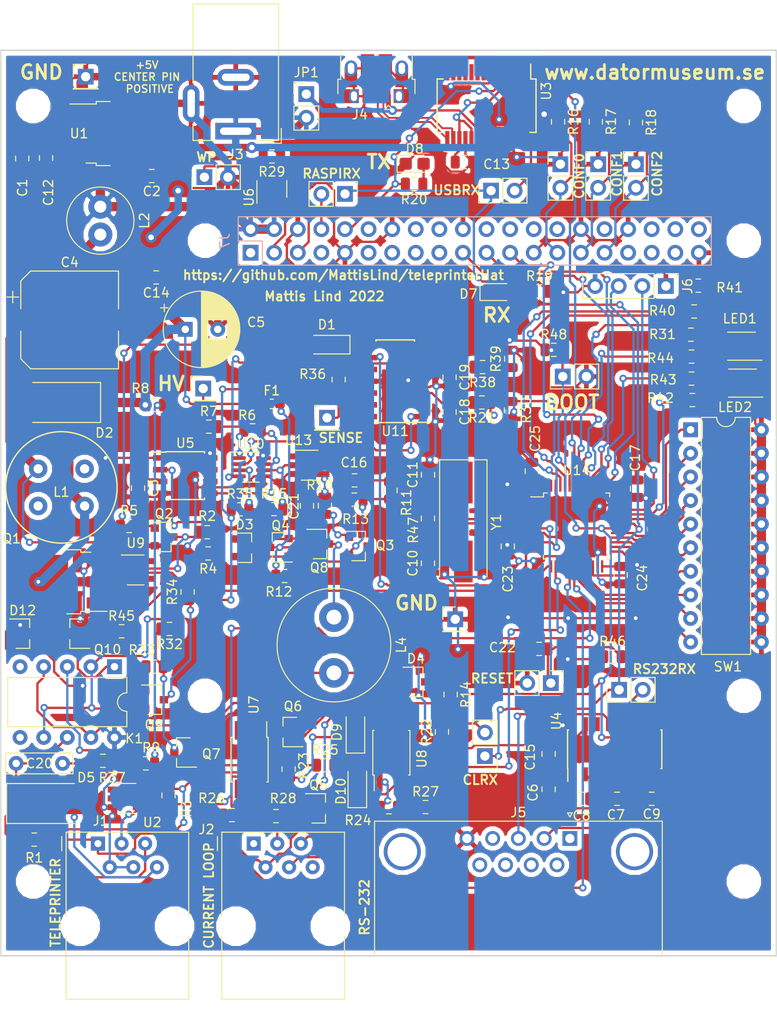
<source format=kicad_pcb>
(kicad_pcb (version 20171130) (host pcbnew 5.0.2-bee76a0~70~ubuntu16.04.1)
  (layers (0 F.Cu signal) (31 B.Cu signal) (34 B.Paste user hide) (35 F.Paste user) (36 B.SilkS user) (37 F.SilkS user) (38 B.Mask user) (39 F.Mask user) (44 Edge.Cuts user))
  (net 0 "")
  (net 1 +5V)
  (net 2 GND)
  (net 3 +3V3)
  (net 4 "Net-(C3-Pad1)")
  (net 5 "Net-(C4-Pad1)")
  (net 6 "Net-(C14-Pad1)")
  (net 7 "Net-(C6-Pad1)")
  (net 8 "Net-(C6-Pad2)")
  (net 9 "Net-(C7-Pad1)")
  (net 10 "Net-(C7-Pad2)")
  (net 11 "Net-(C8-Pad2)")
  (net 12 "Net-(C9-Pad2)")
  (net 13 "Net-(C10-Pad1)")
  (net 14 "Net-(C11-Pad1)")
  (net 15 "Net-(C13-Pad1)")
  (net 16 "Net-(C16-Pad1)")
  (net 17 "Net-(C18-Pad1)")
  (net 18 "Net-(C19-Pad1)")
  (net 19 /PRINTER+)
  (net 20 "Net-(C20-Pad2)")
  (net 21 "Net-(C21-Pad2)")
  (net 22 "Net-(C21-Pad1)")
  (net 23 "Net-(C22-Pad1)")
  (net 24 /CURRENTSENSE)
  (net 25 "Net-(D1-Pad2)")
  (net 26 "Net-(D2-Pad2)")
  (net 27 "Net-(D3-Pad2)")
  (net 28 "Net-(D3-Pad1)")
  (net 29 "Net-(D4-Pad1)")
  (net 30 /PRINTER-)
  (net 31 "Net-(D6-Pad4)")
  (net 32 "Net-(D6-Pad5)")
  (net 33 "Net-(D6-Pad6)")
  (net 34 "Net-(D7-Pad2)")
  (net 35 "Net-(D8-Pad2)")
  (net 36 "Net-(D9-Pad2)")
  (net 37 "Net-(D10-Pad2)")
  (net 38 "Net-(D10-Pad1)")
  (net 39 "Net-(D11-Pad6)")
  (net 40 "Net-(D11-Pad5)")
  (net 41 "Net-(D11-Pad4)")
  (net 42 "Net-(D12-Pad2)")
  (net 43 "Net-(F1-Pad2)")
  (net 44 /KEYBOARD)
  (net 45 "Net-(J1-Pad3)")
  (net 46 "Net-(J2-Pad5)")
  (net 47 "Net-(J2-Pad4)")
  (net 48 "Net-(J2-Pad2)")
  (net 49 "Net-(J4-Pad1)")
  (net 50 "Net-(J5-Pad2)")
  (net 51 "Net-(J5-Pad3)")
  (net 52 "Net-(J6-Pad2)")
  (net 53 "Net-(J6-Pad3)")
  (net 54 "Net-(J7-Pad3)")
  (net 55 "Net-(J7-Pad5)")
  (net 56 /RASPIRX)
  (net 57 /TX)
  (net 58 /MOSI)
  (net 59 /MISO)
  (net 60 /SCK)
  (net 61 "Net-(J7-Pad27)")
  (net 62 "Net-(J7-Pad29)")
  (net 63 "Net-(J7-Pad31)")
  (net 64 /RS232RX)
  (net 65 "Net-(JP11-Pad1)")
  (net 66 /USBRX)
  (net 67 /CLRX)
  (net 68 "Net-(JP14-Pad1)")
  (net 69 "Net-(JP19-Pad1)")
  (net 70 "Net-(K1-Pad2)")
  (net 71 "Net-(L4-Pad1)")
  (net 72 "Net-(Q1-Pad1)")
  (net 73 "Net-(Q2-Pad3)")
  (net 74 "Net-(Q2-Pad1)")
  (net 75 "Net-(Q3-Pad2)")
  (net 76 "Net-(Q5-Pad2)")
  (net 77 "Net-(Q6-Pad1)")
  (net 78 "Net-(Q6-Pad3)")
  (net 79 "Net-(Q7-Pad3)")
  (net 80 "Net-(Q7-Pad1)")
  (net 81 "Net-(Q9-Pad1)")
  (net 82 "Net-(Q10-Pad1)")
  (net 83 "Net-(R2-Pad1)")
  (net 84 /TPON)
  (net 85 "Net-(R6-Pad1)")
  (net 86 "Net-(R6-Pad2)")
  (net 87 "Net-(R7-Pad1)")
  (net 88 "Net-(R15-Pad2)")
  (net 89 "Net-(R15-Pad1)")
  (net 90 /LINEVOLTAGE)
  (net 91 "Net-(R23-Pad1)")
  (net 92 "Net-(R24-Pad2)")
  (net 93 /TTX)
  (net 94 "Net-(R26-Pad2)")
  (net 95 "Net-(R36-Pad1)")
  (net 96 /LINECURRENT)
  (net 97 /REVERSE)
  (net 98 "Net-(U10-Pad2)")
  (net 99 "Net-(U10-Pad4)")
  (net 100 "Net-(U3-Pad2)")
  (net 101 "Net-(U3-Pad3)")
  (net 102 "Net-(U3-Pad6)")
  (net 103 "Net-(U3-Pad9)")
  (net 104 "Net-(U3-Pad10)")
  (net 105 "Net-(U3-Pad11)")
  (net 106 "Net-(U3-Pad12)")
  (net 107 "Net-(U3-Pad13)")
  (net 108 "Net-(U3-Pad14)")
  (net 109 "Net-(U3-Pad22)")
  (net 110 "Net-(U3-Pad23)")
  (net 111 "Net-(U3-Pad27)")
  (net 112 "Net-(U3-Pad28)")
  (net 113 "Net-(U4-Pad8)")
  (net 114 "Net-(U4-Pad9)")
  (net 115 "Net-(U4-Pad11)")
  (net 116 "Net-(U4-Pad14)")
  (net 117 "Net-(U14-Pad2)")
  (net 118 "Net-(U14-Pad3)")
  (net 119 "Net-(U14-Pad4)")
  (net 120 "Net-(J4-Pad4)")
  (net 121 "Net-(J2-Pad6)")
  (net 122 "Net-(J2-Pad1)")
  (net 123 "Net-(J7-Pad1)")
  (net 124 "Net-(J7-Pad7)")
  (net 125 "Net-(J7-Pad11)")
  (net 126 "Net-(J7-Pad12)")
  (net 127 "Net-(J7-Pad13)")
  (net 128 "Net-(J7-Pad15)")
  (net 129 "Net-(J7-Pad16)")
  (net 130 "Net-(J7-Pad17)")
  (net 131 "Net-(J7-Pad18)")
  (net 132 "Net-(J7-Pad22)")
  (net 133 "Net-(J7-Pad24)")
  (net 134 "Net-(J7-Pad26)")
  (net 135 "Net-(J7-Pad28)")
  (net 136 "Net-(J7-Pad32)")
  (net 137 "Net-(J7-Pad33)")
  (net 138 "Net-(J7-Pad35)")
  (net 139 "Net-(J7-Pad36)")
  (net 140 "Net-(J7-Pad37)")
  (net 141 "Net-(J7-Pad38)")
  (net 142 "Net-(J7-Pad40)")
  (net 143 "Net-(J5-Pad1)")
  (net 144 "Net-(J5-Pad4)")
  (net 145 "Net-(J5-Pad6)")
  (net 146 "Net-(J5-Pad7)")
  (net 147 "Net-(J5-Pad8)")
  (net 148 "Net-(J5-Pad9)")
  (net 149 /TEST0)
  (net 150 /TEST1)
  (net 151 /TPBAUD0)
  (net 152 /TPBAUD1)
  (net 153 /VOLT0)
  (net 154 /VOLT1)
  (net 155 /HBAUD0)
  (net 156 /HBAUD1)
  (net 157 /CURR0)
  (net 158 /CURR1)
  (net 159 /LED4)
  (net 160 /LED3)
  (net 161 /LED2)
  (net 162 /LED5)
  (net 163 /LED6)
  (net 164 /LED1)
  (net 165 "Net-(U14-Pad15)")
  (net 166 "Net-(U14-Pad16)")
  (net 167 "Net-(U14-Pad12)")
  (net 168 "Net-(J11-Pad1)")
  (net 169 /USB_P)
  (net 170 /USB_N)
  (module Connector_PinHeader_2.54mm:PinHeader_1x01_P2.54mm_Vertical (layer F.Cu) (at 88.7984 56.9214)
    (fp_text reference J8 hide)
    (fp_text value Conn_01x01_Male)
    (pad 1 thru_hole rect (at 0 0) (size 1.7 1.7) (drill 1) (layers *.Cu *.Mask) (net 6 "Net-(C14-Pad1)"))
  )
  (module Connector_PinHeader_2.54mm:PinHeader_1x01_P2.54mm_Vertical (layer F.Cu) (at 76.1492 23.3426)
    (fp_text reference J9 hide)
    (fp_text value Conn_01x01_Male)
    (pad 1 thru_hole rect (at 0 0) (size 1.7 1.7) (drill 1) (layers *.Cu *.Mask) (net 2 GND))
  )
  (module Connector_PinHeader_2.54mm:PinHeader_1x01_P2.54mm_Vertical (layer F.Cu) (at 115.9256 81.7626)
    (fp_text reference J10 hide)
    (fp_text value Conn_01x01_Male)
    (pad 1 thru_hole rect (at 0 0) (size 1.7 1.7) (drill 1) (layers *.Cu *.Mask) (net 2 GND))
  )
  (module Connector_PinHeader_2.54mm:PinHeader_1x01_P2.54mm_Vertical (layer F.Cu) (at 102.1334 60.071)
    (fp_text reference J11 hide)
    (fp_text value Conn_01x01_Male)
    (pad 1 thru_hole rect (at 0 0) (size 1.7 1.7) (drill 1) (layers *.Cu *.Mask) (net 168 "Net-(J11-Pad1)"))
  )
  (module Connector_BarrelJack:BarrelJack_Wuerth_6941xx301002 (layer F.Cu) (at 92.3036 29.21 180)
    (fp_text reference J3 (at 0 -2.5 180) (layer F.SilkS))
    (fp_text value DC_JACK)
    (pad 3 thru_hole oval (at 4.8 3 270) (size 4 1.8) (drill oval 3 0.8) (layers *.Cu *.Mask) (net 2 GND))
    (pad 2 thru_hole oval (at 0 5.8 180) (size 4 1.8) (drill oval 3 0.8) (layers *.Cu *.Mask) (net 2 GND))
    (pad 1 thru_hole rect (at 0 0 180) (size 4.4 1.8) (drill oval 3.4 0.8) (layers *.Cu *.Mask) (net 1 +5V))
  )
  (module Capacitor_THT:CP_Radial_D8.0mm_P3.50mm (layer F.Cu) (at 86.868 50.546)
    (fp_text reference C5 (at 7.62 -0.762) (layer F.SilkS))
    (fp_text value 10u)
    (pad 1 thru_hole rect (at 0 0) (size 1.6 1.6) (drill 0.8) (layers *.Cu *.Mask) (net 6 "Net-(C14-Pad1)"))
    (pad 2 thru_hole circle (at 3.5 0) (size 1.6 1.6) (drill 0.8) (layers *.Cu *.Mask) (net 2 GND))
  )
  (module Resistor_SMD:R_0805_2012Metric (layer F.Cu) (at 96.4288 69.90334)
    (fp_text reference R15 (at 0 -1.65) (layer F.SilkS))
    (fp_text value 30k)
    (pad 2 smd roundrect (at 0.9375 0) (size 0.975 1.4) (layers F.Cu F.Paste F.Mask) (net 88 "Net-(R15-Pad2)"))
    (pad 1 smd roundrect (at -0.9375 0) (size 0.975 1.4) (layers F.Cu F.Paste F.Mask) (net 89 "Net-(R15-Pad1)"))
  )
  (module Package_DIP:DIP-20_W7.62mm (layer F.Cu) (at 141.26464 61.35624)
    (fp_text reference SW1 (at 4.02336 25.51176) (layer F.SilkS))
    (fp_text value SWITCH-DIP10)
    (pad 1 thru_hole rect (at 0 0) (size 1.6 1.6) (drill 0.8) (layers *.Cu *.Mask) (net 149 /TEST0))
    (pad 11 thru_hole oval (at 7.62 22.86) (size 1.6 1.6) (drill 0.8) (layers *.Cu *.Mask) (net 2 GND))
    (pad 2 thru_hole oval (at 0 2.54) (size 1.6 1.6) (drill 0.8) (layers *.Cu *.Mask) (net 150 /TEST1))
    (pad 12 thru_hole oval (at 7.62 20.32) (size 1.6 1.6) (drill 0.8) (layers *.Cu *.Mask) (net 2 GND))
    (pad 3 thru_hole oval (at 0 5.08) (size 1.6 1.6) (drill 0.8) (layers *.Cu *.Mask) (net 151 /TPBAUD0))
    (pad 13 thru_hole oval (at 7.62 17.78) (size 1.6 1.6) (drill 0.8) (layers *.Cu *.Mask) (net 2 GND))
    (pad 4 thru_hole oval (at 0 7.62) (size 1.6 1.6) (drill 0.8) (layers *.Cu *.Mask) (net 152 /TPBAUD1))
    (pad 14 thru_hole oval (at 7.62 15.24) (size 1.6 1.6) (drill 0.8) (layers *.Cu *.Mask) (net 2 GND))
    (pad 5 thru_hole oval (at 0 10.16) (size 1.6 1.6) (drill 0.8) (layers *.Cu *.Mask) (net 155 /HBAUD0))
    (pad 15 thru_hole oval (at 7.62 12.7) (size 1.6 1.6) (drill 0.8) (layers *.Cu *.Mask) (net 2 GND))
    (pad 6 thru_hole oval (at 0 12.7) (size 1.6 1.6) (drill 0.8) (layers *.Cu *.Mask) (net 156 /HBAUD1))
    (pad 16 thru_hole oval (at 7.62 10.16) (size 1.6 1.6) (drill 0.8) (layers *.Cu *.Mask) (net 2 GND))
    (pad 7 thru_hole oval (at 0 15.24) (size 1.6 1.6) (drill 0.8) (layers *.Cu *.Mask) (net 157 /CURR0))
    (pad 17 thru_hole oval (at 7.62 7.62) (size 1.6 1.6) (drill 0.8) (layers *.Cu *.Mask) (net 2 GND))
    (pad 8 thru_hole oval (at 0 17.78) (size 1.6 1.6) (drill 0.8) (layers *.Cu *.Mask) (net 158 /CURR1))
    (pad 18 thru_hole oval (at 7.62 5.08) (size 1.6 1.6) (drill 0.8) (layers *.Cu *.Mask) (net 2 GND))
    (pad 9 thru_hole oval (at 0 20.32) (size 1.6 1.6) (drill 0.8) (layers *.Cu *.Mask) (net 153 /VOLT0))
    (pad 19 thru_hole oval (at 7.62 2.54) (size 1.6 1.6) (drill 0.8) (layers *.Cu *.Mask) (net 2 GND))
    (pad 10 thru_hole oval (at 0 22.86) (size 1.6 1.6) (drill 0.8) (layers *.Cu *.Mask) (net 154 /VOLT1))
    (pad 20 thru_hole oval (at 7.62 0) (size 1.6 1.6) (drill 0.8) (layers *.Cu *.Mask) (net 2 GND))
  )
  (module MountingHole:MountingHole_2.7mm_M2.5 (layer F.Cu) (at 147 26.5)
    (fp_text reference H8 hide)
    (fp_text value MountingHole)
    (pad 1 np_thru_hole circle (at 0 0) (size 2.7 2.7) (drill 2.7) (layers *.Cu *.Mask))
  )
  (module MountingHole:MountingHole_2.7mm_M2.5 (layer F.Cu) (at 147 110)
    (fp_text reference H5 hide)
    (fp_text value MountingHole)
    (pad 1 np_thru_hole circle (at 0 0) (size 2.7 2.7) (drill 2.7) (layers *.Cu *.Mask))
  )
  (module MountingHole:MountingHole_2.7mm_M2.5 (layer F.Cu) (at 70.5 26.5)
    (fp_text reference H6 hide)
    (fp_text value MountingHole)
    (pad 1 np_thru_hole circle (at 0 0) (size 2.7 2.7) (drill 2.7) (layers *.Cu *.Mask))
  )
  (module MountingHole:MountingHole_2.7mm_M2.5 (layer F.Cu) (at 70.5 110)
    (fp_text reference H7 hide)
    (fp_text value MountingHole)
    (pad 1 np_thru_hole circle (at 0 0) (size 2.7 2.7) (drill 2.7) (layers *.Cu *.Mask))
  )
  (module MountingHole:MountingHole_2.7mm_M2.5 (layer F.Cu) (at 89 41)
    (fp_text reference H2 hide)
    (fp_text value MountingHole)
    (pad 1 np_thru_hole circle (at 0 0) (size 2.7 2.7) (drill 2.7) (layers *.Cu *.Mask))
  )
  (module MountingHole:MountingHole_2.7mm_M2.5 (layer F.Cu) (at 147 90)
    (fp_text reference H3 hide)
    (fp_text value MountingHole)
    (pad 1 np_thru_hole circle (at 0 0) (size 2.7 2.7) (drill 2.7) (layers *.Cu *.Mask))
  )
  (module MountingHole:MountingHole_2.7mm_M2.5 (layer F.Cu) (at 147 41)
    (fp_text reference H4 hide)
    (fp_text value MountingHole)
    (pad 1 np_thru_hole circle (at 0 0) (size 2.7 2.7) (drill 2.7) (layers *.Cu *.Mask))
  )
  (module MountingHole:MountingHole_2.7mm_M2.5 (layer F.Cu) (at 89 90)
    (fp_text reference H1 hide)
    (fp_text value MountingHole)
    (pad 1 np_thru_hole circle (at 0 0) (size 2.7 2.7) (drill 2.7) (layers *.Cu *.Mask))
  )
  (module Capacitor_THT:C_Rect_L7.0mm_W2.0mm_P5.00mm (layer F.Cu) (at 68.66 97.282)
    (fp_text reference C20 (at 2.5 0) (layer F.SilkS))
    (fp_text value 1n)
    (pad 1 thru_hole circle (at 0 0) (size 1.6 1.6) (drill 0.8) (layers *.Cu *.Mask) (net 19 /PRINTER+))
    (pad 2 thru_hole circle (at 5 0) (size 1.6 1.6) (drill 0.8) (layers *.Cu *.Mask) (net 20 "Net-(C20-Pad2)"))
  )
  (module Connector_PinHeader_2.54mm:PinHeader_1x02_P2.54mm_Vertical (layer F.Cu) (at 99.8982 25.2222)
    (fp_text reference JP1 (at 0 -2.33) (layer F.SilkS))
    (fp_text value USBPOWERED)
    (pad 1 thru_hole rect (at 0 0) (size 1.7 1.7) (drill 1) (layers *.Cu *.Mask) (net 49 "Net-(J4-Pad1)"))
    (pad 2 thru_hole oval (at 0 2.54) (size 1.7 1.7) (drill 1) (layers *.Cu *.Mask) (net 1 +5V))
  )
  (module Capacitor_SMD:C_0805_2012Metric (layer F.Cu) (at 69.3166 32.1541 90)
    (fp_text reference C1 (at -3.1519 0.0254 90) (layer F.SilkS))
    (fp_text value 100n)
    (pad 1 smd roundrect (at -0.9375 0 90) (size 0.975 1.4) (layers F.Cu F.Paste F.Mask) (net 1 +5V))
    (pad 2 smd roundrect (at 0.9375 0 90) (size 0.975 1.4) (layers F.Cu F.Paste F.Mask) (net 2 GND))
  )
  (module Capacitor_SMD:C_0805_2012Metric (layer F.Cu) (at 83.2589 34.036 180)
    (fp_text reference C2 (at 0 -1.65 180) (layer F.SilkS))
    (fp_text value 4.7u)
    (pad 2 smd roundrect (at 0.9375 0 180) (size 0.975 1.4) (layers F.Cu F.Paste F.Mask) (net 2 GND))
    (pad 1 smd roundrect (at -0.9375 0 180) (size 0.975 1.4) (layers F.Cu F.Paste F.Mask) (net 3 +3V3))
  )
  (module Capacitor_SMD:C_0805_2012Metric (layer F.Cu) (at 81.788 67.6425 270)
    (fp_text reference C3 (at 0 -1.65 270) (layer F.SilkS))
    (fp_text value "1.8 nF")
    (pad 2 smd roundrect (at 0.9375 0 270) (size 0.975 1.4) (layers F.Cu F.Paste F.Mask) (net 2 GND))
    (pad 1 smd roundrect (at -0.9375 0 270) (size 0.975 1.4) (layers F.Cu F.Paste F.Mask) (net 4 "Net-(C3-Pad1)"))
  )
  (module Capacitor_SMD:CP_Elec_10x7.7 (layer F.Cu) (at 74.422 49.53)
    (fp_text reference C4 (at 0 -6.2) (layer F.SilkS))
    (fp_text value 1000u)
    (pad 1 smd roundrect (at -4.35 0) (size 4.4 1.9) (layers F.Cu F.Paste F.Mask) (roundrect_rratio 0.131579) (net 5 "Net-(C4-Pad1)"))
    (pad 2 smd roundrect (at 4.35 0) (size 4.4 1.9) (layers F.Cu F.Paste F.Mask) (roundrect_rratio 0.131579) (net 2 GND))
  )
  (module Capacitor_SMD:C_0805_2012Metric (layer F.Cu) (at 125.984 100.076 270)
    (fp_text reference C6 (at 0.34544 1.69672 270) (layer F.SilkS))
    (fp_text value 100n)
    (pad 1 smd roundrect (at -0.9375 0 270) (size 0.975 1.4) (layers F.Cu F.Paste F.Mask) (net 7 "Net-(C6-Pad1)"))
    (pad 2 smd roundrect (at 0.9375 0 270) (size 0.975 1.4) (layers F.Cu F.Paste F.Mask) (net 8 "Net-(C6-Pad2)"))
  )
  (module Capacitor_SMD:C_0805_2012Metric (layer F.Cu) (at 133.35 101.092)
    (fp_text reference C7 (at -0.127 1.72212) (layer F.SilkS))
    (fp_text value 100n)
    (pad 1 smd roundrect (at -0.9375 0) (size 0.975 1.4) (layers F.Cu F.Paste F.Mask) (net 9 "Net-(C7-Pad1)"))
    (pad 2 smd roundrect (at 0.9375 0) (size 0.975 1.4) (layers F.Cu F.Paste F.Mask) (net 10 "Net-(C7-Pad2)"))
  )
  (module Capacitor_SMD:C_0805_2012Metric (layer F.Cu) (at 129.4615 101.092)
    (fp_text reference C8 (at 0.0658 1.81356) (layer F.SilkS))
    (fp_text value 100n)
    (pad 1 smd roundrect (at -0.9375 0) (size 0.975 1.4) (layers F.Cu F.Paste F.Mask) (net 2 GND))
    (pad 2 smd roundrect (at 0.9375 0) (size 0.975 1.4) (layers F.Cu F.Paste F.Mask) (net 11 "Net-(C8-Pad2)"))
  )
  (module Capacitor_SMD:C_0805_2012Metric (layer F.Cu) (at 137.0815 101.092 180)
    (fp_text reference C9 (at 0 -1.65 180) (layer F.SilkS))
    (fp_text value 100n)
    (pad 2 smd roundrect (at 0.9375 0 180) (size 0.975 1.4) (layers F.Cu F.Paste F.Mask) (net 12 "Net-(C9-Pad2)"))
    (pad 1 smd roundrect (at -0.9375 0 180) (size 0.975 1.4) (layers F.Cu F.Paste F.Mask) (net 2 GND))
  )
  (module Capacitor_SMD:C_0805_2012Metric (layer F.Cu) (at 112.98936 75.73772 270)
    (fp_text reference C10 (at -0.01778 1.6383 270) (layer F.SilkS))
    (fp_text value 18p)
    (pad 2 smd roundrect (at 0.9375 0 270) (size 0.975 1.4) (layers F.Cu F.Paste F.Mask) (net 2 GND))
    (pad 1 smd roundrect (at -0.9375 0 270) (size 0.975 1.4) (layers F.Cu F.Paste F.Mask) (net 13 "Net-(C10-Pad1)"))
  )
  (module Capacitor_SMD:C_0805_2012Metric (layer F.Cu) (at 112.99952 66.20486 90)
    (fp_text reference C11 (at 0 -1.65 90) (layer F.SilkS))
    (fp_text value 18p)
    (pad 2 smd roundrect (at 0.9375 0 90) (size 0.975 1.4) (layers F.Cu F.Paste F.Mask) (net 2 GND))
    (pad 1 smd roundrect (at -0.9375 0 90) (size 0.975 1.4) (layers F.Cu F.Paste F.Mask) (net 14 "Net-(C11-Pad1)"))
  )
  (module Capacitor_SMD:C_0805_2012Metric (layer F.Cu) (at 71.882 32.1033 90)
    (fp_text reference C12 (at -3.7107 0.254 270) (layer F.SilkS))
    (fp_text value 10u)
    (pad 1 smd roundrect (at -0.9375 0 90) (size 0.975 1.4) (layers F.Cu F.Paste F.Mask) (net 1 +5V))
    (pad 2 smd roundrect (at 0.9375 0 90) (size 0.975 1.4) (layers F.Cu F.Paste F.Mask) (net 2 GND))
  )
  (module Capacitor_SMD:C_0805_2012Metric (layer F.Cu) (at 116.8677 32.5374)
    (fp_text reference C13 (at 3.5283 0.2286) (layer F.SilkS))
    (fp_text value 100n)
    (pad 2 smd roundrect (at 0.9375 0) (size 0.975 1.4) (layers F.Cu F.Paste F.Mask) (net 2 GND))
    (pad 1 smd roundrect (at -0.9375 0) (size 0.975 1.4) (layers F.Cu F.Paste F.Mask) (net 15 "Net-(C13-Pad1)"))
  )
  (module Capacitor_SMD:C_0805_2012Metric (layer F.Cu) (at 83.7415 44.958 180)
    (fp_text reference C14 (at 0 -1.65 180) (layer F.SilkS))
    (fp_text value 1n)
    (pad 2 smd roundrect (at 0.9375 0 180) (size 0.975 1.4) (layers F.Cu F.Paste F.Mask) (net 2 GND))
    (pad 1 smd roundrect (at -0.9375 0 180) (size 0.975 1.4) (layers F.Cu F.Paste F.Mask) (net 6 "Net-(C14-Pad1)"))
  )
  (module Capacitor_SMD:C_0805_2012Metric (layer F.Cu) (at 125.984 96.266 270)
    (fp_text reference C15 (at 0.33782 1.99898 270) (layer F.SilkS))
    (fp_text value 100n)
    (pad 1 smd roundrect (at -0.9375 0 270) (size 0.975 1.4) (layers F.Cu F.Paste F.Mask) (net 3 +3V3))
    (pad 2 smd roundrect (at 0.9375 0 270) (size 0.975 1.4) (layers F.Cu F.Paste F.Mask) (net 2 GND))
  )
  (module Capacitor_SMD:C_0805_2012Metric (layer F.Cu) (at 105.09734 66.80708 180)
    (fp_text reference C16 (at 0.06326 1.91516 180) (layer F.SilkS))
    (fp_text value 1n)
    (pad 1 smd roundrect (at -0.9375 0 180) (size 0.975 1.4) (layers F.Cu F.Paste F.Mask) (net 16 "Net-(C16-Pad1)"))
    (pad 2 smd roundrect (at 0.9375 0 180) (size 0.975 1.4) (layers F.Cu F.Paste F.Mask) (net 2 GND))
  )
  (module Capacitor_SMD:C_0805_2012Metric (layer F.Cu) (at 135.49884 67.70346 90)
    (fp_text reference C17 (at 3.31954 -0.19812 90) (layer F.SilkS))
    (fp_text value 100n)
    (pad 1 smd roundrect (at -0.9375 0 90) (size 0.975 1.4) (layers F.Cu F.Paste F.Mask) (net 3 +3V3))
    (pad 2 smd roundrect (at 0.9375 0 90) (size 0.975 1.4) (layers F.Cu F.Paste F.Mask) (net 2 GND))
  )
  (module Capacitor_SMD:C_0805_2012Metric (layer F.Cu) (at 115.316 59.436 270)
    (fp_text reference C18 (at 0 -1.65 270) (layer F.SilkS))
    (fp_text value 4.7u)
    (pad 1 smd roundrect (at -0.9375 0 270) (size 0.975 1.4) (layers F.Cu F.Paste F.Mask) (net 17 "Net-(C18-Pad1)"))
    (pad 2 smd roundrect (at 0.9375 0 270) (size 0.975 1.4) (layers F.Cu F.Paste F.Mask) (net 2 GND))
  )
  (module Capacitor_SMD:C_0805_2012Metric (layer F.Cu) (at 115.316 55.7045 270)
    (fp_text reference C19 (at 0 -1.65 270) (layer F.SilkS))
    (fp_text value 4.7u)
    (pad 1 smd roundrect (at -0.9375 0 270) (size 0.975 1.4) (layers F.Cu F.Paste F.Mask) (net 18 "Net-(C19-Pad1)"))
    (pad 2 smd roundrect (at 0.9375 0 270) (size 0.975 1.4) (layers F.Cu F.Paste F.Mask) (net 2 GND))
  )
  (module Capacitor_SMD:C_0805_2012Metric (layer F.Cu) (at 99.967482 69.545228 90)
    (fp_text reference C21 (at -0.050772 -1.415482 90) (layer F.SilkS))
    (fp_text value 1n)
    (pad 2 smd roundrect (at 0.9375 0 90) (size 0.975 1.4) (layers F.Cu F.Paste F.Mask) (net 21 "Net-(C21-Pad2)"))
    (pad 1 smd roundrect (at -0.9375 0 90) (size 0.975 1.4) (layers F.Cu F.Paste F.Mask) (net 22 "Net-(C21-Pad1)"))
  )
  (module Capacitor_SMD:C_0805_2012Metric (layer F.Cu) (at 124.96522 84.95284 180)
    (fp_text reference C22 (at 3.95454 0.14986 180) (layer F.SilkS))
    (fp_text value 1u)
    (pad 2 smd roundrect (at 0.9375 0 180) (size 0.975 1.4) (layers F.Cu F.Paste F.Mask) (net 2 GND))
    (pad 1 smd roundrect (at -0.9375 0 180) (size 0.975 1.4) (layers F.Cu F.Paste F.Mask) (net 23 "Net-(C22-Pad1)"))
  )
  (module Capacitor_SMD:C_0805_2012Metric (layer F.Cu) (at 121.58472 73.92416 270)
    (fp_text reference C23 (at 3.50774 -0.01778 270) (layer F.SilkS))
    (fp_text value 100n)
    (pad 2 smd roundrect (at 0.9375 0 270) (size 0.975 1.4) (layers F.Cu F.Paste F.Mask) (net 2 GND))
    (pad 1 smd roundrect (at -0.9375 0 270) (size 0.975 1.4) (layers F.Cu F.Paste F.Mask) (net 3 +3V3))
  )
  (module Capacitor_SMD:C_0805_2012Metric (layer F.Cu) (at 133.74116 77.0105 270)
    (fp_text reference C24 (at 0.31218 -2.32918 270) (layer F.SilkS))
    (fp_text value 100n)
    (pad 2 smd roundrect (at 0.9375 0 270) (size 0.975 1.4) (layers F.Cu F.Paste F.Mask) (net 2 GND))
    (pad 1 smd roundrect (at -0.9375 0 270) (size 0.975 1.4) (layers F.Cu F.Paste F.Mask) (net 3 +3V3))
  )
  (module Capacitor_SMD:C_0805_2012Metric (layer F.Cu) (at 124.17044 65.80402 90)
    (fp_text reference C25 (at 3.49274 0.37084 90) (layer F.SilkS))
    (fp_text value 100n)
    (pad 1 smd roundrect (at -0.9375 0 90) (size 0.975 1.4) (layers F.Cu F.Paste F.Mask) (net 3 +3V3))
    (pad 2 smd roundrect (at 0.9375 0 90) (size 0.975 1.4) (layers F.Cu F.Paste F.Mask) (net 2 GND))
  )
  (module Diode_SMD:D_SOD-123 (layer F.Cu) (at 102.3493 52.19446 180)
    (fp_text reference D1 (at 0.2413 2.15646 180) (layer F.SilkS))
    (fp_text value 3.3V)
    (pad 1 smd rect (at -1.65 0 180) (size 0.9 1.2) (layers F.Cu F.Paste F.Mask) (net 24 /CURRENTSENSE))
    (pad 2 smd rect (at 1.65 0 180) (size 0.9 1.2) (layers F.Cu F.Paste F.Mask) (net 25 "Net-(D1-Pad2)"))
  )
  (module Diode_SMD:D_SMB_Handsoldering (layer F.Cu) (at 73.152 58.42 180)
    (fp_text reference D2 (at -5.00634 -3.27152 180) (layer F.SilkS))
    (fp_text value ES2D)
    (pad 1 smd rect (at -2.7 0 180) (size 3.5 2.3) (layers F.Cu F.Paste F.Mask) (net 6 "Net-(C14-Pad1)"))
    (pad 2 smd rect (at 2.7 0 180) (size 3.5 2.3) (layers F.Cu F.Paste F.Mask) (net 26 "Net-(D2-Pad2)"))
  )
  (module Package_TO_SOT_SMD:SOT-23 (layer F.Cu) (at 93.25432 74.0664)
    (fp_text reference D3 (at 0 -2.5) (layer F.SilkS))
    (fp_text value BAS21)
    (pad 3 smd rect (at 1 0) (size 0.9 0.8) (layers F.Cu F.Paste F.Mask))
    (pad 2 smd rect (at -1 0.95) (size 0.9 0.8) (layers F.Cu F.Paste F.Mask) (net 27 "Net-(D3-Pad2)"))
    (pad 1 smd rect (at -1 -0.95) (size 0.9 0.8) (layers F.Cu F.Paste F.Mask) (net 28 "Net-(D3-Pad1)"))
  )
  (module Package_TO_SOT_SMD:SOT-23 (layer F.Cu) (at 111.69904 88.50376)
    (fp_text reference D4 (at 0 -2.5) (layer F.SilkS))
    (fp_text value BAS21)
    (pad 3 smd rect (at 1 0) (size 0.9 0.8) (layers F.Cu F.Paste F.Mask))
    (pad 2 smd rect (at -1 0.95) (size 0.9 0.8) (layers F.Cu F.Paste F.Mask) (net 2 GND))
    (pad 1 smd rect (at -1 -0.95) (size 0.9 0.8) (layers F.Cu F.Paste F.Mask) (net 29 "Net-(D4-Pad1)"))
  )
  (module Diode_SMD:D_SMB_Handsoldering (layer F.Cu) (at 72.23 101.6)
    (fp_text reference D5 (at 3.97 -2.794) (layer F.SilkS))
    (fp_text value TVS)
    (pad 2 smd rect (at 2.7 0) (size 3.5 2.3) (layers F.Cu F.Paste F.Mask) (net 30 /PRINTER-))
    (pad 1 smd rect (at -2.7 0) (size 3.5 2.3) (layers F.Cu F.Paste F.Mask) (net 19 /PRINTER+))
  )
  (module LED_SMD:LED_Avago_PLCC6_3x2.8mm (layer F.Cu) (at 146.74924 52.35956 180)
    (fp_text reference LED1 (at 0.19124 2.96672 180) (layer F.SilkS))
    (fp_text value LED_RGB)
    (pad 1 smd rect (at -1.475 -0.9 180) (size 1.6 0.5) (layers F.Cu F.Paste F.Mask) (net 2 GND))
    (pad 2 smd rect (at -1.475 0 180) (size 1.6 0.5) (layers F.Cu F.Paste F.Mask) (net 2 GND))
    (pad 3 smd rect (at -1.475 0.9 180) (size 1.6 0.5) (layers F.Cu F.Paste F.Mask) (net 2 GND))
    (pad 4 smd rect (at 1.475 0.9 180) (size 1.6 0.5) (layers F.Cu F.Paste F.Mask) (net 31 "Net-(D6-Pad4)"))
    (pad 5 smd rect (at 1.475 0 180) (size 1.6 0.5) (layers F.Cu F.Paste F.Mask) (net 32 "Net-(D6-Pad5)"))
    (pad 6 smd rect (at 1.475 -0.9 180) (size 1.6 0.5) (layers F.Cu F.Paste F.Mask) (net 33 "Net-(D6-Pad6)"))
  )
  (module LED_SMD:LED_0805_2012Metric_Castellated (layer F.Cu) (at 120.47998 46.5328)
    (fp_text reference D7 (at -3.13198 0.2032) (layer F.SilkS))
    (fp_text value RX)
    (pad 2 smd roundrect (at 0.9625 0) (size 1.325 1.3) (layers F.Cu F.Paste F.Mask) (roundrect_rratio 0.192308) (net 34 "Net-(D7-Pad2)"))
    (pad 1 smd roundrect (at -0.9625 0) (size 1.325 1.3) (layers F.Cu F.Paste F.Mask) (roundrect_rratio 0.192308) (net 2 GND))
  )
  (module LED_SMD:LED_0805_2012Metric_Castellated (layer F.Cu) (at 111.5595 32.7152)
    (fp_text reference D8 (at 0 -1.6) (layer F.SilkS))
    (fp_text value TX)
    (pad 1 smd roundrect (at -0.9625 0) (size 1.325 1.3) (layers F.Cu F.Paste F.Mask) (roundrect_rratio 0.192308) (net 2 GND))
    (pad 2 smd roundrect (at 0.9625 0) (size 1.325 1.3) (layers F.Cu F.Paste F.Mask) (roundrect_rratio 0.192308) (net 35 "Net-(D8-Pad2)"))
  )
  (module Diode_SMD:D_SOD-123 (layer F.Cu) (at 105.18648 93.92004 90)
    (fp_text reference D9 (at 0 -2 90) (layer F.SilkS))
    (fp_text value D_Small)
    (pad 2 smd rect (at 1.65 0 90) (size 0.9 1.2) (layers F.Cu F.Paste F.Mask) (net 36 "Net-(D9-Pad2)"))
    (pad 1 smd rect (at -1.65 0 90) (size 0.9 1.2) (layers F.Cu F.Paste F.Mask) (net 37 "Net-(D10-Pad2)"))
  )
  (module Diode_SMD:D_SOD-123 (layer F.Cu) (at 105.38968 99.7956 90)
    (fp_text reference D10 (at -0.48614 -1.77292 90) (layer F.SilkS))
    (fp_text value D_Small)
    (pad 1 smd rect (at -1.65 0 90) (size 0.9 1.2) (layers F.Cu F.Paste F.Mask) (net 38 "Net-(D10-Pad1)"))
    (pad 2 smd rect (at 1.65 0 90) (size 0.9 1.2) (layers F.Cu F.Paste F.Mask) (net 37 "Net-(D10-Pad2)"))
  )
  (module LED_SMD:LED_Avago_PLCC6_3x2.8mm (layer F.Cu) (at 146.85084 56.33636 180)
    (fp_text reference LED2 (at 0.80084 -2.59164 180) (layer F.SilkS))
    (fp_text value LED_RGB)
    (pad 6 smd rect (at 1.475 -0.9 180) (size 1.6 0.5) (layers F.Cu F.Paste F.Mask) (net 39 "Net-(D11-Pad6)"))
    (pad 5 smd rect (at 1.475 0 180) (size 1.6 0.5) (layers F.Cu F.Paste F.Mask) (net 40 "Net-(D11-Pad5)"))
    (pad 4 smd rect (at 1.475 0.9 180) (size 1.6 0.5) (layers F.Cu F.Paste F.Mask) (net 41 "Net-(D11-Pad4)"))
    (pad 3 smd rect (at -1.475 0.9 180) (size 1.6 0.5) (layers F.Cu F.Paste F.Mask) (net 2 GND))
    (pad 2 smd rect (at -1.475 0 180) (size 1.6 0.5) (layers F.Cu F.Paste F.Mask) (net 2 GND))
    (pad 1 smd rect (at -1.475 -0.9 180) (size 1.6 0.5) (layers F.Cu F.Paste F.Mask) (net 2 GND))
  )
  (module Package_TO_SOT_SMD:SOT-23 (layer F.Cu) (at 69.358 83.312)
    (fp_text reference D12 (at 0 -2.5) (layer F.SilkS))
    (fp_text value BAS21)
    (pad 3 smd rect (at 1 0) (size 0.9 0.8) (layers F.Cu F.Paste F.Mask))
    (pad 2 smd rect (at -1 0.95) (size 0.9 0.8) (layers F.Cu F.Paste F.Mask) (net 42 "Net-(D12-Pad2)"))
    (pad 1 smd rect (at -1 -0.95) (size 0.9 0.8) (layers F.Cu F.Paste F.Mask) (net 1 +5V))
  )
  (module Fuse:Fuse_0603_1608Metric_Pad1.05x0.95mm_HandSolder (layer F.Cu) (at 96.1758 58.57494)
    (fp_text reference F1 (at 0 -1.43) (layer F.SilkS))
    (fp_text value 100m)
    (pad 1 smd roundrect (at -0.875 0) (size 1.05 0.95) (layers F.Cu F.Paste F.Mask) (net 6 "Net-(C14-Pad1)"))
    (pad 2 smd roundrect (at 0.875 0) (size 1.05 0.95) (layers F.Cu F.Paste F.Mask) (net 43 "Net-(F1-Pad2)"))
  )
  (module Connector_RJ:RJ12_Amphenol_54601 (layer F.Cu) (at 77.47 105.918)
    (fp_text reference J1 (at 0.28956 -2.44094) (layer F.SilkS))
    (fp_text value RJ12)
    (pad 1 thru_hole rect (at 0 0) (size 1.52 1.52) (drill 0.76) (layers *.Cu *.Mask) (net 44 /KEYBOARD))
    (pad "" np_thru_hole circle (at -1.91 8.89) (size 3.25 3.25) (drill 3.25) (layers *.Cu *.Mask))
    (pad 2 thru_hole circle (at 1.27 2.54) (size 1.52 1.52) (drill 0.76) (layers *.Cu *.Mask) (net 2 GND))
    (pad 3 thru_hole circle (at 2.54 0) (size 1.52 1.52) (drill 0.76) (layers *.Cu *.Mask) (net 45 "Net-(J1-Pad3)"))
    (pad 4 thru_hole circle (at 3.81 2.54) (size 1.52 1.52) (drill 0.76) (layers *.Cu *.Mask) (net 2 GND))
    (pad 5 thru_hole circle (at 5.08 0) (size 1.52 1.52) (drill 0.76) (layers *.Cu *.Mask) (net 19 /PRINTER+))
    (pad 6 thru_hole circle (at 6.35 2.54) (size 1.52 1.52) (drill 0.76) (layers *.Cu *.Mask) (net 30 /PRINTER-))
    (pad "" np_thru_hole circle (at 8.25 8.89) (size 3.25 3.25) (drill 3.25) (layers *.Cu *.Mask))
  )
  (module Connector_RJ:RJ12_Amphenol_54601 (layer F.Cu) (at 94.234 105.918)
    (fp_text reference J2 (at -5.08 -1.524) (layer F.SilkS))
    (fp_text value RJ12)
    (pad "" np_thru_hole circle (at 8.25 8.89) (size 3.25 3.25) (drill 3.25) (layers *.Cu *.Mask))
    (pad 6 thru_hole circle (at 6.35 2.54) (size 1.52 1.52) (drill 0.76) (layers *.Cu *.Mask) (net 121 "Net-(J2-Pad6)"))
    (pad 5 thru_hole circle (at 5.08 0) (size 1.52 1.52) (drill 0.76) (layers *.Cu *.Mask) (net 46 "Net-(J2-Pad5)"))
    (pad 4 thru_hole circle (at 3.81 2.54) (size 1.52 1.52) (drill 0.76) (layers *.Cu *.Mask) (net 47 "Net-(J2-Pad4)"))
    (pad 3 thru_hole circle (at 2.54 0) (size 1.52 1.52) (drill 0.76) (layers *.Cu *.Mask) (net 38 "Net-(D10-Pad1)"))
    (pad 2 thru_hole circle (at 1.27 2.54) (size 1.52 1.52) (drill 0.76) (layers *.Cu *.Mask) (net 48 "Net-(J2-Pad2)"))
    (pad "" np_thru_hole circle (at -1.91 8.89) (size 3.25 3.25) (drill 3.25) (layers *.Cu *.Mask))
    (pad 1 thru_hole rect (at 0 0) (size 1.52 1.52) (drill 0.76) (layers *.Cu *.Mask) (net 122 "Net-(J2-Pad1)"))
  )
  (module Connector_USB:USB_Micro-B_Amphenol_10103594-0001LF_Horizontal (layer F.Cu) (at 107.4216 23.5588 180)
    (fp_text reference J4 (at 1.7576 -3.8732 180) (layer F.SilkS))
    (fp_text value USB_B_Micro)
    (pad 6 smd rect (at 2.725 0.185 180) (size 1.35 2) (layers F.Cu F.Paste F.Mask) (net 2 GND))
    (pad 6 smd rect (at -2.755 0.185 180) (size 1.35 2) (layers F.Cu F.Paste F.Mask) (net 2 GND))
    (pad 6 smd rect (at -2.975 -0.565 180) (size 1.825 0.7) (layers F.Cu F.Paste F.Mask) (net 2 GND))
    (pad 6 smd rect (at 2.975 -0.565 180) (size 1.825 0.7) (layers F.Cu F.Paste F.Mask) (net 2 GND))
    (pad 6 smd rect (at -2.875 -1.865 180) (size 2 1.5) (layers F.Cu F.Paste F.Mask) (net 2 GND))
    (pad 6 smd rect (at 2.875 -1.885 180) (size 2 1.5) (layers F.Cu F.Paste F.Mask) (net 2 GND))
    (pad 1 smd rect (at -1.325 -1.765 270) (size 1.65 0.4) (layers F.Cu F.Paste F.Mask) (net 49 "Net-(J4-Pad1)"))
    (pad 2 smd rect (at -0.675 -1.765 270) (size 1.65 0.4) (layers F.Cu F.Paste F.Mask) (net 170 /USB_N))
    (pad 3 smd rect (at -0.025 -1.765 270) (size 1.65 0.4) (layers F.Cu F.Paste F.Mask) (net 169 /USB_P))
    (pad 4 smd rect (at 0.625 -1.765 270) (size 1.65 0.4) (layers F.Cu F.Paste F.Mask) (net 120 "Net-(J4-Pad4)"))
    (pad 5 smd rect (at 1.275 -1.765 270) (size 1.65 0.4) (layers F.Cu F.Paste F.Mask) (net 2 GND))
    (pad 6 thru_hole oval (at -2.445 -1.885 270) (size 1.5 1.1) (drill oval 1.05 0.65) (layers *.Cu *.Mask) (net 2 GND))
    (pad 6 thru_hole oval (at 2.395 -1.885 270) (size 1.5 1.1) (drill oval 1.05 0.65) (layers *.Cu *.Mask) (net 2 GND))
    (pad 6 thru_hole oval (at -2.755 1.115 270) (size 1.7 1.35) (drill oval 1.2 0.7) (layers *.Cu *.Mask) (net 2 GND))
    (pad 6 thru_hole oval (at 2.705 1.115 270) (size 1.7 1.35) (drill oval 1.2 0.7) (layers *.Cu *.Mask) (net 2 GND))
    (pad 6 smd rect (at -0.985 1.385 270) (size 2.5 1.43) (layers F.Cu F.Paste F.Mask) (net 2 GND))
    (pad 6 smd rect (at 0.935 1.385 270) (size 2.5 1.43) (layers F.Cu F.Paste F.Mask) (net 2 GND))
  )
  (module Connector_Dsub:DSUB-9_Female_Horizontal_P2.77x2.84mm_EdgePinOffset9.90mm_Housed_MountingHolesOffset11.32mm (layer F.Cu) (at 128.27 105.364)
    (fp_text reference J5 (at -5.54 -2.8) (layer F.SilkS))
    (fp_text value RS232)
    (pad 1 thru_hole rect (at 0 0) (size 1.6 1.6) (drill 1) (layers *.Cu *.Mask) (net 143 "Net-(J5-Pad1)"))
    (pad 2 thru_hole circle (at -2.77 0) (size 1.6 1.6) (drill 1) (layers *.Cu *.Mask) (net 50 "Net-(J5-Pad2)"))
    (pad 3 thru_hole circle (at -5.54 0) (size 1.6 1.6) (drill 1) (layers *.Cu *.Mask) (net 51 "Net-(J5-Pad3)"))
    (pad 4 thru_hole circle (at -8.31 0) (size 1.6 1.6) (drill 1) (layers *.Cu *.Mask) (net 144 "Net-(J5-Pad4)"))
    (pad 5 thru_hole circle (at -11.08 0) (size 1.6 1.6) (drill 1) (layers *.Cu *.Mask) (net 2 GND))
    (pad 6 thru_hole circle (at -1.385 2.84) (size 1.6 1.6) (drill 1) (layers *.Cu *.Mask) (net 145 "Net-(J5-Pad6)"))
    (pad 7 thru_hole circle (at -4.155 2.84) (size 1.6 1.6) (drill 1) (layers *.Cu *.Mask) (net 146 "Net-(J5-Pad7)"))
    (pad 8 thru_hole circle (at -6.925 2.84) (size 1.6 1.6) (drill 1) (layers *.Cu *.Mask) (net 147 "Net-(J5-Pad8)"))
    (pad 9 thru_hole circle (at -9.695 2.84) (size 1.6 1.6) (drill 1) (layers *.Cu *.Mask) (net 148 "Net-(J5-Pad9)"))
    (pad 0 thru_hole circle (at -18.04 1.42) (size 4 4) (drill 3.2) (layers *.Cu *.Mask))
    (pad 0 thru_hole circle (at 6.96 1.42) (size 4 4) (drill 3.2) (layers *.Cu *.Mask))
  )
  (module Connector_PinHeader_2.54mm:PinHeader_1x04_P2.54mm_Vertical (layer F.Cu) (at 138.6078 45.88256 270)
    (fp_text reference J6 (at 0 -2.33 270) (layer F.SilkS))
    (fp_text value JTAG)
    (pad 1 thru_hole rect (at 0 0 270) (size 1.7 1.7) (drill 1) (layers *.Cu *.Mask) (net 2 GND))
    (pad 2 thru_hole oval (at 0 2.54 270) (size 1.7 1.7) (drill 1) (layers *.Cu *.Mask) (net 52 "Net-(J6-Pad2)"))
    (pad 3 thru_hole oval (at 0 5.08 270) (size 1.7 1.7) (drill 1) (layers *.Cu *.Mask) (net 53 "Net-(J6-Pad3)"))
    (pad 4 thru_hole oval (at 0 7.62 270) (size 1.7 1.7) (drill 1) (layers *.Cu *.Mask) (net 3 +3V3))
  )
  (module Connector_PinSocket_2.54mm:PinSocket_2x20_P2.54mm_Vertical (layer B.Cu) (at 93.9 42.3 270)
    (fp_text reference J7 (at -1.27 2.77 270) (layer B.SilkS) (effects (justify mirror)))
    (fp_text value "RasPi GPIO")
    (pad 1 thru_hole rect (at 0 0 270) (size 1.7 1.7) (drill 1) (layers *.Cu *.Mask) (net 123 "Net-(J7-Pad1)"))
    (pad 2 thru_hole oval (at -2.54 0 270) (size 1.7 1.7) (drill 1) (layers *.Cu *.Mask) (net 1 +5V))
    (pad 3 thru_hole oval (at 0 -2.54 270) (size 1.7 1.7) (drill 1) (layers *.Cu *.Mask) (net 54 "Net-(J7-Pad3)"))
    (pad 4 thru_hole oval (at -2.54 -2.54 270) (size 1.7 1.7) (drill 1) (layers *.Cu *.Mask) (net 1 +5V))
    (pad 5 thru_hole oval (at 0 -5.08 270) (size 1.7 1.7) (drill 1) (layers *.Cu *.Mask) (net 55 "Net-(J7-Pad5)"))
    (pad 6 thru_hole oval (at -2.54 -5.08 270) (size 1.7 1.7) (drill 1) (layers *.Cu *.Mask) (net 2 GND))
    (pad 7 thru_hole oval (at 0 -7.62 270) (size 1.7 1.7) (drill 1) (layers *.Cu *.Mask) (net 124 "Net-(J7-Pad7)"))
    (pad 8 thru_hole oval (at -2.54 -7.62 270) (size 1.7 1.7) (drill 1) (layers *.Cu *.Mask) (net 56 /RASPIRX))
    (pad 9 thru_hole oval (at 0 -10.16 270) (size 1.7 1.7) (drill 1) (layers *.Cu *.Mask) (net 2 GND))
    (pad 10 thru_hole oval (at -2.54 -10.16 270) (size 1.7 1.7) (drill 1) (layers *.Cu *.Mask) (net 57 /TX))
    (pad 11 thru_hole oval (at 0 -12.7 270) (size 1.7 1.7) (drill 1) (layers *.Cu *.Mask) (net 125 "Net-(J7-Pad11)"))
    (pad 12 thru_hole oval (at -2.54 -12.7 270) (size 1.7 1.7) (drill 1) (layers *.Cu *.Mask) (net 126 "Net-(J7-Pad12)"))
    (pad 13 thru_hole oval (at 0 -15.24 270) (size 1.7 1.7) (drill 1) (layers *.Cu *.Mask) (net 127 "Net-(J7-Pad13)"))
    (pad 14 thru_hole oval (at -2.54 -15.24 270) (size 1.7 1.7) (drill 1) (layers *.Cu *.Mask) (net 2 GND))
    (pad 15 thru_hole oval (at 0 -17.78 270) (size 1.7 1.7) (drill 1) (layers *.Cu *.Mask) (net 128 "Net-(J7-Pad15)"))
    (pad 16 thru_hole oval (at -2.54 -17.78 270) (size 1.7 1.7) (drill 1) (layers *.Cu *.Mask) (net 129 "Net-(J7-Pad16)"))
    (pad 17 thru_hole oval (at 0 -20.32 270) (size 1.7 1.7) (drill 1) (layers *.Cu *.Mask) (net 130 "Net-(J7-Pad17)"))
    (pad 18 thru_hole oval (at -2.54 -20.32 270) (size 1.7 1.7) (drill 1) (layers *.Cu *.Mask) (net 131 "Net-(J7-Pad18)"))
    (pad 19 thru_hole oval (at 0 -22.86 270) (size 1.7 1.7) (drill 1) (layers *.Cu *.Mask) (net 58 /MOSI))
    (pad 20 thru_hole oval (at -2.54 -22.86 270) (size 1.7 1.7) (drill 1) (layers *.Cu *.Mask) (net 2 GND))
    (pad 21 thru_hole oval (at 0 -25.4 270) (size 1.7 1.7) (drill 1) (layers *.Cu *.Mask) (net 59 /MISO))
    (pad 22 thru_hole oval (at -2.54 -25.4 270) (size 1.7 1.7) (drill 1) (layers *.Cu *.Mask) (net 132 "Net-(J7-Pad22)"))
    (pad 23 thru_hole oval (at 0 -27.94 270) (size 1.7 1.7) (drill 1) (layers *.Cu *.Mask) (net 60 /SCK))
    (pad 24 thru_hole oval (at -2.54 -27.94 270) (size 1.7 1.7) (drill 1) (layers *.Cu *.Mask) (net 133 "Net-(J7-Pad24)"))
    (pad 25 thru_hole oval (at 0 -30.48 270) (size 1.7 1.7) (drill 1) (layers *.Cu *.Mask) (net 2 GND))
    (pad 26 thru_hole oval (at -2.54 -30.48 270) (size 1.7 1.7) (drill 1) (layers *.Cu *.Mask) (net 134 "Net-(J7-Pad26)"))
    (pad 27 thru_hole oval (at 0 -33.02 270) (size 1.7 1.7) (drill 1) (layers *.Cu *.Mask) (net 61 "Net-(J7-Pad27)"))
    (pad 28 thru_hole oval (at -2.54 -33.02 270) (size 1.7 1.7) (drill 1) (layers *.Cu *.Mask) (net 135 "Net-(J7-Pad28)"))
    (pad 29 thru_hole oval (at 0 -35.56 270) (size 1.7 1.7) (drill 1) (layers *.Cu *.Mask) (net 62 "Net-(J7-Pad29)"))
    (pad 30 thru_hole oval (at -2.54 -35.56 270) (size 1.7 1.7) (drill 1) (layers *.Cu *.Mask) (net 2 GND))
    (pad 31 thru_hole oval (at 0 -38.1 270) (size 1.7 1.7) (drill 1) (layers *.Cu *.Mask) (net 63 "Net-(J7-Pad31)"))
    (pad 32 thru_hole oval (at -2.54 -38.1 270) (size 1.7 1.7) (drill 1) (layers *.Cu *.Mask) (net 136 "Net-(J7-Pad32)"))
    (pad 33 thru_hole oval (at 0 -40.64 270) (size 1.7 1.7) (drill 1) (layers *.Cu *.Mask) (net 137 "Net-(J7-Pad33)"))
    (pad 34 thru_hole oval (at -2.54 -40.64 270) (size 1.7 1.7) (drill 1) (layers *.Cu *.Mask) (net 2 GND))
    (pad 35 thru_hole oval (at 0 -43.18 270) (size 1.7 1.7) (drill 1) (layers *.Cu *.Mask) (net 138 "Net-(J7-Pad35)"))
    (pad 36 thru_hole oval (at -2.54 -43.18 270) (size 1.7 1.7) (drill 1) (layers *.Cu *.Mask) (net 139 "Net-(J7-Pad36)"))
    (pad 37 thru_hole oval (at 0 -45.72 270) (size 1.7 1.7) (drill 1) (layers *.Cu *.Mask) (net 140 "Net-(J7-Pad37)"))
    (pad 38 thru_hole oval (at -2.54 -45.72 270) (size 1.7 1.7) (drill 1) (layers *.Cu *.Mask) (net 141 "Net-(J7-Pad38)"))
    (pad 39 thru_hole oval (at 0 -48.26 270) (size 1.7 1.7) (drill 1) (layers *.Cu *.Mask) (net 2 GND))
    (pad 40 thru_hole oval (at -2.54 -48.26 270) (size 1.7 1.7) (drill 1) (layers *.Cu *.Mask) (net 142 "Net-(J7-Pad40)"))
  )
  (module Connector_PinHeader_2.54mm:PinHeader_1x02_P2.54mm_Vertical (layer F.Cu) (at 127.254 32.766)
    (fp_text reference JP4 hide)
    (fp_text value CONF0)
    (pad 1 thru_hole rect (at 0 0) (size 1.7 1.7) (drill 1) (layers *.Cu *.Mask) (net 2 GND))
    (pad 2 thru_hole oval (at 0 2.54) (size 1.7 1.7) (drill 1) (layers *.Cu *.Mask) (net 61 "Net-(J7-Pad27)"))
  )
  (module Connector_PinHeader_2.54mm:PinHeader_1x02_P2.54mm_Vertical (layer F.Cu) (at 131.318 32.766)
    (fp_text reference JP5 hide)
    (fp_text value CONF1)
    (pad 2 thru_hole oval (at 0 2.54) (size 1.7 1.7) (drill 1) (layers *.Cu *.Mask) (net 62 "Net-(J7-Pad29)"))
    (pad 1 thru_hole rect (at 0 0) (size 1.7 1.7) (drill 1) (layers *.Cu *.Mask) (net 2 GND))
  )
  (module Connector_PinHeader_2.54mm:PinHeader_1x02_P2.54mm_Vertical (layer F.Cu) (at 135.382 32.766)
    (fp_text reference JP6 hide)
    (fp_text value CONF2)
    (pad 2 thru_hole oval (at 0 2.54) (size 1.7 1.7) (drill 1) (layers *.Cu *.Mask) (net 63 "Net-(J7-Pad31)"))
    (pad 1 thru_hole rect (at 0 0) (size 1.7 1.7) (drill 1) (layers *.Cu *.Mask) (net 2 GND))
  )
  (module Connector_PinHeader_2.54mm:PinHeader_1x02_P2.54mm_Vertical (layer F.Cu) (at 133.57352 89.3572 90)
    (fp_text reference JP11 hide)
    (fp_text value RS232)
    (pad 2 thru_hole oval (at 0 2.54 90) (size 1.7 1.7) (drill 1) (layers *.Cu *.Mask) (net 64 /RS232RX))
    (pad 1 thru_hole rect (at 0 0 90) (size 1.7 1.7) (drill 1) (layers *.Cu *.Mask) (net 65 "Net-(JP11-Pad1)"))
  )
  (module Connector_PinHeader_2.54mm:PinHeader_1x02_P2.54mm_Vertical (layer F.Cu) (at 119.7864 35.6108 90)
    (fp_text reference JP12 hide)
    (fp_text value USB)
    (pad 2 thru_hole oval (at 0 2.54 90) (size 1.7 1.7) (drill 1) (layers *.Cu *.Mask) (net 66 /USBRX))
    (pad 1 thru_hole rect (at 0 0 90) (size 1.7 1.7) (drill 1) (layers *.Cu *.Mask) (net 65 "Net-(JP11-Pad1)"))
  )
  (module Connector_PinHeader_2.54mm:PinHeader_1x02_P2.54mm_Vertical (layer F.Cu) (at 119.12346 96.4946 180)
    (fp_text reference JP13 hide)
    (fp_text value CL)
    (pad 1 thru_hole rect (at 0 0 180) (size 1.7 1.7) (drill 1) (layers *.Cu *.Mask) (net 65 "Net-(JP11-Pad1)"))
    (pad 2 thru_hole oval (at 0 2.54 180) (size 1.7 1.7) (drill 1) (layers *.Cu *.Mask) (net 67 /CLRX))
  )
  (module Connector_PinHeader_2.54mm:PinHeader_1x02_P2.54mm_Vertical (layer F.Cu) (at 88.9254 34.163 90)
    (fp_text reference JP14 hide)
    (fp_text value WP)
    (pad 1 thru_hole rect (at 0 0 90) (size 1.7 1.7) (drill 1) (layers *.Cu *.Mask) (net 68 "Net-(JP14-Pad1)"))
    (pad 2 thru_hole oval (at 0 2.54 90) (size 1.7 1.7) (drill 1) (layers *.Cu *.Mask) (net 2 GND))
  )
  (module Connector_PinHeader_2.54mm:PinHeader_1x02_P2.54mm_Vertical (layer F.Cu) (at 104.0638 35.9664 270)
    (fp_text reference JP17 hide)
    (fp_text value CL)
    (pad 2 thru_hole oval (at 0 2.54 270) (size 1.7 1.7) (drill 1) (layers *.Cu *.Mask) (net 56 /RASPIRX))
    (pad 1 thru_hole rect (at 0 0 270) (size 1.7 1.7) (drill 1) (layers *.Cu *.Mask) (net 65 "Net-(JP11-Pad1)"))
  )
  (module Connector_PinHeader_2.54mm:PinHeader_1x02_P2.54mm_Vertical (layer F.Cu) (at 126.21768 88.63584 270)
    (fp_text reference JP18 hide)
    (fp_text value RESET)
    (pad 1 thru_hole rect (at 0 0 270) (size 1.7 1.7) (drill 1) (layers *.Cu *.Mask) (net 23 "Net-(C22-Pad1)"))
    (pad 2 thru_hole oval (at 0 2.54 270) (size 1.7 1.7) (drill 1) (layers *.Cu *.Mask) (net 2 GND))
  )
  (module Connector_PinHeader_2.54mm:PinHeader_1x02_P2.54mm_Vertical (layer F.Cu) (at 127.508 55.626 90)
    (fp_text reference JP19 hide)
    (fp_text value BOOT)
    (pad 2 thru_hole oval (at 0 2.54 90) (size 1.7 1.7) (drill 1) (layers *.Cu *.Mask) (net 2 GND))
    (pad 1 thru_hole rect (at 0 0 90) (size 1.7 1.7) (drill 1) (layers *.Cu *.Mask) (net 69 "Net-(JP19-Pad1)"))
  )
  (module Package_DIP:DIP-10_W7.62mm (layer F.Cu) (at 79.248 86.868 270)
    (fp_text reference K1 (at 7.73938 -2.12344) (layer F.SilkS))
    (fp_text value EA2-5NU)
    (pad 1 thru_hole rect (at 0 0 270) (size 1.6 1.6) (drill 0.8) (layers *.Cu *.Mask) (net 42 "Net-(D12-Pad2)"))
    (pad 6 thru_hole oval (at 7.62 10.16 270) (size 1.6 1.6) (drill 0.8) (layers *.Cu *.Mask))
    (pad 2 thru_hole oval (at 0 2.54 270) (size 1.6 1.6) (drill 0.8) (layers *.Cu *.Mask) (net 70 "Net-(K1-Pad2)"))
    (pad 7 thru_hole oval (at 7.62 7.62 270) (size 1.6 1.6) (drill 0.8) (layers *.Cu *.Mask) (net 70 "Net-(K1-Pad2)"))
    (pad 3 thru_hole oval (at 0 5.08 270) (size 1.6 1.6) (drill 0.8) (layers *.Cu *.Mask) (net 30 /PRINTER-))
    (pad 8 thru_hole oval (at 7.62 5.08 270) (size 1.6 1.6) (drill 0.8) (layers *.Cu *.Mask) (net 19 /PRINTER+))
    (pad 4 thru_hole oval (at 0 7.62 270) (size 1.6 1.6) (drill 0.8) (layers *.Cu *.Mask) (net 29 "Net-(D4-Pad1)"))
    (pad 9 thru_hole oval (at 7.62 2.54 270) (size 1.6 1.6) (drill 0.8) (layers *.Cu *.Mask) (net 29 "Net-(D4-Pad1)"))
    (pad 5 thru_hole oval (at 0 10.16 270) (size 1.6 1.6) (drill 0.8) (layers *.Cu *.Mask))
    (pad 10 thru_hole oval (at 7.62 0 270) (size 1.6 1.6) (drill 0.8) (layers *.Cu *.Mask) (net 1 +5V))
  )
  (module "General:Wurth TIF Radial 1018" (layer F.Cu) (at 73.533 67.564)
    (fp_text reference L1 (at 0 0.5) (layer F.SilkS))
    (fp_text value 100u)
    (pad 1 thru_hole circle (at -2.5 -2) (size 2 2) (drill 1) (layers *.Cu *.Mask) (net 5 "Net-(C4-Pad1)"))
    (pad 3 thru_hole circle (at 2.5 -2) (size 2 2) (drill 1) (layers *.Cu *.Mask))
    (pad 4 thru_hole circle (at -2.5 2) (size 2 2) (drill 1) (layers *.Cu *.Mask))
    (pad 2 thru_hole circle (at 2.5 2) (size 2 2) (drill 1) (layers *.Cu *.Mask) (net 26 "Net-(D2-Pad2)"))
  )
  (module Inductor_THT:L_Radial_D7.0mm_P3.00mm (layer F.Cu) (at 77.724 37.338 270)
    (fp_text reference L2 (at 1.5 -4.75 270) (layer F.SilkS))
    (fp_text value 10uH)
    (pad 1 thru_hole circle (at 0 0 270) (size 2.6 2.6) (drill 1.3) (layers *.Cu *.Mask) (net 1 +5V))
    (pad 2 thru_hole circle (at 3 0 270) (size 2.6 2.6) (drill 1.3) (layers *.Cu *.Mask) (net 5 "Net-(C4-Pad1)"))
  )
  (module Inductor_THT:L_Radial_D12.0mm_P6.00mm_MuRATA_1900R (layer F.Cu) (at 102.87 81.534 270)
    (fp_text reference L4 (at 3 -7.25 270) (layer F.SilkS))
    (fp_text value 33m)
    (pad 1 thru_hole circle (at 0 0 270) (size 3.2 3.2) (drill 1.6) (layers *.Cu *.Mask) (net 71 "Net-(L4-Pad1)"))
    (pad 2 thru_hole circle (at 6 0 270) (size 3.2 3.2) (drill 1.6) (layers *.Cu *.Mask) (net 29 "Net-(D4-Pad1)"))
  )
  (module Package_TO_SOT_SMD:TO-252-3_TabPin2 (layer F.Cu) (at 73.152 77.724 180)
    (fp_text reference Q1 (at 4.97332 4.63804 180) (layer F.SilkS))
    (fp_text value STD25NF20)
    (pad 1 smd rect (at -4.2 -2.28 180) (size 2.2 1.2) (layers F.Cu F.Paste F.Mask) (net 72 "Net-(Q1-Pad1)"))
    (pad 2 smd rect (at -4.2 0 180) (size 2.2 1.2) (layers F.Cu F.Paste F.Mask) (net 26 "Net-(D2-Pad2)"))
    (pad 3 smd rect (at -4.2 2.28 180) (size 2.2 1.2) (layers F.Cu F.Paste F.Mask) (net 2 GND))
    (pad 2 smd rect (at 2.1 0 180) (size 6.4 5.8) (layers F.Cu F.Mask) (net 26 "Net-(D2-Pad2)"))
  )
  (module Package_TO_SOT_SMD:SOT-23 (layer F.Cu) (at 84.582 72.898)
    (fp_text reference Q2 (at 0 -2.5) (layer F.SilkS))
    (fp_text value MMBT3904)
    (pad 3 smd rect (at 1 0) (size 0.9 0.8) (layers F.Cu F.Paste F.Mask) (net 73 "Net-(Q2-Pad3)"))
    (pad 2 smd rect (at -1 0.95) (size 0.9 0.8) (layers F.Cu F.Paste F.Mask) (net 2 GND))
    (pad 1 smd rect (at -1 -0.95) (size 0.9 0.8) (layers F.Cu F.Paste F.Mask) (net 74 "Net-(Q2-Pad1)"))
  )
  (module Package_TO_SOT_SMD:SOT-23 (layer F.Cu) (at 105.49636 73.87844)
    (fp_text reference Q3 (at 2.88798 -0.07366) (layer F.SilkS))
    (fp_text value FMMT625)
    (pad 3 smd rect (at 1 0) (size 0.9 0.8) (layers F.Cu F.Paste F.Mask) (net 27 "Net-(D3-Pad2)"))
    (pad 2 smd rect (at -1 0.95) (size 0.9 0.8) (layers F.Cu F.Paste F.Mask) (net 75 "Net-(Q3-Pad2)"))
    (pad 1 smd rect (at -1 -0.95) (size 0.9 0.8) (layers F.Cu F.Paste F.Mask) (net 22 "Net-(C21-Pad1)"))
  )
  (module Package_TO_SOT_SMD:SOT-23 (layer F.Cu) (at 96.9932 74.02064 180)
    (fp_text reference Q4 (at -0.13894 2.3393 180) (layer F.SilkS))
    (fp_text value FMMT625)
    (pad 1 smd rect (at -1 -0.95 180) (size 0.9 0.8) (layers F.Cu F.Paste F.Mask) (net 27 "Net-(D3-Pad2)"))
    (pad 2 smd rect (at -1 0.95 180) (size 0.9 0.8) (layers F.Cu F.Paste F.Mask) (net 28 "Net-(D3-Pad1)"))
    (pad 3 smd rect (at 1 0 180) (size 0.9 0.8) (layers F.Cu F.Paste F.Mask) (net 43 "Net-(F1-Pad2)"))
  )
  (module Package_TO_SOT_SMD:SOT-23 (layer F.Cu) (at 101.20376 102.12324)
    (fp_text reference Q5 (at 0 -2.5) (layer F.SilkS))
    (fp_text value MMBT5551L)
    (pad 3 smd rect (at 1 0) (size 0.9 0.8) (layers F.Cu F.Paste F.Mask) (net 48 "Net-(J2-Pad2)"))
    (pad 2 smd rect (at -1 0.95) (size 0.9 0.8) (layers F.Cu F.Paste F.Mask) (net 76 "Net-(Q5-Pad2)"))
    (pad 1 smd rect (at -1 -0.95) (size 0.9 0.8) (layers F.Cu F.Paste F.Mask) (net 36 "Net-(D9-Pad2)"))
  )
  (module Package_TO_SOT_SMD:SOT-23 (layer F.Cu) (at 98.14992 93.9038 180)
    (fp_text reference Q6 (at -0.31064 2.7686 180) (layer F.SilkS))
    (fp_text value MMBT5551L)
    (pad 1 smd rect (at -1 -0.95 180) (size 0.9 0.8) (layers F.Cu F.Paste F.Mask) (net 77 "Net-(Q6-Pad1)"))
    (pad 2 smd rect (at -1 0.95 180) (size 0.9 0.8) (layers F.Cu F.Paste F.Mask) (net 2 GND))
    (pad 3 smd rect (at 1 0 180) (size 0.9 0.8) (layers F.Cu F.Paste F.Mask) (net 78 "Net-(Q6-Pad3)"))
  )
  (module Package_TO_SOT_SMD:SOT-23 (layer F.Cu) (at 86.69096 96.1034 180)
    (fp_text reference Q7 (at -2.97104 -0.1626 180) (layer F.SilkS))
    (fp_text value MMBTA42L)
    (pad 3 smd rect (at 1 0 180) (size 0.9 0.8) (layers F.Cu F.Paste F.Mask) (net 79 "Net-(Q7-Pad3)"))
    (pad 2 smd rect (at -1 0.95 180) (size 0.9 0.8) (layers F.Cu F.Paste F.Mask) (net 2 GND))
    (pad 1 smd rect (at -1 -0.95 180) (size 0.9 0.8) (layers F.Cu F.Paste F.Mask) (net 80 "Net-(Q7-Pad1)"))
  )
  (module Package_TO_SOT_SMD:SOT-23 (layer F.Cu) (at 101.346 73.66)
    (fp_text reference Q8 (at -0.0635 2.54762) (layer F.SilkS))
    (fp_text value SQ2325ES)
    (pad 1 smd rect (at -1 -0.95) (size 0.9 0.8) (layers F.Cu F.Paste F.Mask) (net 28 "Net-(D3-Pad1)"))
    (pad 2 smd rect (at -1 0.95) (size 0.9 0.8) (layers F.Cu F.Paste F.Mask) (net 43 "Net-(F1-Pad2)"))
    (pad 3 smd rect (at 1 0) (size 0.9 0.8) (layers F.Cu F.Paste F.Mask) (net 71 "Net-(L4-Pad1)"))
  )
  (module Package_TO_SOT_SMD:SOT-23 (layer F.Cu) (at 83.566 90.424)
    (fp_text reference Q9 (at -0.06604 2.70256) (layer F.SilkS))
    (fp_text value FMMT597)
    (pad 3 smd rect (at 1 0) (size 0.9 0.8) (layers F.Cu F.Paste F.Mask) (net 168 "Net-(J11-Pad1)"))
    (pad 2 smd rect (at -1 0.95) (size 0.9 0.8) (layers F.Cu F.Paste F.Mask) (net 70 "Net-(K1-Pad2)"))
    (pad 1 smd rect (at -1 -0.95) (size 0.9 0.8) (layers F.Cu F.Paste F.Mask) (net 81 "Net-(Q9-Pad1)"))
  )
  (module Package_TO_SOT_SMD:SOT-23 (layer F.Cu) (at 75.2 83.312 180)
    (fp_text reference Q10 (at -3.30124 -1.7145 180) (layer F.SilkS))
    (fp_text value FMMT625)
    (pad 1 smd rect (at -1 -0.95 180) (size 0.9 0.8) (layers F.Cu F.Paste F.Mask) (net 82 "Net-(Q10-Pad1)"))
    (pad 2 smd rect (at -1 0.95 180) (size 0.9 0.8) (layers F.Cu F.Paste F.Mask) (net 2 GND))
    (pad 3 smd rect (at 1 0 180) (size 0.9 0.8) (layers F.Cu F.Paste F.Mask) (net 42 "Net-(D12-Pad2)"))
  )
  (module Resistor_SMD:R_0805_2012Metric (layer F.Cu) (at 70.61708 105.4862 180)
    (fp_text reference R1 (at 0.00508 -1.9558 180) (layer F.SilkS))
    (fp_text value 330)
    (pad 1 smd roundrect (at -0.9375 0 180) (size 0.975 1.4) (layers F.Cu F.Paste F.Mask) (net 44 /KEYBOARD))
    (pad 2 smd roundrect (at 0.9375 0 180) (size 0.975 1.4) (layers F.Cu F.Paste F.Mask) (net 3 +3V3))
  )
  (module Resistor_SMD:R_0805_2012Metric (layer F.Cu) (at 89.2325 72.39 180)
    (fp_text reference R2 (at 0.01754 1.73482 180) (layer F.SilkS))
    (fp_text value 1k)
    (pad 1 smd roundrect (at -0.9375 0 180) (size 0.975 1.4) (layers F.Cu F.Paste F.Mask) (net 83 "Net-(R2-Pad1)"))
    (pad 2 smd roundrect (at 0.9375 0 180) (size 0.975 1.4) (layers F.Cu F.Paste F.Mask) (net 73 "Net-(Q2-Pad3)"))
  )
  (module Resistor_SMD:R_0805_2012Metric (layer F.Cu) (at 85.0646 100.72902 270)
    (fp_text reference R3 (at 1.43994 -1.93294 270) (layer F.SilkS))
    (fp_text value 4.7k)
    (pad 1 smd roundrect (at -0.9375 0 270) (size 0.975 1.4) (layers F.Cu F.Paste F.Mask) (net 3 +3V3))
    (pad 2 smd roundrect (at 0.9375 0 270) (size 0.975 1.4) (layers F.Cu F.Paste F.Mask) (net 84 /TPON))
  )
  (module Resistor_SMD:R_0805_2012Metric (layer F.Cu) (at 89.3295 74.676 180)
    (fp_text reference R4 (at 0 -1.65 180) (layer F.SilkS))
    (fp_text value 1k)
    (pad 2 smd roundrect (at 0.9375 0 180) (size 0.975 1.4) (layers F.Cu F.Paste F.Mask) (net 2 GND))
    (pad 1 smd roundrect (at -0.9375 0 180) (size 0.975 1.4) (layers F.Cu F.Paste F.Mask) (net 83 "Net-(R2-Pad1)"))
  )
  (module Resistor_SMD:R_0805_2012Metric (layer F.Cu) (at 80.82534 71.72198)
    (fp_text reference R5 (at 0 -1.65) (layer F.SilkS))
    (fp_text value 120k)
    (pad 2 smd roundrect (at 0.9375 0) (size 0.975 1.4) (layers F.Cu F.Paste F.Mask) (net 74 "Net-(Q2-Pad1)"))
    (pad 1 smd roundrect (at -0.9375 0) (size 0.975 1.4) (layers F.Cu F.Paste F.Mask) (net 25 "Net-(D1-Pad2)"))
  )
  (module Resistor_SMD:R_0805_2012Metric (layer F.Cu) (at 94.11232 61.41974)
    (fp_text reference R6 (at -0.58444 -1.6256) (layer F.SilkS))
    (fp_text value 120k)
    (pad 1 smd roundrect (at -0.9375 0) (size 0.975 1.4) (layers F.Cu F.Paste F.Mask) (net 85 "Net-(R6-Pad1)"))
    (pad 2 smd roundrect (at 0.9375 0) (size 0.975 1.4) (layers F.Cu F.Paste F.Mask) (net 86 "Net-(R6-Pad2)"))
  )
  (module Resistor_SMD:R_0805_2012Metric (layer F.Cu) (at 89.41054 61.02096)
    (fp_text reference R7 (at 0 -1.65) (layer F.SilkS))
    (fp_text value 10)
    (pad 2 smd roundrect (at 0.9375 0) (size 0.975 1.4) (layers F.Cu F.Paste F.Mask) (net 85 "Net-(R6-Pad1)"))
    (pad 1 smd roundrect (at -0.9375 0) (size 0.975 1.4) (layers F.Cu F.Paste F.Mask) (net 87 "Net-(R7-Pad1)"))
  )
  (module Resistor_SMD:R_0805_2012Metric (layer F.Cu) (at 83.58608 58.68162)
    (fp_text reference R8 (at -1.54408 -1.78562) (layer F.SilkS))
    (fp_text value 120k)
    (pad 2 smd roundrect (at 0.9375 0) (size 0.975 1.4) (layers F.Cu F.Paste F.Mask) (net 87 "Net-(R7-Pad1)"))
    (pad 1 smd roundrect (at -0.9375 0) (size 0.975 1.4) (layers F.Cu F.Paste F.Mask) (net 6 "Net-(C14-Pad1)"))
  )
  (module Resistor_SMD:R_0805_2012Metric (layer F.Cu) (at 82.6285 97.282 180)
    (fp_text reference R9 (at -0.56412 1.69164 180) (layer F.SilkS))
    (fp_text value 3k)
    (pad 1 smd roundrect (at -0.9375 0 180) (size 0.975 1.4) (layers F.Cu F.Paste F.Mask) (net 87 "Net-(R7-Pad1)"))
    (pad 2 smd roundrect (at 0.9375 0 180) (size 0.975 1.4) (layers F.Cu F.Paste F.Mask) (net 2 GND))
  )
  (module Resistor_SMD:R_0805_2012Metric (layer F.Cu) (at 101.902962 69.529988 90)
    (fp_text reference R10 (at 2.219988 -0.556962 180) (layer F.SilkS))
    (fp_text value 4.7k)
    (pad 1 smd roundrect (at -0.9375 0 90) (size 0.975 1.4) (layers F.Cu F.Paste F.Mask) (net 22 "Net-(C21-Pad1)"))
    (pad 2 smd roundrect (at 0.9375 0 90) (size 0.975 1.4) (layers F.Cu F.Paste F.Mask) (net 21 "Net-(C21-Pad2)"))
  )
  (module Resistor_SMD:R_0805_2012Metric (layer F.Cu) (at 108.959266 67.886231 90)
    (fp_text reference R11 (at -1.316069 1.721234 90) (layer F.SilkS))
    (fp_text value 10)
    (pad 2 smd roundrect (at 0.9375 0 90) (size 0.975 1.4) (layers F.Cu F.Paste F.Mask) (net 16 "Net-(C16-Pad1)"))
    (pad 1 smd roundrect (at -0.9375 0 90) (size 0.975 1.4) (layers F.Cu F.Paste F.Mask) (net 75 "Net-(Q3-Pad2)"))
  )
  (module Resistor_SMD:R_0805_2012Metric (layer F.Cu) (at 97.55608 77.1017)
    (fp_text reference R12 (at -0.6119 1.70434) (layer F.SilkS))
    (fp_text value 1.8k)
    (pad 2 smd roundrect (at 0.9375 0) (size 0.975 1.4) (layers F.Cu F.Paste F.Mask) (net 27 "Net-(D3-Pad2)"))
    (pad 1 smd roundrect (at -0.9375 0) (size 0.975 1.4) (layers F.Cu F.Paste F.Mask) (net 43 "Net-(F1-Pad2)"))
  )
  (module Resistor_SMD:R_0805_2012Metric (layer F.Cu) (at 105.070286 68.879131 180)
    (fp_text reference R13 (at -0.133974 -2.098629 180) (layer F.SilkS))
    (fp_text value 1.8k)
    (pad 1 smd roundrect (at -0.9375 0 180) (size 0.975 1.4) (layers F.Cu F.Paste F.Mask) (net 75 "Net-(Q3-Pad2)"))
    (pad 2 smd roundrect (at 0.9375 0 180) (size 0.975 1.4) (layers F.Cu F.Paste F.Mask) (net 2 GND))
  )
  (module Resistor_SMD:R_0805_2012Metric (layer F.Cu) (at 115.43284 89.87028 270)
    (fp_text reference R14 (at 0 -1.65 270) (layer F.SilkS))
    (fp_text value 1k)
    (pad 2 smd roundrect (at 0.9375 0 270) (size 0.975 1.4) (layers F.Cu F.Paste F.Mask) (net 77 "Net-(Q6-Pad1)"))
    (pad 1 smd roundrect (at -0.9375 0 270) (size 0.975 1.4) (layers F.Cu F.Paste F.Mask) (net 57 /TX))
  )
  (module Resistor_SMD:R_0805_2012Metric (layer F.Cu) (at 127 28.194 270)
    (fp_text reference R16 (at 0 -1.65 270) (layer F.SilkS))
    (fp_text value 4.7k)
    (pad 1 smd roundrect (at -0.9375 0 270) (size 0.975 1.4) (layers F.Cu F.Paste F.Mask) (net 3 +3V3))
    (pad 2 smd roundrect (at 0.9375 0 270) (size 0.975 1.4) (layers F.Cu F.Paste F.Mask) (net 61 "Net-(J7-Pad27)"))
  )
  (module Resistor_SMD:R_0805_2012Metric (layer F.Cu) (at 131.064 28.194 270)
    (fp_text reference R17 (at 0 -1.65 270) (layer F.SilkS))
    (fp_text value 4.7k)
    (pad 2 smd roundrect (at 0.9375 0 270) (size 0.975 1.4) (layers F.Cu F.Paste F.Mask) (net 62 "Net-(J7-Pad29)"))
    (pad 1 smd roundrect (at -0.9375 0 270) (size 0.975 1.4) (layers F.Cu F.Paste F.Mask) (net 3 +3V3))
  )
  (module Resistor_SMD:R_0805_2012Metric (layer F.Cu) (at 135.382 28.2725 270)
    (fp_text reference R18 (at 0 -1.65 270) (layer F.SilkS))
    (fp_text value 4.7k)
    (pad 1 smd roundrect (at -0.9375 0 270) (size 0.975 1.4) (layers F.Cu F.Paste F.Mask) (net 3 +3V3))
    (pad 2 smd roundrect (at 0.9375 0 270) (size 0.975 1.4) (layers F.Cu F.Paste F.Mask) (net 63 "Net-(J7-Pad31)"))
  )
  (module Resistor_SMD:R_0805_2012Metric (layer F.Cu) (at 124.9957 46.4566)
    (fp_text reference R19 (at 0 -1.65) (layer F.SilkS))
    (fp_text value 470)
    (pad 2 smd roundrect (at 0.9375 0) (size 0.975 1.4) (layers F.Cu F.Paste F.Mask) (net 65 "Net-(JP11-Pad1)"))
    (pad 1 smd roundrect (at -0.9375 0) (size 0.975 1.4) (layers F.Cu F.Paste F.Mask) (net 34 "Net-(D7-Pad2)"))
  )
  (module Resistor_SMD:R_0805_2012Metric (layer F.Cu) (at 111.5037 34.8996 180)
    (fp_text reference R20 (at 0 -1.65 180) (layer F.SilkS))
    (fp_text value 470)
    (pad 1 smd roundrect (at -0.9375 0 180) (size 0.975 1.4) (layers F.Cu F.Paste F.Mask) (net 35 "Net-(D8-Pad2)"))
    (pad 2 smd roundrect (at 0.9375 0 180) (size 0.975 1.4) (layers F.Cu F.Paste F.Mask) (net 57 /TX))
  )
  (module Resistor_SMD:R_0805_2012Metric (layer F.Cu) (at 118.7935 58.42 180)
    (fp_text reference R21 (at 0 -1.65 180) (layer F.SilkS))
    (fp_text value 1k)
    (pad 1 smd roundrect (at -0.9375 0 180) (size 0.975 1.4) (layers F.Cu F.Paste F.Mask) (net 90 /LINEVOLTAGE))
    (pad 2 smd roundrect (at 0.9375 0 180) (size 0.975 1.4) (layers F.Cu F.Paste F.Mask) (net 17 "Net-(C18-Pad1)"))
  )
  (module Resistor_SMD:R_0805_2012Metric (layer F.Cu) (at 114.50066 93.8934 90)
    (fp_text reference R22 (at 0 -1.65 90) (layer F.SilkS))
    (fp_text value 1k)
    (pad 2 smd roundrect (at 0.9375 0 90) (size 0.975 1.4) (layers F.Cu F.Paste F.Mask) (net 67 /CLRX))
    (pad 1 smd roundrect (at -0.9375 0 90) (size 0.975 1.4) (layers F.Cu F.Paste F.Mask) (net 2 GND))
  )
  (module Resistor_SMD:R_0805_2012Metric (layer F.Cu) (at 97.98812 97.88652 270)
    (fp_text reference R23 (at -0.35052 -1.64084 270) (layer F.SilkS))
    (fp_text value 150)
    (pad 1 smd roundrect (at -0.9375 0 270) (size 0.975 1.4) (layers F.Cu F.Paste F.Mask) (net 91 "Net-(R23-Pad1)"))
    (pad 2 smd roundrect (at 0.9375 0 270) (size 0.975 1.4) (layers F.Cu F.Paste F.Mask) (net 3 +3V3))
  )
  (module Resistor_SMD:R_0805_2012Metric (layer F.Cu) (at 108.78542 102.0064 180)
    (fp_text reference R24 (at 3.32462 -1.40462 180) (layer F.SilkS))
    (fp_text value 680)
    (pad 1 smd roundrect (at -0.9375 0 180) (size 0.975 1.4) (layers F.Cu F.Paste F.Mask) (net 47 "Net-(J2-Pad4)"))
    (pad 2 smd roundrect (at 0.9375 0 180) (size 0.975 1.4) (layers F.Cu F.Paste F.Mask) (net 92 "Net-(R24-Pad2)"))
  )
  (module Resistor_SMD:R_0805_2012Metric (layer F.Cu) (at 101.93528 97.47504)
    (fp_text reference R25 (at 0 -1.65) (layer F.SilkS))
    (fp_text value 4.7k)
    (pad 1 smd roundrect (at -0.9375 0) (size 0.975 1.4) (layers F.Cu F.Paste F.Mask) (net 80 "Net-(Q7-Pad1)"))
    (pad 2 smd roundrect (at 0.9375 0) (size 0.975 1.4) (layers F.Cu F.Paste F.Mask) (net 93 /TTX))
  )
  (module Resistor_SMD:R_0805_2012Metric (layer F.Cu) (at 91.8949 102.8446)
    (fp_text reference R26 (at -2.18718 -1.81102) (layer F.SilkS))
    (fp_text value 10k)
    (pad 1 smd roundrect (at -0.9375 0) (size 0.975 1.4) (layers F.Cu F.Paste F.Mask) (net 48 "Net-(J2-Pad2)"))
    (pad 2 smd roundrect (at 0.9375 0) (size 0.975 1.4) (layers F.Cu F.Paste F.Mask) (net 94 "Net-(R26-Pad2)"))
  )
  (module Resistor_SMD:R_0805_2012Metric (layer F.Cu) (at 112.73258 101.981)
    (fp_text reference R27 (at 0 -1.65) (layer F.SilkS))
    (fp_text value 1k)
    (pad 2 smd roundrect (at 0.9375 0) (size 0.975 1.4) (layers F.Cu F.Paste F.Mask) (net 47 "Net-(J2-Pad4)"))
    (pad 1 smd roundrect (at -0.9375 0) (size 0.975 1.4) (layers F.Cu F.Paste F.Mask) (net 46 "Net-(J2-Pad5)"))
  )
  (module Resistor_SMD:R_0805_2012Metric (layer F.Cu) (at 96.63962 102.95636)
    (fp_text reference R28 (at 0.76176 -1.905) (layer F.SilkS))
    (fp_text value 33)
    (pad 2 smd roundrect (at 0.9375 0) (size 0.975 1.4) (layers F.Cu F.Paste F.Mask) (net 76 "Net-(Q5-Pad2)"))
    (pad 1 smd roundrect (at -0.9375 0) (size 0.975 1.4) (layers F.Cu F.Paste F.Mask) (net 38 "Net-(D10-Pad1)"))
  )
  (module Resistor_SMD:R_0805_2012Metric (layer F.Cu) (at 96.1921 31.9278 180)
    (fp_text reference R29 (at 0 -1.65 180) (layer F.SilkS))
    (fp_text value 4.7k)
    (pad 2 smd roundrect (at 0.9375 0 180) (size 0.975 1.4) (layers F.Cu F.Paste F.Mask) (net 68 "Net-(JP14-Pad1)"))
    (pad 1 smd roundrect (at -0.9375 0 180) (size 0.975 1.4) (layers F.Cu F.Paste F.Mask) (net 3 +3V3))
  )
  (module Resistor_SMD:R_0805_2012Metric (layer F.Cu) (at 121.92508 59.25034 270)
    (fp_text reference R30 (at 0 -1.65 270) (layer F.SilkS))
    (fp_text value 30k)
    (pad 1 smd roundrect (at -0.9375 0 270) (size 0.975 1.4) (layers F.Cu F.Paste F.Mask) (net 90 /LINEVOLTAGE))
    (pad 2 smd roundrect (at 0.9375 0 270) (size 0.975 1.4) (layers F.Cu F.Paste F.Mask) (net 2 GND))
  )
  (module Resistor_SMD:R_0805_2012Metric (layer F.Cu) (at 141.29234 51.12004)
    (fp_text reference R31 (at -3.0503 -0.03556) (layer F.SilkS))
    (fp_text value 470)
    (pad 1 smd roundrect (at -0.9375 0) (size 0.975 1.4) (layers F.Cu F.Paste F.Mask) (net 164 /LED1))
    (pad 2 smd roundrect (at 0.9375 0) (size 0.975 1.4) (layers F.Cu F.Paste F.Mask) (net 33 "Net-(D6-Pad6)"))
  )
  (module Resistor_SMD:R_0805_2012Metric (layer F.Cu) (at 85.1685 82.804 180)
    (fp_text reference R32 (at 0 -1.65 180) (layer F.SilkS))
    (fp_text value 33k)
    (pad 1 smd roundrect (at -0.9375 0 180) (size 0.975 1.4) (layers F.Cu F.Paste F.Mask) (net 70 "Net-(K1-Pad2)"))
    (pad 2 smd roundrect (at 0.9375 0 180) (size 0.975 1.4) (layers F.Cu F.Paste F.Mask) (net 79 "Net-(Q7-Pad3)"))
  )
  (module Resistor_SMD:R_0805_2012Metric (layer F.Cu) (at 83.566 86.868)
    (fp_text reference R33 (at -1.36144 -1.79324) (layer F.SilkS))
    (fp_text value 3.3k)
    (pad 1 smd roundrect (at -0.9375 0) (size 0.975 1.4) (layers F.Cu F.Paste F.Mask) (net 81 "Net-(Q9-Pad1)"))
    (pad 2 smd roundrect (at 0.9375 0) (size 0.975 1.4) (layers F.Cu F.Paste F.Mask) (net 79 "Net-(Q7-Pad3)"))
  )
  (module Resistor_SMD:R_0805_2012Metric (layer F.Cu) (at 87.122 78.8185 90)
    (fp_text reference R34 (at 0 -1.65 90) (layer F.SilkS))
    (fp_text value 51)
    (pad 1 smd roundrect (at -0.9375 0 90) (size 0.975 1.4) (layers F.Cu F.Paste F.Mask) (net 168 "Net-(J11-Pad1)"))
    (pad 2 smd roundrect (at 0.9375 0 90) (size 0.975 1.4) (layers F.Cu F.Paste F.Mask) (net 2 GND))
  )
  (module Resistor_SMD:R_0805_2012Metric (layer F.Cu) (at 92.7585 69.92366)
    (fp_text reference R35 (at 0 -1.65) (layer F.SilkS))
    (fp_text value 1.2k)
    (pad 2 smd roundrect (at 0.9375 0) (size 0.975 1.4) (layers F.Cu F.Paste F.Mask) (net 89 "Net-(R15-Pad1)"))
    (pad 1 smd roundrect (at -0.9375 0) (size 0.975 1.4) (layers F.Cu F.Paste F.Mask) (net 168 "Net-(J11-Pad1)"))
  )
  (module Resistor_SMD:R_0805_2012Metric (layer F.Cu) (at 103.378 55.9585 270)
    (fp_text reference R36 (at -0.5865 2.794) (layer F.SilkS))
    (fp_text value 2.4k)
    (pad 1 smd roundrect (at -0.9375 0 270) (size 0.975 1.4) (layers F.Cu F.Paste F.Mask) (net 95 "Net-(R36-Pad1)"))
    (pad 2 smd roundrect (at 0.9375 0 270) (size 0.975 1.4) (layers F.Cu F.Paste F.Mask) (net 168 "Net-(J11-Pad1)"))
  )
  (module Resistor_SMD:R_0805_2012Metric (layer F.Cu) (at 78 97)
    (fp_text reference R37 (at 0.994 1.806) (layer F.SilkS))
    (fp_text value 1.8k)
    (pad 2 smd roundrect (at 0.9375 0) (size 0.975 1.4) (layers F.Cu F.Paste F.Mask) (net 30 /PRINTER-))
    (pad 1 smd roundrect (at -0.9375 0) (size 0.975 1.4) (layers F.Cu F.Paste F.Mask) (net 20 "Net-(C20-Pad2)"))
  )
  (module Resistor_SMD:R_0805_2012Metric (layer F.Cu) (at 118.872 54.61 180)
    (fp_text reference R38 (at 0 -1.65 180) (layer F.SilkS))
    (fp_text value 1k)
    (pad 1 smd roundrect (at -0.9375 0 180) (size 0.975 1.4) (layers F.Cu F.Paste F.Mask) (net 96 /LINECURRENT))
    (pad 2 smd roundrect (at 0.9375 0 180) (size 0.975 1.4) (layers F.Cu F.Paste F.Mask) (net 18 "Net-(C19-Pad1)"))
  )
  (module Resistor_SMD:R_0805_2012Metric (layer F.Cu) (at 121.96064 53.72838 90)
    (fp_text reference R39 (at 0 -1.65 90) (layer F.SilkS))
    (fp_text value 30k)
    (pad 2 smd roundrect (at 0.9375 0 90) (size 0.975 1.4) (layers F.Cu F.Paste F.Mask) (net 2 GND))
    (pad 1 smd roundrect (at -0.9375 0 90) (size 0.975 1.4) (layers F.Cu F.Paste F.Mask) (net 96 /LINECURRENT))
  )
  (module Resistor_SMD:R_0805_2012Metric (layer F.Cu) (at 141.65302 48.62068)
    (fp_text reference R40 (at -3.42622 -0.08128) (layer F.SilkS))
    (fp_text value 470)
    (pad 2 smd roundrect (at 0.9375 0) (size 0.975 1.4) (layers F.Cu F.Paste F.Mask) (net 32 "Net-(D6-Pad5)"))
    (pad 1 smd roundrect (at -0.9375 0) (size 0.975 1.4) (layers F.Cu F.Paste F.Mask) (net 161 /LED2))
  )
  (module Resistor_SMD:R_0805_2012Metric (layer F.Cu) (at 142.09776 45.84192)
    (fp_text reference R41 (at 3.3782 0.21336) (layer F.SilkS))
    (fp_text value 470)
    (pad 1 smd roundrect (at -0.9375 0) (size 0.975 1.4) (layers F.Cu F.Paste F.Mask) (net 160 /LED3))
    (pad 2 smd roundrect (at 0.9375 0) (size 0.975 1.4) (layers F.Cu F.Paste F.Mask) (net 31 "Net-(D6-Pad4)"))
  )
  (module Resistor_SMD:R_0805_2012Metric (layer F.Cu) (at 141.4526 58.15584)
    (fp_text reference R42 (at -3.429 -0.21336) (layer F.SilkS))
    (fp_text value 470)
    (pad 2 smd roundrect (at 0.9375 0) (size 0.975 1.4) (layers F.Cu F.Paste F.Mask) (net 39 "Net-(D11-Pad6)"))
    (pad 1 smd roundrect (at -0.9375 0) (size 0.975 1.4) (layers F.Cu F.Paste F.Mask) (net 159 /LED4))
  )
  (module Resistor_SMD:R_0805_2012Metric (layer F.Cu) (at 141.3787 55.84952)
    (fp_text reference R43 (at -3.06046 0.12192) (layer F.SilkS))
    (fp_text value 470)
    (pad 1 smd roundrect (at -0.9375 0) (size 0.975 1.4) (layers F.Cu F.Paste F.Mask) (net 162 /LED5))
    (pad 2 smd roundrect (at 0.9375 0) (size 0.975 1.4) (layers F.Cu F.Paste F.Mask) (net 40 "Net-(D11-Pad5)"))
  )
  (module Resistor_SMD:R_0805_2012Metric (layer F.Cu) (at 141.37132 53.48224)
    (fp_text reference R44 (at -3.33248 0.1778) (layer F.SilkS))
    (fp_text value 470)
    (pad 2 smd roundrect (at 0.9375 0) (size 0.975 1.4) (layers F.Cu F.Paste F.Mask) (net 41 "Net-(D11-Pad4)"))
    (pad 1 smd roundrect (at -0.9375 0) (size 0.975 1.4) (layers F.Cu F.Paste F.Mask) (net 163 /LED6))
  )
  (module Resistor_SMD:R_0805_2012Metric (layer F.Cu) (at 80.01 83.058)
    (fp_text reference R45 (at 0 -1.65) (layer F.SilkS))
    (fp_text value 1k)
    (pad 2 smd roundrect (at 0.9375 0) (size 0.975 1.4) (layers F.Cu F.Paste F.Mask) (net 97 /REVERSE))
    (pad 1 smd roundrect (at -0.9375 0) (size 0.975 1.4) (layers F.Cu F.Paste F.Mask) (net 82 "Net-(Q10-Pad1)"))
  )
  (module Resistor_SMD:R_0805_2012Metric (layer F.Cu) (at 132.86232 85.79104)
    (fp_text reference R46 (at 0 -1.65) (layer F.SilkS))
    (fp_text value 10k)
    (pad 2 smd roundrect (at 0.9375 0) (size 0.975 1.4) (layers F.Cu F.Paste F.Mask) (net 23 "Net-(C22-Pad1)"))
    (pad 1 smd roundrect (at -0.9375 0) (size 0.975 1.4) (layers F.Cu F.Paste F.Mask) (net 3 +3V3))
  )
  (module Resistor_SMD:R_0805_2012Metric (layer F.Cu) (at 112.98936 70.91172 270)
    (fp_text reference R47 (at 1.25984 1.57226 270) (layer F.SilkS))
    (fp_text value 1M)
    (pad 2 smd roundrect (at 0.9375 0 270) (size 0.975 1.4) (layers F.Cu F.Paste F.Mask) (net 13 "Net-(C10-Pad1)"))
    (pad 1 smd roundrect (at -0.9375 0 270) (size 0.975 1.4) (layers F.Cu F.Paste F.Mask) (net 14 "Net-(C11-Pad1)"))
  )
  (module Resistor_SMD:R_0805_2012Metric (layer F.Cu) (at 126.53748 52.75326)
    (fp_text reference R48 (at 0 -1.65) (layer F.SilkS))
    (fp_text value 10k)
    (pad 2 smd roundrect (at 0.9375 0) (size 0.975 1.4) (layers F.Cu F.Paste F.Mask) (net 69 "Net-(JP19-Pad1)"))
    (pad 1 smd roundrect (at -0.9375 0) (size 0.975 1.4) (layers F.Cu F.Paste F.Mask) (net 3 +3V3))
  )
  (module Package_TO_SOT_SMD:TO-252-2 (layer F.Cu) (at 79.756 29.464)
    (fp_text reference U1 (at -4.318 0) (layer F.SilkS))
    (fp_text value NCP1117-3.3_TO252)
    (pad 1 smd rect (at -4.2 -2.28) (size 2.2 1.2) (layers F.Cu F.Paste F.Mask) (net 2 GND))
    (pad 3 smd rect (at -4.2 2.28) (size 2.2 1.2) (layers F.Cu F.Paste F.Mask) (net 1 +5V))
    (pad 2 smd rect (at 2.1 0) (size 6.4 5.8) (layers F.Cu F.Mask) (net 3 +3V3))
  )
  (module Package_TO_SOT_SMD:SOT-23-5_HandSoldering (layer F.Cu) (at 80.65 101.05)
    (fp_text reference U2 (at 2.662 2.582) (layer F.SilkS))
    (fp_text value 74LVC1G04)
    (pad 5 smd rect (at 1.35 -0.95) (size 1.56 0.65) (layers F.Cu F.Paste F.Mask) (net 2 GND))
    (pad 4 smd rect (at 1.35 0.95) (size 1.56 0.65) (layers F.Cu F.Paste F.Mask) (net 45 "Net-(J1-Pad3)"))
    (pad 3 smd rect (at -1.35 0.95) (size 1.56 0.65) (layers F.Cu F.Paste F.Mask) (net 2 GND))
    (pad 2 smd rect (at -1.35 0) (size 1.56 0.65) (layers F.Cu F.Paste F.Mask) (net 84 /TPON))
    (pad 1 smd rect (at -1.35 -0.95) (size 1.56 0.65) (layers F.Cu F.Paste F.Mask))
  )
  (module Package_SO:SSOP-28_5.3x10.2mm_P0.65mm (layer F.Cu) (at 119.3038 26.4668 270)
    (fp_text reference U3 (at -1.5748 -6.4262 270) (layer F.SilkS))
    (fp_text value FT232RL)
    (pad 1 smd rect (at -3.6 -4.225 270) (size 1.75 0.45) (layers F.Cu F.Paste F.Mask) (net 66 /USBRX))
    (pad 2 smd rect (at -3.6 -3.575 270) (size 1.75 0.45) (layers F.Cu F.Paste F.Mask) (net 100 "Net-(U3-Pad2)"))
    (pad 3 smd rect (at -3.6 -2.925 270) (size 1.75 0.45) (layers F.Cu F.Paste F.Mask) (net 101 "Net-(U3-Pad3)"))
    (pad 4 smd rect (at -3.6 -2.275 270) (size 1.75 0.45) (layers F.Cu F.Paste F.Mask) (net 15 "Net-(C13-Pad1)"))
    (pad 5 smd rect (at -3.6 -1.625 270) (size 1.75 0.45) (layers F.Cu F.Paste F.Mask) (net 57 /TX))
    (pad 6 smd rect (at -3.6 -0.975 270) (size 1.75 0.45) (layers F.Cu F.Paste F.Mask) (net 102 "Net-(U3-Pad6)"))
    (pad 7 smd rect (at -3.6 -0.325 270) (size 1.75 0.45) (layers F.Cu F.Paste F.Mask) (net 2 GND))
    (pad 8 smd rect (at -3.6 0.325 270) (size 1.75 0.45) (layers F.Cu F.Paste F.Mask))
    (pad 9 smd rect (at -3.6 0.975 270) (size 1.75 0.45) (layers F.Cu F.Paste F.Mask) (net 103 "Net-(U3-Pad9)"))
    (pad 10 smd rect (at -3.6 1.625 270) (size 1.75 0.45) (layers F.Cu F.Paste F.Mask) (net 104 "Net-(U3-Pad10)"))
    (pad 11 smd rect (at -3.6 2.275 270) (size 1.75 0.45) (layers F.Cu F.Paste F.Mask) (net 105 "Net-(U3-Pad11)"))
    (pad 12 smd rect (at -3.6 2.925 270) (size 1.75 0.45) (layers F.Cu F.Paste F.Mask) (net 106 "Net-(U3-Pad12)"))
    (pad 13 smd rect (at -3.6 3.575 270) (size 1.75 0.45) (layers F.Cu F.Paste F.Mask) (net 107 "Net-(U3-Pad13)"))
    (pad 14 smd rect (at -3.6 4.225 270) (size 1.75 0.45) (layers F.Cu F.Paste F.Mask) (net 108 "Net-(U3-Pad14)"))
    (pad 15 smd rect (at 3.6 4.225 270) (size 1.75 0.45) (layers F.Cu F.Paste F.Mask) (net 169 /USB_P))
    (pad 16 smd rect (at 3.6 3.575 270) (size 1.75 0.45) (layers F.Cu F.Paste F.Mask) (net 170 /USB_N))
    (pad 17 smd rect (at 3.6 2.925 270) (size 1.75 0.45) (layers F.Cu F.Paste F.Mask) (net 15 "Net-(C13-Pad1)"))
    (pad 18 smd rect (at 3.6 2.275 270) (size 1.75 0.45) (layers F.Cu F.Paste F.Mask) (net 2 GND))
    (pad 19 smd rect (at 3.6 1.625 270) (size 1.75 0.45) (layers F.Cu F.Paste F.Mask) (net 15 "Net-(C13-Pad1)"))
    (pad 20 smd rect (at 3.6 0.975 270) (size 1.75 0.45) (layers F.Cu F.Paste F.Mask) (net 49 "Net-(J4-Pad1)"))
    (pad 21 smd rect (at 3.6 0.325 270) (size 1.75 0.45) (layers F.Cu F.Paste F.Mask) (net 2 GND))
    (pad 22 smd rect (at 3.6 -0.325 270) (size 1.75 0.45) (layers F.Cu F.Paste F.Mask) (net 109 "Net-(U3-Pad22)"))
    (pad 23 smd rect (at 3.6 -0.975 270) (size 1.75 0.45) (layers F.Cu F.Paste F.Mask) (net 110 "Net-(U3-Pad23)"))
    (pad 24 smd rect (at 3.6 -1.625 270) (size 1.75 0.45) (layers F.Cu F.Paste F.Mask))
    (pad 25 smd rect (at 3.6 -2.275 270) (size 1.75 0.45) (layers F.Cu F.Paste F.Mask) (net 2 GND))
    (pad 26 smd rect (at 3.6 -2.925 270) (size 1.75 0.45) (layers F.Cu F.Paste F.Mask) (net 2 GND))
    (pad 27 smd rect (at 3.6 -3.575 270) (size 1.75 0.45) (layers F.Cu F.Paste F.Mask) (net 111 "Net-(U3-Pad27)"))
    (pad 28 smd rect (at 3.6 -4.225 270) (size 1.75 0.45) (layers F.Cu F.Paste F.Mask) (net 112 "Net-(U3-Pad28)"))
  )
  (module Package_SO:SOIC-16_3.9x9.9mm_P1.27mm (layer F.Cu) (at 133.096 95.758 90)
    (fp_text reference U4 (at 3.05054 -6.26364 90) (layer F.SilkS))
    (fp_text value MAX3232)
    (pad 1 smd rect (at -2.7 -4.445 90) (size 1.5 0.6) (layers F.Cu F.Paste F.Mask) (net 7 "Net-(C6-Pad1)"))
    (pad 2 smd rect (at -2.7 -3.175 90) (size 1.5 0.6) (layers F.Cu F.Paste F.Mask) (net 11 "Net-(C8-Pad2)"))
    (pad 3 smd rect (at -2.7 -1.905 90) (size 1.5 0.6) (layers F.Cu F.Paste F.Mask) (net 8 "Net-(C6-Pad2)"))
    (pad 4 smd rect (at -2.7 -0.635 90) (size 1.5 0.6) (layers F.Cu F.Paste F.Mask) (net 9 "Net-(C7-Pad1)"))
    (pad 5 smd rect (at -2.7 0.635 90) (size 1.5 0.6) (layers F.Cu F.Paste F.Mask) (net 10 "Net-(C7-Pad2)"))
    (pad 6 smd rect (at -2.7 1.905 90) (size 1.5 0.6) (layers F.Cu F.Paste F.Mask) (net 12 "Net-(C9-Pad2)"))
    (pad 7 smd rect (at -2.7 3.175 90) (size 1.5 0.6) (layers F.Cu F.Paste F.Mask) (net 50 "Net-(J5-Pad2)"))
    (pad 8 smd rect (at -2.7 4.445 90) (size 1.5 0.6) (layers F.Cu F.Paste F.Mask) (net 113 "Net-(U4-Pad8)"))
    (pad 9 smd rect (at 2.7 4.445 90) (size 1.5 0.6) (layers F.Cu F.Paste F.Mask) (net 114 "Net-(U4-Pad9)"))
    (pad 10 smd rect (at 2.7 3.175 90) (size 1.5 0.6) (layers F.Cu F.Paste F.Mask) (net 57 /TX))
    (pad 11 smd rect (at 2.7 1.905 90) (size 1.5 0.6) (layers F.Cu F.Paste F.Mask) (net 115 "Net-(U4-Pad11)"))
    (pad 12 smd rect (at 2.7 0.635 90) (size 1.5 0.6) (layers F.Cu F.Paste F.Mask) (net 64 /RS232RX))
    (pad 13 smd rect (at 2.7 -0.635 90) (size 1.5 0.6) (layers F.Cu F.Paste F.Mask) (net 51 "Net-(J5-Pad3)"))
    (pad 14 smd rect (at 2.7 -1.905 90) (size 1.5 0.6) (layers F.Cu F.Paste F.Mask) (net 116 "Net-(U4-Pad14)"))
    (pad 15 smd rect (at 2.7 -3.175 90) (size 1.5 0.6) (layers F.Cu F.Paste F.Mask) (net 2 GND))
    (pad 16 smd rect (at 2.7 -4.445 90) (size 1.5 0.6) (layers F.Cu F.Paste F.Mask) (net 3 +3V3))
  )
  (module Package_SO:SOIC-8_3.9x4.9mm_P1.27mm (layer F.Cu) (at 86.868 66.294)
    (fp_text reference U5 (at 0 -3.5) (layer F.SilkS))
    (fp_text value MC34063)
    (pad 1 smd rect (at -2.7 -1.905) (size 1.55 0.6) (layers F.Cu F.Paste F.Mask) (net 1 +5V))
    (pad 2 smd rect (at -2.7 -0.635) (size 1.55 0.6) (layers F.Cu F.Paste F.Mask) (net 83 "Net-(R2-Pad1)"))
    (pad 3 smd rect (at -2.7 0.635) (size 1.55 0.6) (layers F.Cu F.Paste F.Mask) (net 4 "Net-(C3-Pad1)"))
    (pad 4 smd rect (at -2.7 1.905) (size 1.55 0.6) (layers F.Cu F.Paste F.Mask) (net 2 GND))
    (pad 5 smd rect (at 2.7 1.905) (size 1.55 0.6) (layers F.Cu F.Paste F.Mask) (net 86 "Net-(R6-Pad2)"))
    (pad 6 smd rect (at 2.7 0.635) (size 1.55 0.6) (layers F.Cu F.Paste F.Mask) (net 1 +5V))
    (pad 7 smd rect (at 2.7 -0.635) (size 1.55 0.6) (layers F.Cu F.Paste F.Mask) (net 1 +5V))
    (pad 8 smd rect (at 2.7 -1.905) (size 1.55 0.6) (layers F.Cu F.Paste F.Mask) (net 1 +5V))
  )
  (module Package_TO_SOT_SMD:SOT-23-5_HandSoldering (layer F.Cu) (at 96.1898 35.433 90)
    (fp_text reference U6 (at -0.889 -2.4638 90) (layer F.SilkS))
    (fp_text value 24LC32AT-IOT)
    (pad 1 smd rect (at -1.35 -0.95 90) (size 1.56 0.65) (layers F.Cu F.Paste F.Mask) (net 55 "Net-(J7-Pad5)"))
    (pad 2 smd rect (at -1.35 0 90) (size 1.56 0.65) (layers F.Cu F.Paste F.Mask) (net 2 GND))
    (pad 3 smd rect (at -1.35 0.95 90) (size 1.56 0.65) (layers F.Cu F.Paste F.Mask) (net 54 "Net-(J7-Pad3)"))
    (pad 4 smd rect (at 1.35 0.95 90) (size 1.56 0.65) (layers F.Cu F.Paste F.Mask) (net 3 +3V3))
    (pad 5 smd rect (at 1.35 -0.95 90) (size 1.56 0.65) (layers F.Cu F.Paste F.Mask) (net 68 "Net-(JP14-Pad1)"))
  )
  (module Package_SO:SO-4_4.4x3.6mm_P2.54mm (layer F.Cu) (at 93.78696 96.8752 270)
    (fp_text reference U7 (at -5.90002 -0.46482 270) (layer F.SilkS))
    (fp_text value SFH690BT)
    (pad 4 smd rect (at 3.15 -1.27 270) (size 2 0.64) (layers F.Cu F.Paste F.Mask) (net 94 "Net-(R26-Pad2)"))
    (pad 3 smd rect (at 3.15 1.27 270) (size 2 0.64) (layers F.Cu F.Paste F.Mask) (net 36 "Net-(D9-Pad2)"))
    (pad 2 smd rect (at -3.15 1.27 270) (size 2 0.64) (layers F.Cu F.Paste F.Mask) (net 78 "Net-(Q6-Pad3)"))
    (pad 1 smd rect (at -3.15 -1.27 270) (size 2 0.64) (layers F.Cu F.Paste F.Mask) (net 91 "Net-(R23-Pad1)"))
  )
  (module Package_SO:SO-4_4.4x3.6mm_P2.54mm (layer F.Cu) (at 109.05744 96.13392 90)
    (fp_text reference U8 (at -0.6477 3.26644 90) (layer F.SilkS))
    (fp_text value SFH690BT)
    (pad 4 smd rect (at 3.15 -1.27 90) (size 2 0.64) (layers F.Cu F.Paste F.Mask) (net 3 +3V3))
    (pad 3 smd rect (at 3.15 1.27 90) (size 2 0.64) (layers F.Cu F.Paste F.Mask) (net 67 /CLRX))
    (pad 2 smd rect (at -3.15 1.27 90) (size 2 0.64) (layers F.Cu F.Paste F.Mask) (net 46 "Net-(J2-Pad5)"))
    (pad 1 smd rect (at -3.15 -1.27 90) (size 2 0.64) (layers F.Cu F.Paste F.Mask) (net 92 "Net-(R24-Pad2)"))
  )
  (module Package_TO_SOT_SMD:SOT-23-5_HandSoldering (layer F.Cu) (at 81.534 76.454)
    (fp_text reference U9 (at 0 -2.9) (layer F.SilkS))
    (fp_text value IR44273)
    (pad 5 smd rect (at 1.35 -0.95) (size 1.56 0.65) (layers F.Cu F.Paste F.Mask) (net 5 "Net-(C4-Pad1)"))
    (pad 4 smd rect (at 1.35 0.95) (size 1.56 0.65) (layers F.Cu F.Paste F.Mask) (net 72 "Net-(Q1-Pad1)"))
    (pad 3 smd rect (at -1.35 0.95) (size 1.56 0.65) (layers F.Cu F.Paste F.Mask) (net 72 "Net-(Q1-Pad1)"))
    (pad 2 smd rect (at -1.35 0) (size 1.56 0.65) (layers F.Cu F.Paste F.Mask) (net 2 GND))
    (pad 1 smd rect (at -1.35 -0.95) (size 1.56 0.65) (layers F.Cu F.Paste F.Mask) (net 73 "Net-(Q2-Pad3)"))
  )
  (module Package_TO_SOT_SMD:SOT-23-8_Handsoldering (layer F.Cu) (at 93.94316 65.38488)
    (fp_text reference U10 (at 0 -2.5) (layer F.SilkS))
    (fp_text value TLV3502)
    (pad 1 smd rect (at -1.35 -0.98) (size 1.56 0.4) (layers F.Cu F.Paste F.Mask) (net 85 "Net-(R6-Pad1)"))
    (pad 2 smd rect (at -1.35 -0.33) (size 1.56 0.4) (layers F.Cu F.Paste F.Mask) (net 98 "Net-(U10-Pad2)"))
    (pad 3 smd rect (at -1.35 0.33) (size 1.56 0.4) (layers F.Cu F.Paste F.Mask) (net 89 "Net-(R15-Pad1)"))
    (pad 4 smd rect (at -1.35 0.98) (size 1.56 0.4) (layers F.Cu F.Paste F.Mask) (net 99 "Net-(U10-Pad4)"))
    (pad 5 smd rect (at 1.35 0.98) (size 1.56 0.4) (layers F.Cu F.Paste F.Mask) (net 2 GND))
    (pad 6 smd rect (at 1.35 0.33) (size 1.56 0.4) (layers F.Cu F.Paste F.Mask) (net 88 "Net-(R15-Pad2)"))
    (pad 7 smd rect (at 1.35 -0.33) (size 1.56 0.4) (layers F.Cu F.Paste F.Mask) (net 86 "Net-(R6-Pad2)"))
    (pad 8 smd rect (at 1.35 -0.98) (size 1.56 0.4) (layers F.Cu F.Paste F.Mask) (net 1 +5V))
  )
  (module Package_SO:SOIC-14_3.9x8.7mm_P1.27mm (layer F.Cu) (at 109.474 56.134 180)
    (fp_text reference U11 (at 0 -5.375 180) (layer F.SilkS))
    (fp_text value MCP6004)
    (pad 1 smd rect (at -2.7 -3.81 180) (size 1.5 0.6) (layers F.Cu F.Paste F.Mask) (net 98 "Net-(U10-Pad2)"))
    (pad 2 smd rect (at -2.7 -2.54 180) (size 1.5 0.6) (layers F.Cu F.Paste F.Mask) (net 98 "Net-(U10-Pad2)"))
    (pad 3 smd rect (at -2.7 -1.27 180) (size 1.5 0.6) (layers F.Cu F.Paste F.Mask) (net 17 "Net-(C18-Pad1)"))
    (pad 4 smd rect (at -2.7 0 180) (size 1.5 0.6) (layers F.Cu F.Paste F.Mask) (net 1 +5V))
    (pad 5 smd rect (at -2.7 1.27 180) (size 1.5 0.6) (layers F.Cu F.Paste F.Mask) (net 18 "Net-(C19-Pad1)"))
    (pad 6 smd rect (at -2.7 2.54 180) (size 1.5 0.6) (layers F.Cu F.Paste F.Mask) (net 99 "Net-(U10-Pad4)"))
    (pad 7 smd rect (at -2.7 3.81 180) (size 1.5 0.6) (layers F.Cu F.Paste F.Mask) (net 99 "Net-(U10-Pad4)"))
    (pad 8 smd rect (at 2.7 3.81 180) (size 1.5 0.6) (layers F.Cu F.Paste F.Mask) (net 24 /CURRENTSENSE))
    (pad 9 smd rect (at 2.7 2.54 180) (size 1.5 0.6) (layers F.Cu F.Paste F.Mask) (net 24 /CURRENTSENSE))
    (pad 10 smd rect (at 2.7 1.27 180) (size 1.5 0.6) (layers F.Cu F.Paste F.Mask) (net 95 "Net-(R36-Pad1)"))
    (pad 11 smd rect (at 2.7 0 180) (size 1.5 0.6) (layers F.Cu F.Paste F.Mask) (net 2 GND))
    (pad 12 smd rect (at 2.7 -1.27 180) (size 1.5 0.6) (layers F.Cu F.Paste F.Mask))
    (pad 13 smd rect (at 2.7 -2.54 180) (size 1.5 0.6) (layers F.Cu F.Paste F.Mask))
    (pad 14 smd rect (at 2.7 -3.81 180) (size 1.5 0.6) (layers F.Cu F.Paste F.Mask))
  )
  (module Package_TO_SOT_SMD:SOT-23-5_HandSoldering (layer F.Cu) (at 100.25888 65.17386)
    (fp_text reference U13 (at -1.19888 -2.68986) (layer F.SilkS))
    (fp_text value 74LVC1G04)
    (pad 5 smd rect (at 1.35 -0.95) (size 1.56 0.65) (layers F.Cu F.Paste F.Mask) (net 2 GND))
    (pad 4 smd rect (at 1.35 0.95) (size 1.56 0.65) (layers F.Cu F.Paste F.Mask) (net 21 "Net-(C21-Pad2)"))
    (pad 3 smd rect (at -1.35 0.95) (size 1.56 0.65) (layers F.Cu F.Paste F.Mask) (net 2 GND))
    (pad 2 smd rect (at -1.35 0) (size 1.56 0.65) (layers F.Cu F.Paste F.Mask) (net 88 "Net-(R15-Pad2)"))
    (pad 1 smd rect (at -1.35 -0.95) (size 1.56 0.65) (layers F.Cu F.Paste F.Mask))
  )
  (module Package_QFP:LQFP-48_7x7mm_P0.5mm (layer F.Cu) (at 128.99644 71.72452)
    (fp_text reference U14 (at 0 -6) (layer F.SilkS))
    (fp_text value STM32F103C8Tx)
    (pad 1 smd rect (at -4.35 -2.75) (size 1.3 0.25) (layers F.Cu F.Paste F.Mask) (net 3 +3V3))
    (pad 2 smd rect (at -4.35 -2.25) (size 1.3 0.25) (layers F.Cu F.Paste F.Mask) (net 117 "Net-(U14-Pad2)"))
    (pad 3 smd rect (at -4.35 -1.75) (size 1.3 0.25) (layers F.Cu F.Paste F.Mask) (net 118 "Net-(U14-Pad3)"))
    (pad 4 smd rect (at -4.35 -1.25) (size 1.3 0.25) (layers F.Cu F.Paste F.Mask) (net 119 "Net-(U14-Pad4)"))
    (pad 5 smd rect (at -4.35 -0.75) (size 1.3 0.25) (layers F.Cu F.Paste F.Mask) (net 14 "Net-(C11-Pad1)"))
    (pad 6 smd rect (at -4.35 -0.25) (size 1.3 0.25) (layers F.Cu F.Paste F.Mask) (net 13 "Net-(C10-Pad1)"))
    (pad 7 smd rect (at -4.35 0.25) (size 1.3 0.25) (layers F.Cu F.Paste F.Mask) (net 23 "Net-(C22-Pad1)"))
    (pad 8 smd rect (at -4.35 0.75) (size 1.3 0.25) (layers F.Cu F.Paste F.Mask) (net 2 GND))
    (pad 9 smd rect (at -4.35 1.25) (size 1.3 0.25) (layers F.Cu F.Paste F.Mask) (net 3 +3V3))
    (pad 10 smd rect (at -4.35 1.75) (size 1.3 0.25) (layers F.Cu F.Paste F.Mask) (net 90 /LINEVOLTAGE))
    (pad 11 smd rect (at -4.35 2.25) (size 1.3 0.25) (layers F.Cu F.Paste F.Mask) (net 24 /CURRENTSENSE))
    (pad 12 smd rect (at -4.35 2.75) (size 1.3 0.25) (layers F.Cu F.Paste F.Mask) (net 167 "Net-(U14-Pad12)"))
    (pad 13 smd rect (at -2.75 4.35 90) (size 1.3 0.25) (layers F.Cu F.Paste F.Mask) (net 97 /REVERSE))
    (pad 14 smd rect (at -2.25 4.35 90) (size 1.3 0.25) (layers F.Cu F.Paste F.Mask) (net 93 /TTX))
    (pad 15 smd rect (at -1.75 4.35 90) (size 1.3 0.25) (layers F.Cu F.Paste F.Mask) (net 165 "Net-(U14-Pad15)"))
    (pad 16 smd rect (at -1.25 4.35 90) (size 1.3 0.25) (layers F.Cu F.Paste F.Mask) (net 166 "Net-(U14-Pad16)"))
    (pad 17 smd rect (at -0.75 4.35 90) (size 1.3 0.25) (layers F.Cu F.Paste F.Mask) (net 44 /KEYBOARD))
    (pad 18 smd rect (at -0.25 4.35 90) (size 1.3 0.25) (layers F.Cu F.Paste F.Mask) (net 84 /TPON))
    (pad 19 smd rect (at 0.25 4.35 90) (size 1.3 0.25) (layers F.Cu F.Paste F.Mask) (net 154 /VOLT1))
    (pad 20 smd rect (at 0.75 4.35 90) (size 1.3 0.25) (layers F.Cu F.Paste F.Mask) (net 153 /VOLT0))
    (pad 21 smd rect (at 1.25 4.35 90) (size 1.3 0.25) (layers F.Cu F.Paste F.Mask) (net 158 /CURR1))
    (pad 22 smd rect (at 1.75 4.35 90) (size 1.3 0.25) (layers F.Cu F.Paste F.Mask) (net 157 /CURR0))
    (pad 23 smd rect (at 2.25 4.35 90) (size 1.3 0.25) (layers F.Cu F.Paste F.Mask) (net 2 GND))
    (pad 24 smd rect (at 2.75 4.35 90) (size 1.3 0.25) (layers F.Cu F.Paste F.Mask) (net 3 +3V3))
    (pad 25 smd rect (at 4.35 2.75) (size 1.3 0.25) (layers F.Cu F.Paste F.Mask) (net 156 /HBAUD1))
    (pad 26 smd rect (at 4.35 2.25) (size 1.3 0.25) (layers F.Cu F.Paste F.Mask) (net 155 /HBAUD0))
    (pad 27 smd rect (at 4.35 1.75) (size 1.3 0.25) (layers F.Cu F.Paste F.Mask) (net 152 /TPBAUD1))
    (pad 28 smd rect (at 4.35 1.25) (size 1.3 0.25) (layers F.Cu F.Paste F.Mask) (net 151 /TPBAUD0))
    (pad 29 smd rect (at 4.35 0.75) (size 1.3 0.25) (layers F.Cu F.Paste F.Mask) (net 150 /TEST1))
    (pad 30 smd rect (at 4.35 0.25) (size 1.3 0.25) (layers F.Cu F.Paste F.Mask) (net 57 /TX))
    (pad 31 smd rect (at 4.35 -0.25) (size 1.3 0.25) (layers F.Cu F.Paste F.Mask) (net 65 "Net-(JP11-Pad1)"))
    (pad 32 smd rect (at 4.35 -0.75) (size 1.3 0.25) (layers F.Cu F.Paste F.Mask) (net 149 /TEST0))
    (pad 33 smd rect (at 4.35 -1.25) (size 1.3 0.25) (layers F.Cu F.Paste F.Mask) (net 159 /LED4))
    (pad 34 smd rect (at 4.35 -1.75) (size 1.3 0.25) (layers F.Cu F.Paste F.Mask) (net 52 "Net-(J6-Pad2)"))
    (pad 35 smd rect (at 4.35 -2.25) (size 1.3 0.25) (layers F.Cu F.Paste F.Mask) (net 2 GND))
    (pad 36 smd rect (at 4.35 -2.75) (size 1.3 0.25) (layers F.Cu F.Paste F.Mask) (net 3 +3V3))
    (pad 37 smd rect (at 2.75 -4.35 90) (size 1.3 0.25) (layers F.Cu F.Paste F.Mask) (net 53 "Net-(J6-Pad3)"))
    (pad 38 smd rect (at 2.25 -4.35 90) (size 1.3 0.25) (layers F.Cu F.Paste F.Mask) (net 162 /LED5))
    (pad 39 smd rect (at 1.75 -4.35 90) (size 1.3 0.25) (layers F.Cu F.Paste F.Mask) (net 59 /MISO))
    (pad 40 smd rect (at 1.25 -4.35 90) (size 1.3 0.25) (layers F.Cu F.Paste F.Mask) (net 58 /MOSI))
    (pad 41 smd rect (at 0.75 -4.35 90) (size 1.3 0.25) (layers F.Cu F.Paste F.Mask) (net 60 /SCK))
    (pad 42 smd rect (at 0.25 -4.35 90) (size 1.3 0.25) (layers F.Cu F.Paste F.Mask) (net 163 /LED6))
    (pad 43 smd rect (at -0.25 -4.35 90) (size 1.3 0.25) (layers F.Cu F.Paste F.Mask) (net 164 /LED1))
    (pad 44 smd rect (at -0.75 -4.35 90) (size 1.3 0.25) (layers F.Cu F.Paste F.Mask) (net 69 "Net-(JP19-Pad1)"))
    (pad 45 smd rect (at -1.25 -4.35 90) (size 1.3 0.25) (layers F.Cu F.Paste F.Mask) (net 161 /LED2))
    (pad 46 smd rect (at -1.75 -4.35 90) (size 1.3 0.25) (layers F.Cu F.Paste F.Mask) (net 160 /LED3))
    (pad 47 smd rect (at -2.25 -4.35 90) (size 1.3 0.25) (layers F.Cu F.Paste F.Mask) (net 2 GND))
    (pad 48 smd rect (at -2.75 -4.35 90) (size 1.3 0.25) (layers F.Cu F.Paste F.Mask) (net 3 +3V3))
  )
  (module Crystal:Crystal_SMD_HC49-SD (layer F.Cu) (at 116.79936 71.29272 270)
    (fp_text reference Y1 (at 0 -3.55 270) (layer F.SilkS))
    (fp_text value 8MHz)
    (pad 1 smd rect (at -4.25 0 270) (size 4.5 2) (layers F.Cu F.Paste F.Mask) (net 14 "Net-(C11-Pad1)"))
    (pad 2 smd rect (at 4.25 0 270) (size 4.5 2) (layers F.Cu F.Paste F.Mask) (net 13 "Net-(C10-Pad1)"))
  )
  (gr_text TX (at 107.696 32.512) (layer F.SilkS) (effects (font (size 1.5 1.5) (thickness 0.3))))
  (gr_text "Mattis Lind 2022" (at 101.854 46.99) (layer F.SilkS) (effects (font (size 1 1) (thickness 0.2))))
  (gr_text https://github.com/MattisLind/teleprinterHat (at 103.886 44.704) (layer F.SilkS) (effects (font (size 1 1) (thickness 0.2))))
  (gr_text www.datormuseum.se (at 137.414 22.86) (layer F.SilkS) (effects (font (size 1.5 1.5) (thickness 0.3))))
  (gr_text CLRX (at 118.618 99.06) (layer F.SilkS) (effects (font (size 1 1) (thickness 0.2))))
  (gr_text RS232RX (at 138.43 87.122) (layer F.SilkS) (effects (font (size 1 1) (thickness 0.2))))
  (gr_text RESET (at 119.888 88.138) (layer F.SilkS) (effects (font (size 1 1) (thickness 0.2))))
  (gr_text RX (at 120.396 49.022) (layer F.SilkS) (effects (font (size 1.5 1.5) (thickness 0.3))))
  (gr_text BOOT (at 128.524 58.42) (layer F.SilkS) (effects (font (size 1.5 1.5) (thickness 0.3))))
  (gr_text "+5V \nCENTER PIN \nPOSITIVE" (at 83.058 23.368) (layer F.SilkS) (effects (font (size 0.8 0.8))))
  (gr_text WP (at 89.154 32.004) (layer F.SilkS) (effects (font (size 1 1) (thickness 0.2))))
  (gr_text RASPIRX (at 102.616 33.782) (layer F.SilkS) (effects (font (size 1 1) (thickness 0.2))))
  (gr_text USBRX (at 116.078 35.56) (layer F.SilkS) (effects (font (size 1 1) (thickness 0.2))))
  (gr_text CONF2 (at 137.668 33.782 90) (layer F.SilkS) (effects (font (size 1 1) (thickness 0.2))))
  (gr_text CONF1 (at 133.35 33.782 90) (layer F.SilkS) (effects (font (size 1 1) (thickness 0.2))))
  (gr_text CONF0 (at 129.286 34.036 90) (layer F.SilkS) (effects (font (size 1 1) (thickness 0.2))))
  (gr_text RS-232 (at 106.172 112.776 90) (layer F.SilkS) (effects (font (size 1 1) (thickness 0.2))))
  (gr_text "CURRENT LOOP" (at 89.408 111.506 90) (layer F.SilkS) (effects (font (size 1 1) (thickness 0.2))))
  (gr_text TELEPRINTER (at 72.898 112.268 90) (layer F.SilkS) (effects (font (size 1 1) (thickness 0.2))))
  (gr_text GND (at 111.76 80.01) (layer F.SilkS) (effects (font (size 1.5 1.5) (thickness 0.3))))
  (gr_text HV (at 85.344 56.388) (layer F.SilkS) (effects (font (size 1.5 1.5) (thickness 0.3))))
  (gr_text SENSE (at 103.632 62.23) (layer F.SilkS) (effects (font (size 1 1) (thickness 0.2))))
  (gr_text GND (at 71.374 22.86) (layer F.SilkS) (effects (font (size 1.5 1.5) (thickness 0.3))))
  (gr_line (start 67 118) (end 67 20.5) (layer Edge.Cuts) (width 0.15))
  (gr_line (start 150.5 118) (end 67 118) (layer Edge.Cuts) (width 0.15))
  (gr_line (start 150.5 114.5) (end 150.5 118) (layer Edge.Cuts) (width 0.15))
  (gr_line (start 150.5 94.5) (end 150.5 114.5) (layer Edge.Cuts) (width 0.15))
  (gr_line (start 150.5 39) (end 150.5 20.5) (layer Edge.Cuts) (width 0.15))
  (gr_line (start 92 20.5) (end 67 20.5) (layer Edge.Cuts) (width 0.15))
  (gr_line (start 150.5 94.88) (end 150.5 39) (layer Edge.Cuts) (width 0.15))
  (gr_line (start 92 20.5) (end 150.42 20.5) (layer Edge.Cuts) (width 0.15))
  (via (at 75.82408 88.92032) (size 0.8) (drill 0.4) (layers F.Cu B.Cu) (net 1))
  (segment (start 79.248 94.488) (end 78.448001 93.688001) (width 0.25) (layer B.Cu) (net 1))
  (segment (start 78.448001 93.688001) (end 78.111599 93.688001) (width 0.25) (layer B.Cu) (net 1))
  (segment (start 78.111599 93.688001) (end 75.82408 91.400482) (width 0.25) (layer B.Cu) (net 1))
  (segment (start 75.82408 91.400482) (end 75.82408 88.92032) (width 0.25) (layer B.Cu) (net 1))
  (segment (start 67.582999 83.087001) (end 68.308 82.362) (width 0.25) (layer F.Cu) (net 1))
  (segment (start 67.647999 84.987001) (end 67.582999 84.922001) (width 0.25) (layer F.Cu) (net 1))
  (segment (start 72.753001 86.230241) (end 71.509761 84.987001) (width 0.25) (layer F.Cu) (net 1))
  (segment (start 72.753001 87.408001) (end 72.753001 86.230241) (width 0.25) (layer F.Cu) (net 1))
  (segment (start 67.582999 84.922001) (end 67.582999 83.087001) (width 0.25) (layer F.Cu) (net 1))
  (segment (start 71.509761 84.987001) (end 67.647999 84.987001) (width 0.25) (layer F.Cu) (net 1))
  (segment (start 74.26532 88.92032) (end 72.753001 87.408001) (width 0.25) (layer F.Cu) (net 1))
  (segment (start 68.308 82.362) (end 68.358 82.362) (width 0.25) (layer F.Cu) (net 1))
  (segment (start 75.82408 88.92032) (end 74.26532 88.92032) (width 0.25) (layer F.Cu) (net 1))
  (segment (start 91.478 37.338) (end 93.9 39.76) (width 1) (layer F.Cu) (net 1))
  (segment (start 77.724 37.338) (end 91.478 37.338) (width 1) (layer F.Cu) (net 1))
  (segment (start 93.9 39.76) (end 96.44 39.76) (width 1) (layer F.Cu) (net 1))
  (segment (start 77.724 33.912) (end 75.556 31.744) (width 1) (layer F.Cu) (net 1))
  (segment (start 77.724 37.338) (end 77.724 33.912) (width 1) (layer F.Cu) (net 1))
  (segment (start 85.193 64.389) (end 89.568 64.389) (width 0.25) (layer F.Cu) (net 1))
  (segment (start 84.168 64.389) (end 85.193 64.389) (width 0.25) (layer F.Cu) (net 1))
  (via (at 69.1007 82.37474) (size 0.8) (drill 0.4) (layers F.Cu B.Cu) (net 1))
  (segment (start 69.08796 82.362) (end 69.1007 82.37474) (width 0.25) (layer F.Cu) (net 1))
  (segment (start 68.358 82.362) (end 69.08796 82.362) (width 0.25) (layer F.Cu) (net 1))
  (segment (start 78.28788 73.18756) (end 78.28788 64.38392) (width 0.25) (layer B.Cu) (net 1))
  (via (at 78.28788 64.38392) (size 0.8) (drill 0.4) (layers F.Cu B.Cu) (net 1))
  (segment (start 69.1007 82.37474) (end 78.28788 73.18756) (width 0.25) (layer B.Cu) (net 1))
  (segment (start 84.16292 64.38392) (end 84.168 64.389) (width 0.25) (layer F.Cu) (net 1))
  (segment (start 78.28788 64.38392) (end 84.16292 64.38392) (width 0.25) (layer F.Cu) (net 1))
  (segment (start 71.8312 33.0916) (end 71.882 33.0408) (width 0.8) (layer F.Cu) (net 1))
  (segment (start 69.3166 33.0916) (end 71.8312 33.0916) (width 0.8) (layer F.Cu) (net 1))
  (segment (start 74.2592 33.0408) (end 75.556 31.744) (width 0.8) (layer F.Cu) (net 1))
  (segment (start 71.882 33.0408) (end 74.2592 33.0408) (width 0.8) (layer F.Cu) (net 1))
  (segment (start 93.050001 31.656401) (end 92.3036 30.91) (width 0.8) (layer B.Cu) (net 1))
  (segment (start 93.050001 38.910001) (end 93.050001 31.656401) (width 0.8) (layer B.Cu) (net 1))
  (segment (start 92.3036 30.91) (end 92.3036 29.21) (width 0.8) (layer B.Cu) (net 1))
  (segment (start 93.9 39.76) (end 93.050001 38.910001) (width 0.8) (layer B.Cu) (net 1))
  (segment (start 98.4504 29.21) (end 99.8982 27.7622) (width 0.8) (layer F.Cu) (net 1))
  (segment (start 92.3036 29.21) (end 98.4504 29.21) (width 0.8) (layer F.Cu) (net 1))
  (via (at 95.25 64.135) (size 0.8) (drill 0.4) (layers F.Cu B.Cu) (net 1))
  (segment (start 95.29316 64.17816) (end 95.25 64.135) (width 0.25) (layer F.Cu) (net 1))
  (segment (start 95.29316 64.40488) (end 95.29316 64.17816) (width 0.25) (layer F.Cu) (net 1))
  (segment (start 89.568 64.389) (end 89.568 65.659) (width 0.25) (layer F.Cu) (net 1))
  (segment (start 89.568 66.929) (end 89.568 65.659) (width 0.25) (layer F.Cu) (net 1))
  (via (at 89.535 63.881) (size 0.8) (drill 0.4) (layers F.Cu B.Cu) (net 1))
  (segment (start 89.568 63.914) (end 89.535 63.881) (width 0.25) (layer F.Cu) (net 1))
  (segment (start 89.568 64.389) (end 89.568 63.914) (width 0.25) (layer F.Cu) (net 1))
  (via (at 110.871 56.034001) (size 0.8) (drill 0.4) (layers F.Cu B.Cu) (net 1))
  (segment (start 110.970999 56.134) (end 110.871 56.034001) (width 0.25) (layer F.Cu) (net 1))
  (segment (start 112.174 56.134) (end 110.970999 56.134) (width 0.25) (layer F.Cu) (net 1))
  (segment (start 83.787 68.58) (end 84.168 68.199) (width 0.25) (layer F.Cu) (net 2))
  (segment (start 81.788 68.58) (end 83.787 68.58) (width 0.25) (layer F.Cu) (net 2))
  (segment (start 77.352 76.294) (end 77.352 75.444) (width 0.25) (layer F.Cu) (net 2))
  (segment (start 77.512 76.454) (end 77.352 76.294) (width 0.25) (layer F.Cu) (net 2))
  (segment (start 80.184 76.454) (end 77.512 76.454) (width 0.25) (layer F.Cu) (net 2))
  (segment (start 82 97.591) (end 81.691 97.282) (width 0.25) (layer F.Cu) (net 2))
  (segment (start 104.132786 66.834134) (end 104.15984 66.80708) (width 0.25) (layer F.Cu) (net 2))
  (segment (start 104.132786 68.879131) (end 104.132786 66.834134) (width 0.25) (layer F.Cu) (net 2))
  (segment (start 126.781737 96.647263) (end 129.921 93.508) (width 0.25) (layer F.Cu) (net 2))
  (segment (start 129.921 93.508) (end 129.921 93.058) (width 0.25) (layer F.Cu) (net 2))
  (segment (start 126.540237 96.647263) (end 126.781737 96.647263) (width 0.25) (layer F.Cu) (net 2))
  (segment (start 125.984 97.2035) (end 126.540237 96.647263) (width 0.25) (layer F.Cu) (net 2))
  (segment (start 125.427763 97.759737) (end 125.984 97.2035) (width 0.25) (layer F.Cu) (net 2))
  (segment (start 124.95899 98.22851) (end 125.427763 97.759737) (width 0.25) (layer F.Cu) (net 2))
  (segment (start 124.95899 99.61784) (end 124.95899 98.22851) (width 0.25) (layer F.Cu) (net 2))
  (segment (start 125.29216 99.95101) (end 124.95899 99.61784) (width 0.25) (layer F.Cu) (net 2))
  (segment (start 126.42586 99.95101) (end 125.29216 99.95101) (width 0.25) (layer F.Cu) (net 2))
  (segment (start 127.56685 101.092) (end 126.42586 99.95101) (width 0.25) (layer F.Cu) (net 2))
  (segment (start 128.524 101.092) (end 127.56685 101.092) (width 0.25) (layer F.Cu) (net 2))
  (segment (start 80.205198 108.458) (end 78.74 108.458) (width 0.25) (layer B.Cu) (net 2))
  (segment (start 81.28 108.458) (end 80.205198 108.458) (width 0.25) (layer B.Cu) (net 2))
  (via (at 79.00416 102.9589) (size 0.8) (drill 0.4) (layers F.Cu B.Cu) (net 2))
  (segment (start 78.74 103.22306) (end 79.00416 102.9589) (width 0.25) (layer B.Cu) (net 2))
  (segment (start 78.74 108.458) (end 78.74 103.22306) (width 0.25) (layer B.Cu) (net 2))
  (segment (start 79.00416 102.29584) (end 79.3 102) (width 0.25) (layer F.Cu) (net 2))
  (segment (start 79.00416 102.9589) (end 79.00416 102.29584) (width 0.25) (layer F.Cu) (net 2))
  (segment (start 148.88464 61.35624) (end 148.88464 84.21624) (width 1) (layer F.Cu) (net 2))
  (segment (start 148.22424 60.69584) (end 148.88464 61.35624) (width 0.25) (layer F.Cu) (net 2))
  (segment (start 148.22424 51.45956) (end 148.22424 60.69584) (width 0.25) (layer F.Cu) (net 2))
  (segment (start 109.83468 22.44068) (end 109.829 22.435) (width 0.25) (layer F.Cu) (net 2))
  (segment (start 117.0288 31.761) (end 117.0288 30.0668) (width 0.25) (layer F.Cu) (net 2))
  (segment (start 117.8052 32.5374) (end 117.0288 31.761) (width 0.25) (layer F.Cu) (net 2))
  (via (at 131.7498 77.774521) (size 0.8) (drill 0.4) (layers F.Cu B.Cu) (net 2))
  (segment (start 131.923279 77.948) (end 131.7498 77.774521) (width 0.25) (layer F.Cu) (net 2))
  (segment (start 133.74116 77.948) (end 131.923279 77.948) (width 0.25) (layer F.Cu) (net 2))
  (via (at 131.2926 74.5744) (size 0.8) (drill 0.4) (layers F.Cu B.Cu) (net 2))
  (segment (start 131.2926 77.317321) (end 131.2926 74.5744) (width 0.25) (layer B.Cu) (net 2))
  (segment (start 131.7498 77.774521) (end 131.2926 77.317321) (width 0.25) (layer B.Cu) (net 2))
  (segment (start 131.24644 74.62056) (end 131.2926 74.5744) (width 0.25) (layer F.Cu) (net 2))
  (segment (start 131.24644 76.07452) (end 131.24644 74.62056) (width 0.25) (layer F.Cu) (net 2))
  (via (at 131.4704 69.596) (size 0.8) (drill 0.4) (layers F.Cu B.Cu) (net 2))
  (segment (start 130.892601 70.173799) (end 131.4704 69.596) (width 0.25) (layer B.Cu) (net 2))
  (segment (start 130.892601 74.174401) (end 130.892601 70.173799) (width 0.25) (layer B.Cu) (net 2))
  (segment (start 131.2926 74.5744) (end 130.892601 74.174401) (width 0.25) (layer B.Cu) (net 2))
  (segment (start 131.59188 69.47452) (end 133.34644 69.47452) (width 0.25) (layer F.Cu) (net 2))
  (segment (start 131.4704 69.596) (end 131.59188 69.47452) (width 0.25) (layer F.Cu) (net 2))
  (segment (start 126.74644 68.27452) (end 126.74644 67.37452) (width 0.25) (layer F.Cu) (net 2))
  (segment (start 128.06792 69.596) (end 126.74644 68.27452) (width 0.25) (layer F.Cu) (net 2))
  (segment (start 131.4704 69.596) (end 128.06792 69.596) (width 0.25) (layer F.Cu) (net 2))
  (via (at 122.7836 75.4888) (size 0.8) (drill 0.4) (layers F.Cu B.Cu) (net 2))
  (segment (start 122.15646 74.86166) (end 122.7836 75.4888) (width 0.25) (layer F.Cu) (net 2))
  (segment (start 121.58472 74.86166) (end 122.15646 74.86166) (width 0.25) (layer F.Cu) (net 2))
  (via (at 124.3584 75.4634) (size 0.8) (drill 0.4) (layers F.Cu B.Cu) (net 2))
  (segment (start 124.333 75.4888) (end 124.3584 75.4634) (width 0.25) (layer B.Cu) (net 2))
  (segment (start 122.7836 75.4888) (end 124.333 75.4888) (width 0.25) (layer B.Cu) (net 2))
  (segment (start 130.892601 74.974399) (end 131.2926 74.5744) (width 0.25) (layer F.Cu) (net 2))
  (segment (start 125.413086 74.974399) (end 130.892601 74.974399) (width 0.25) (layer F.Cu) (net 2))
  (segment (start 124.924085 75.4634) (end 125.413086 74.974399) (width 0.25) (layer F.Cu) (net 2))
  (segment (start 124.3584 75.4634) (end 124.924085 75.4634) (width 0.25) (layer F.Cu) (net 2))
  (segment (start 125.506442 72.47452) (end 125.929922 72.898) (width 0.25) (layer F.Cu) (net 2))
  (segment (start 124.64644 72.47452) (end 125.506442 72.47452) (width 0.25) (layer F.Cu) (net 2))
  (segment (start 129.6162 72.898) (end 131.2926 74.5744) (width 0.25) (layer F.Cu) (net 2))
  (segment (start 125.929922 72.898) (end 129.6162 72.898) (width 0.25) (layer F.Cu) (net 2))
  (via (at 114.7826 76.9366) (size 0.8) (drill 0.4) (layers F.Cu B.Cu) (net 2))
  (segment (start 115.9256 78.0796) (end 114.7826 76.9366) (width 0.25) (layer B.Cu) (net 2))
  (segment (start 115.9256 81.7626) (end 115.9256 78.0796) (width 0.25) (layer B.Cu) (net 2))
  (segment (start 113.25074 76.9366) (end 112.98936 76.67522) (width 0.25) (layer F.Cu) (net 2))
  (segment (start 114.7826 76.9366) (end 113.25074 76.9366) (width 0.25) (layer F.Cu) (net 2))
  (via (at 119.0498 77.216) (size 0.8) (drill 0.4) (layers F.Cu B.Cu) (net 2))
  (segment (start 119.23038 77.216) (end 119.0498 77.216) (width 0.25) (layer F.Cu) (net 2))
  (segment (start 121.58472 74.86166) (end 119.23038 77.216) (width 0.25) (layer F.Cu) (net 2))
  (segment (start 115.062 77.216) (end 114.7826 76.9366) (width 0.25) (layer B.Cu) (net 2))
  (segment (start 119.0498 77.216) (end 115.062 77.216) (width 0.25) (layer B.Cu) (net 2))
  (via (at 116.2304 84.9884) (size 0.8) (drill 0.4) (layers F.Cu B.Cu) (net 2))
  (segment (start 116.26596 84.95284) (end 116.2304 84.9884) (width 0.25) (layer F.Cu) (net 2))
  (segment (start 124.02772 84.95284) (end 116.26596 84.95284) (width 0.25) (layer F.Cu) (net 2))
  (segment (start 116.2304 82.0674) (end 115.9256 81.7626) (width 0.25) (layer B.Cu) (net 2))
  (segment (start 116.2304 84.9884) (end 116.2304 82.0674) (width 0.25) (layer B.Cu) (net 2))
  (via (at 111.9886 89.9668) (size 0.8) (drill 0.4) (layers F.Cu B.Cu) (net 2))
  (segment (start 111.47556 89.45376) (end 111.9886 89.9668) (width 0.25) (layer F.Cu) (net 2))
  (segment (start 110.69904 89.45376) (end 111.47556 89.45376) (width 0.25) (layer F.Cu) (net 2))
  (segment (start 112.6744 90.6526) (end 112.6744 94.4626) (width 0.25) (layer B.Cu) (net 2))
  (via (at 112.6744 94.4626) (size 0.8) (drill 0.4) (layers F.Cu B.Cu) (net 2))
  (segment (start 111.9886 89.9668) (end 112.6744 90.6526) (width 0.25) (layer B.Cu) (net 2))
  (segment (start 114.13236 94.4626) (end 114.50066 94.8309) (width 0.25) (layer F.Cu) (net 2))
  (segment (start 112.6744 94.4626) (end 114.13236 94.4626) (width 0.25) (layer F.Cu) (net 2))
  (segment (start 111.9886 86.0044) (end 112.268 85.725) (width 0.25) (layer B.Cu) (net 2))
  (via (at 112.268 85.725) (size 0.8) (drill 0.4) (layers F.Cu B.Cu) (net 2))
  (segment (start 111.9886 89.9668) (end 111.9886 86.0044) (width 0.25) (layer B.Cu) (net 2))
  (segment (start 113.0046 84.9884) (end 116.2304 84.9884) (width 0.25) (layer F.Cu) (net 2))
  (segment (start 112.268 85.725) (end 113.0046 84.9884) (width 0.25) (layer F.Cu) (net 2))
  (segment (start 110.69904 89.45376) (end 103.91355 89.45376) (width 0.25) (layer F.Cu) (net 2))
  (segment (start 79.3 102) (end 78.124 102) (width 0.25) (layer F.Cu) (net 2))
  (via (at 78.124 102) (size 0.8) (drill 0.4) (layers F.Cu B.Cu) (net 2))
  (via (at 79.197257 98.958048) (size 0.8) (drill 0.4) (layers F.Cu B.Cu) (net 2))
  (segment (start 78.124 100.031305) (end 79.197257 98.958048) (width 0.25) (layer B.Cu) (net 2))
  (segment (start 78.124 102) (end 78.124 100.031305) (width 0.25) (layer B.Cu) (net 2))
  (segment (start 79.78799 98.933) (end 82 98.933) (width 0.25) (layer F.Cu) (net 2))
  (segment (start 79.762942 98.958048) (end 79.78799 98.933) (width 0.25) (layer F.Cu) (net 2))
  (segment (start 79.197257 98.958048) (end 79.762942 98.958048) (width 0.25) (layer F.Cu) (net 2))
  (segment (start 82 100.1) (end 82 98.933) (width 0.25) (layer F.Cu) (net 2))
  (segment (start 82 98.933) (end 82 97.591) (width 0.25) (layer F.Cu) (net 2))
  (segment (start 87.64096 95.1534) (end 87.69096 95.1534) (width 0.25) (layer F.Cu) (net 2))
  (segment (start 86.99096 95.8034) (end 87.64096 95.1534) (width 0.25) (layer F.Cu) (net 2))
  (segment (start 86.99096 96.238402) (end 86.99096 95.8034) (width 0.25) (layer F.Cu) (net 2))
  (segment (start 84.922352 98.30701) (end 86.99096 96.238402) (width 0.25) (layer F.Cu) (net 2))
  (segment (start 82.71601 98.30701) (end 84.922352 98.30701) (width 0.25) (layer F.Cu) (net 2))
  (segment (start 81.691 97.282) (end 82.71601 98.30701) (width 0.25) (layer F.Cu) (net 2))
  (segment (start 88.39096 95.1534) (end 87.69096 95.1534) (width 0.25) (layer F.Cu) (net 2))
  (segment (start 97.446309 91.950189) (end 91.594171 91.950189) (width 0.25) (layer F.Cu) (net 2))
  (segment (start 98.44992 92.9538) (end 97.446309 91.950189) (width 0.25) (layer F.Cu) (net 2))
  (segment (start 91.594171 91.950189) (end 88.39096 95.1534) (width 0.25) (layer F.Cu) (net 2))
  (segment (start 99.14992 92.9538) (end 98.44992 92.9538) (width 0.25) (layer F.Cu) (net 2))
  (via (at 113.8936 56.6674) (size 0.8) (drill 0.4) (layers F.Cu B.Cu) (net 2))
  (segment (start 113.919 56.642) (end 113.8936 56.6674) (width 0.25) (layer F.Cu) (net 2))
  (segment (start 115.316 56.642) (end 113.919 56.642) (width 0.25) (layer F.Cu) (net 2))
  (via (at 113.792 60.4774) (size 0.8) (drill 0.4) (layers F.Cu B.Cu) (net 2))
  (segment (start 113.8936 60.3758) (end 113.792 60.4774) (width 0.25) (layer B.Cu) (net 2))
  (segment (start 113.8936 56.6674) (end 113.8936 60.3758) (width 0.25) (layer B.Cu) (net 2))
  (segment (start 115.2121 60.4774) (end 115.316 60.3735) (width 0.25) (layer F.Cu) (net 2))
  (segment (start 113.792 60.4774) (end 115.2121 60.4774) (width 0.25) (layer F.Cu) (net 2))
  (segment (start 107.774 56.134) (end 106.774 56.134) (width 0.25) (layer F.Cu) (net 2))
  (segment (start 108.399001 56.759001) (end 107.774 56.134) (width 0.25) (layer F.Cu) (net 2))
  (segment (start 113.184001 56.759001) (end 108.399001 56.759001) (width 0.25) (layer F.Cu) (net 2))
  (segment (start 113.275602 56.6674) (end 113.184001 56.759001) (width 0.25) (layer F.Cu) (net 2))
  (segment (start 113.8936 56.6674) (end 113.275602 56.6674) (width 0.25) (layer F.Cu) (net 2))
  (segment (start 115.872237 60.929737) (end 115.316 60.3735) (width 0.25) (layer F.Cu) (net 2))
  (segment (start 120.383183 60.929737) (end 115.872237 60.929737) (width 0.25) (layer F.Cu) (net 2))
  (segment (start 121.12508 60.18784) (end 120.383183 60.929737) (width 0.25) (layer F.Cu) (net 2))
  (segment (start 121.92508 60.18784) (end 121.12508 60.18784) (width 0.25) (layer F.Cu) (net 2))
  (segment (start 121.92508 62.62116) (end 124.17044 64.86652) (width 0.25) (layer F.Cu) (net 2))
  (segment (start 121.92508 60.18784) (end 121.92508 62.62116) (width 0.25) (layer F.Cu) (net 2))
  (via (at 122.26146 59.4106) (size 0.8) (drill 0.4) (layers F.Cu B.Cu) (net 2))
  (segment (start 121.92508 59.58332) (end 122.1232 59.3852) (width 0.25) (layer F.Cu) (net 2))
  (segment (start 121.92508 60.18784) (end 121.92508 59.58332) (width 0.25) (layer F.Cu) (net 2))
  (via (at 122.26146 52.79088) (size 0.8) (drill 0.4) (layers F.Cu B.Cu) (net 2))
  (segment (start 122.26146 59.24694) (end 122.26146 52.79088) (width 0.25) (layer B.Cu) (net 2))
  (segment (start 122.1232 59.3852) (end 122.26146 59.24694) (width 0.25) (layer B.Cu) (net 2))
  (segment (start 126.271581 56.801001) (end 122.661459 53.190879) (width 0.25) (layer F.Cu) (net 2))
  (segment (start 128.872999 56.801001) (end 126.271581 56.801001) (width 0.25) (layer F.Cu) (net 2))
  (segment (start 122.661459 53.190879) (end 122.26146 52.79088) (width 0.25) (layer F.Cu) (net 2))
  (segment (start 130.048 55.626) (end 128.872999 56.801001) (width 0.25) (layer F.Cu) (net 2))
  (segment (start 121.16064 52.79088) (end 121.96064 52.79088) (width 0.25) (layer F.Cu) (net 2))
  (segment (start 119.51748 51.14772) (end 121.16064 52.79088) (width 0.25) (layer F.Cu) (net 2))
  (segment (start 119.51748 46.5328) (end 119.51748 51.14772) (width 0.25) (layer F.Cu) (net 2))
  (via (at 113.2078 64.5668) (size 0.8) (drill 0.4) (layers F.Cu B.Cu) (net 2))
  (segment (start 112.99952 64.77508) (end 113.2078 64.5668) (width 0.25) (layer F.Cu) (net 2))
  (segment (start 112.99952 65.26736) (end 112.99952 64.77508) (width 0.25) (layer F.Cu) (net 2))
  (segment (start 113.792 63.9826) (end 113.792 60.4774) (width 0.25) (layer B.Cu) (net 2))
  (segment (start 113.2078 64.5668) (end 113.792 63.9826) (width 0.25) (layer B.Cu) (net 2))
  (segment (start 105.69956 65.26736) (end 112.99952 65.26736) (width 0.25) (layer F.Cu) (net 2))
  (segment (start 104.15984 66.80708) (end 105.69956 65.26736) (width 0.25) (layer F.Cu) (net 2))
  (segment (start 104.15984 66.31982) (end 104.15984 66.80708) (width 0.25) (layer F.Cu) (net 2))
  (segment (start 102.06388 64.22386) (end 104.15984 66.31982) (width 0.25) (layer F.Cu) (net 2))
  (segment (start 101.60888 64.22386) (end 102.06388 64.22386) (width 0.25) (layer F.Cu) (net 2))
  (segment (start 101.60888 64.45386) (end 101.60888 64.22386) (width 0.25) (layer F.Cu) (net 2))
  (segment (start 99.93888 66.12386) (end 101.60888 64.45386) (width 0.25) (layer F.Cu) (net 2))
  (segment (start 98.90888 66.12386) (end 99.93888 66.12386) (width 0.25) (layer F.Cu) (net 2))
  (segment (start 95.87316 66.36488) (end 95.29316 66.36488) (width 0.25) (layer F.Cu) (net 2))
  (segment (start 96.32316 66.81488) (end 95.87316 66.36488) (width 0.25) (layer F.Cu) (net 2))
  (segment (start 97.18786 66.81488) (end 96.32316 66.81488) (width 0.25) (layer F.Cu) (net 2))
  (segment (start 97.87888 66.12386) (end 97.18786 66.81488) (width 0.25) (layer F.Cu) (net 2))
  (segment (start 98.90888 66.12386) (end 97.87888 66.12386) (width 0.25) (layer F.Cu) (net 2))
  (via (at 87.101954 73.870249) (size 0.8) (drill 0.4) (layers F.Cu B.Cu) (net 2))
  (segment (start 87.907705 74.676) (end 87.101954 73.870249) (width 0.25) (layer F.Cu) (net 2))
  (segment (start 88.392 74.676) (end 87.907705 74.676) (width 0.25) (layer F.Cu) (net 2))
  (segment (start 83.582 73.848) (end 87.101954 73.870249) (width 0.25) (layer F.Cu) (net 2))
  (via (at 87.9602 66.7512) (size 0.8) (drill 0.4) (layers F.Cu B.Cu) (net 2))
  (segment (start 87.9602 72.878802) (end 87.9602 66.7512) (width 0.25) (layer B.Cu) (net 2))
  (segment (start 87.9602 73.012003) (end 87.9602 72.878802) (width 0.25) (layer B.Cu) (net 2))
  (segment (start 87.101954 73.870249) (end 87.9602 73.012003) (width 0.25) (layer B.Cu) (net 2))
  (segment (start 94.26316 66.36488) (end 95.29316 66.36488) (width 0.25) (layer F.Cu) (net 2))
  (segment (start 87.9602 67.316885) (end 88.197316 67.554001) (width 0.25) (layer F.Cu) (net 2))
  (segment (start 93.074039 67.554001) (end 94.26316 66.36488) (width 0.25) (layer F.Cu) (net 2))
  (segment (start 88.197316 67.554001) (end 93.074039 67.554001) (width 0.25) (layer F.Cu) (net 2))
  (segment (start 87.9602 66.7512) (end 87.9602 67.316885) (width 0.25) (layer F.Cu) (net 2))
  (segment (start 86.5124 68.199) (end 84.168 68.199) (width 0.25) (layer F.Cu) (net 2))
  (segment (start 87.9602 66.7512) (end 86.5124 68.199) (width 0.25) (layer F.Cu) (net 2))
  (segment (start 86.565763 77.324763) (end 87.122 77.881) (width 0.25) (layer F.Cu) (net 2))
  (segment (start 86.005361 77.324763) (end 86.565763 77.324763) (width 0.25) (layer F.Cu) (net 2))
  (segment (start 85.432208 76.75161) (end 86.005361 77.324763) (width 0.25) (layer F.Cu) (net 2))
  (segment (start 81.51161 76.75161) (end 85.432208 76.75161) (width 0.25) (layer F.Cu) (net 2))
  (segment (start 81.214 76.454) (end 81.51161 76.75161) (width 0.25) (layer F.Cu) (net 2))
  (segment (start 80.184 76.454) (end 81.214 76.454) (width 0.25) (layer F.Cu) (net 2))
  (segment (start 87.122 75.946) (end 88.392 74.676) (width 0.25) (layer F.Cu) (net 2))
  (segment (start 87.122 77.881) (end 87.122 75.946) (width 0.25) (layer F.Cu) (net 2))
  (segment (start 116.76 33.5826) (end 117.8052 32.5374) (width 0.25) (layer F.Cu) (net 2))
  (segment (start 116.76 39.76) (end 116.76 33.5826) (width 0.25) (layer F.Cu) (net 2))
  (segment (start 128.610001 40.609999) (end 129.46 39.76) (width 0.25) (layer F.Cu) (net 2))
  (segment (start 128.284999 40.935001) (end 128.610001 40.609999) (width 0.25) (layer F.Cu) (net 2))
  (segment (start 125.744999 40.935001) (end 128.284999 40.935001) (width 0.25) (layer F.Cu) (net 2))
  (segment (start 124.38 42.3) (end 125.744999 40.935001) (width 0.25) (layer F.Cu) (net 2))
  (segment (start 133.690001 40.609999) (end 134.54 39.76) (width 0.25) (layer F.Cu) (net 2))
  (segment (start 133.364999 40.935001) (end 133.690001 40.609999) (width 0.25) (layer F.Cu) (net 2))
  (segment (start 130.635001 40.935001) (end 133.364999 40.935001) (width 0.25) (layer F.Cu) (net 2))
  (segment (start 129.46 39.76) (end 130.635001 40.935001) (width 0.25) (layer F.Cu) (net 2))
  (segment (start 107.775001 41.124999) (end 108.290001 40.609999) (width 0.25) (layer F.Cu) (net 2))
  (segment (start 108.290001 40.609999) (end 109.14 39.76) (width 0.25) (layer F.Cu) (net 2))
  (segment (start 105.235001 41.124999) (end 107.775001 41.124999) (width 0.25) (layer F.Cu) (net 2))
  (segment (start 104.06 42.3) (end 105.235001 41.124999) (width 0.25) (layer F.Cu) (net 2))
  (segment (start 97.804999 40.935001) (end 97.804999 42.864001) (width 0.25) (layer F.Cu) (net 2))
  (segment (start 97.804999 42.864001) (end 99.263998 44.323) (width 0.25) (layer F.Cu) (net 2))
  (segment (start 98.98 39.76) (end 97.804999 40.935001) (width 0.25) (layer F.Cu) (net 2))
  (segment (start 102.037 44.323) (end 104.06 42.3) (width 0.25) (layer F.Cu) (net 2))
  (segment (start 99.263998 44.323) (end 102.037 44.323) (width 0.25) (layer F.Cu) (net 2))
  (segment (start 103.210001 41.450001) (end 104.06 42.3) (width 0.25) (layer F.Cu) (net 2))
  (segment (start 102.087801 34.791399) (end 102.884999 35.588597) (width 0.25) (layer F.Cu) (net 2))
  (segment (start 100.959799 34.791399) (end 102.087801 34.791399) (width 0.25) (layer F.Cu) (net 2))
  (segment (start 100.523209 35.227989) (end 100.959799 34.791399) (width 0.25) (layer F.Cu) (net 2))
  (segment (start 94.589799 35.766591) (end 95.128401 35.227989) (width 0.25) (layer F.Cu) (net 2))
  (segment (start 94.589799 37.823001) (end 94.589799 35.766591) (width 0.25) (layer F.Cu) (net 2))
  (segment (start 102.884999 35.588597) (end 102.884999 41.124999) (width 0.25) (layer F.Cu) (net 2))
  (segment (start 94.654799 37.888001) (end 94.589799 37.823001) (width 0.25) (layer F.Cu) (net 2))
  (segment (start 96.1898 37.813) (end 96.114799 37.888001) (width 0.25) (layer F.Cu) (net 2))
  (segment (start 102.884999 41.124999) (end 103.210001 41.450001) (width 0.25) (layer F.Cu) (net 2))
  (segment (start 96.1898 36.783) (end 96.1898 37.813) (width 0.25) (layer F.Cu) (net 2))
  (segment (start 75.556 23.9358) (end 76.1492 23.3426) (width 0.8) (layer F.Cu) (net 2))
  (segment (start 75.556 27.184) (end 75.556 23.9358) (width 0.8) (layer F.Cu) (net 2))
  (segment (start 71.882 30.858) (end 75.556 27.184) (width 0.8) (layer F.Cu) (net 2))
  (segment (start 71.882 31.1658) (end 71.882 30.858) (width 0.8) (layer F.Cu) (net 2))
  (segment (start 69.3674 31.1658) (end 69.3166 31.2166) (width 0.8) (layer F.Cu) (net 2))
  (segment (start 71.882 31.1658) (end 69.3674 31.1658) (width 0.8) (layer F.Cu) (net 2))
  (segment (start 82.3214 34.836) (end 82.3214 34.036) (width 0.8) (layer F.Cu) (net 2))
  (segment (start 83.098401 35.613001) (end 82.3214 34.836) (width 0.8) (layer F.Cu) (net 2))
  (segment (start 90.615401 35.253001) (end 90.255401 35.613001) (width 0.8) (layer F.Cu) (net 2))
  (segment (start 90.615401 35.012999) (end 90.615401 35.253001) (width 0.8) (layer F.Cu) (net 2))
  (segment (start 91.4654 34.163) (end 90.615401 35.012999) (width 0.8) (layer F.Cu) (net 2))
  (via (at 86.106 35.613001) (size 1.2) (drill 0.6) (layers F.Cu B.Cu) (net 2))
  (segment (start 83.098401 35.613001) (end 86.106 35.613001) (width 0.8) (layer F.Cu) (net 2))
  (segment (start 90.255401 35.613001) (end 86.106 35.613001) (width 0.8) (layer F.Cu) (net 2))
  (via (at 83.185 40.64) (size 1.2) (drill 0.6) (layers F.Cu B.Cu) (net 2))
  (segment (start 86.106 37.719) (end 83.185 40.64) (width 0.8) (layer B.Cu) (net 2))
  (segment (start 86.106 35.613001) (end 86.106 37.719) (width 0.8) (layer B.Cu) (net 2))
  (segment (start 87.5036 27.31) (end 87.5036 26.21) (width 0.8) (layer B.Cu) (net 2))
  (segment (start 89.2036 29.01) (end 87.5036 27.31) (width 0.8) (layer B.Cu) (net 2))
  (segment (start 89.2036 30.290002) (end 89.2036 29.01) (width 0.8) (layer B.Cu) (net 2))
  (segment (start 91.4654 32.551802) (end 89.2036 30.290002) (width 0.8) (layer B.Cu) (net 2))
  (segment (start 91.4654 34.163) (end 91.4654 32.551802) (width 0.8) (layer B.Cu) (net 2))
  (segment (start 77.7992 23.3426) (end 76.1492 23.3426) (width 0.8) (layer F.Cu) (net 2))
  (segment (start 82.9362 23.3426) (end 77.7992 23.3426) (width 0.8) (layer F.Cu) (net 2))
  (segment (start 85.8036 26.21) (end 82.9362 23.3426) (width 0.8) (layer F.Cu) (net 2))
  (segment (start 87.5036 26.21) (end 85.8036 26.21) (width 0.8) (layer F.Cu) (net 2))
  (segment (start 94.434799 38.163001) (end 94.654799 38.163001) (width 0.8) (layer F.Cu) (net 2))
  (segment (start 92.315399 35.012999) (end 92.315399 36.043601) (width 0.8) (layer F.Cu) (net 2))
  (segment (start 92.315399 36.043601) (end 94.434799 38.163001) (width 0.8) (layer F.Cu) (net 2))
  (segment (start 91.4654 34.163) (end 92.315399 35.012999) (width 0.8) (layer F.Cu) (net 2))
  (segment (start 96.114799 37.888001) (end 94.654799 38.163001) (width 0.25) (layer F.Cu) (net 2))
  (segment (start 94.654799 38.163001) (end 94.654799 37.888001) (width 0.25) (layer F.Cu) (net 2))
  (segment (start 110.597 32.7152) (end 109.943571 33.368629) (width 0.8) (layer F.Cu) (net 2))
  (segment (start 100.870371 33.368629) (end 99.187 35.052) (width 0.8) (layer F.Cu) (net 2))
  (segment (start 99.362989 35.227989) (end 100.076 35.227989) (width 0.8) (layer F.Cu) (net 2))
  (segment (start 99.187 35.052) (end 99.362989 35.227989) (width 0.8) (layer F.Cu) (net 2))
  (segment (start 100.076 35.227989) (end 100.523209 35.227989) (width 0.25) (layer F.Cu) (net 2))
  (segment (start 95.128401 35.227989) (end 100.076 35.227989) (width 0.25) (layer F.Cu) (net 2))
  (segment (start 121.5788 30.0668) (end 122.2288 30.0668) (width 0.25) (layer F.Cu) (net 2))
  (segment (start 121.5788 28.9418) (end 121.5788 30.0668) (width 0.25) (layer F.Cu) (net 2))
  (segment (start 121.503799 28.866799) (end 121.5788 28.9418) (width 0.25) (layer F.Cu) (net 2))
  (segment (start 118.9788 28.9418) (end 119.053801 28.866799) (width 0.25) (layer F.Cu) (net 2))
  (segment (start 118.9788 30.0668) (end 118.9788 28.9418) (width 0.25) (layer F.Cu) (net 2))
  (segment (start 118.903799 31.266801) (end 118.9788 31.1918) (width 0.25) (layer F.Cu) (net 2))
  (segment (start 117.103801 31.266801) (end 118.903799 31.266801) (width 0.25) (layer F.Cu) (net 2))
  (segment (start 117.0288 31.1918) (end 117.103801 31.266801) (width 0.25) (layer F.Cu) (net 2))
  (segment (start 118.9788 31.1918) (end 118.9788 30.0668) (width 0.25) (layer F.Cu) (net 2))
  (segment (start 117.0288 30.0668) (end 117.0288 31.1918) (width 0.25) (layer F.Cu) (net 2))
  (via (at 122.555 32.004) (size 0.8) (drill 0.4) (layers F.Cu B.Cu) (net 2))
  (segment (start 122.2288 31.6778) (end 122.555 32.004) (width 0.25) (layer F.Cu) (net 2))
  (segment (start 122.2288 30.0668) (end 122.2288 31.6778) (width 0.25) (layer F.Cu) (net 2))
  (segment (start 126.492 32.004) (end 127.254 32.766) (width 0.25) (layer B.Cu) (net 2))
  (segment (start 122.555 32.004) (end 126.492 32.004) (width 0.25) (layer B.Cu) (net 2))
  (segment (start 119.6288 23.9918) (end 119.553799 24.066801) (width 0.25) (layer F.Cu) (net 2))
  (via (at 115.456594 24.380249) (size 0.8) (drill 0.4) (layers F.Cu B.Cu) (net 2))
  (segment (start 119.6288 22.8668) (end 119.6288 23.9918) (width 0.25) (layer F.Cu) (net 2))
  (segment (start 119.553799 24.066801) (end 115.770042 24.066801) (width 0.25) (layer F.Cu) (net 2))
  (segment (start 115.770042 24.066801) (end 115.456594 24.380249) (width 0.25) (layer F.Cu) (net 2))
  (segment (start 115.456594 24.380249) (end 115.856593 23.98025) (width 0.25) (layer B.Cu) (net 2))
  (segment (start 115.856593 23.98025) (end 118.652252 23.98025) (width 0.25) (layer B.Cu) (net 2))
  (segment (start 120.65 25.977998) (end 120.65 27.94) (width 0.25) (layer B.Cu) (net 2))
  (via (at 120.65 27.94) (size 0.8) (drill 0.4) (layers F.Cu B.Cu) (net 2))
  (segment (start 118.652252 23.98025) (end 120.65 25.977998) (width 0.25) (layer B.Cu) (net 2))
  (segment (start 120.250001 28.758798) (end 120.142 28.866799) (width 0.25) (layer F.Cu) (net 2))
  (segment (start 120.250001 28.339999) (end 120.250001 28.758798) (width 0.25) (layer F.Cu) (net 2))
  (segment (start 120.65 27.94) (end 120.250001 28.339999) (width 0.25) (layer F.Cu) (net 2))
  (segment (start 119.053801 28.866799) (end 120.142 28.866799) (width 0.25) (layer F.Cu) (net 2))
  (segment (start 120.142 28.866799) (end 121.503799 28.866799) (width 0.25) (layer F.Cu) (net 2))
  (segment (start 117.248963 33.093637) (end 117.8052 32.5374) (width 0.25) (layer F.Cu) (net 2))
  (segment (start 116.78019 33.56241) (end 117.248963 33.093637) (width 0.25) (layer F.Cu) (net 2))
  (segment (start 115.45086 33.56241) (end 116.78019 33.56241) (width 0.25) (layer F.Cu) (net 2))
  (segment (start 113.62864 31.74019) (end 115.45086 33.56241) (width 0.25) (layer F.Cu) (net 2))
  (segment (start 111.57201 31.74019) (end 113.62864 31.74019) (width 0.25) (layer F.Cu) (net 2))
  (segment (start 110.597 32.7152) (end 111.57201 31.74019) (width 0.25) (layer F.Cu) (net 2))
  (segment (start 108.4066 22.1738) (end 106.4866 22.1738) (width 0.25) (layer F.Cu) (net 2))
  (segment (start 109.6066 23.3738) (end 108.4066 22.1738) (width 0.25) (layer F.Cu) (net 2))
  (segment (start 110.1766 23.3738) (end 109.6066 23.3738) (width 0.25) (layer F.Cu) (net 2))
  (segment (start 106.2166 22.4438) (end 106.4866 22.1738) (width 0.25) (layer F.Cu) (net 2))
  (segment (start 104.7166 22.4438) (end 106.2166 22.4438) (width 0.25) (layer F.Cu) (net 2))
  (segment (start 105.0266 23.7038) (end 104.6966 23.3738) (width 0.25) (layer F.Cu) (net 2))
  (segment (start 105.0266 25.4438) (end 105.0266 23.7038) (width 0.25) (layer F.Cu) (net 2))
  (segment (start 110.2966 22.5638) (end 110.1766 22.4438) (width 0.25) (layer F.Cu) (net 2))
  (segment (start 110.2966 25.4238) (end 110.2966 22.5638) (width 0.25) (layer F.Cu) (net 2))
  (segment (start 110.653049 24.380249) (end 110.3966 24.1238) (width 0.25) (layer F.Cu) (net 2))
  (segment (start 115.456594 24.380249) (end 110.653049 24.380249) (width 0.25) (layer F.Cu) (net 2))
  (segment (start 106.0266 25.4438) (end 106.1466 25.3238) (width 0.25) (layer F.Cu) (net 2))
  (segment (start 104.5466 25.4438) (end 106.0266 25.4438) (width 0.25) (layer F.Cu) (net 2))
  (segment (start 106.045 26.475239) (end 106.045 33.368629) (width 0.25) (layer F.Cu) (net 2))
  (segment (start 106.1466 26.373639) (end 106.045 26.475239) (width 0.25) (layer F.Cu) (net 2))
  (segment (start 106.1466 25.3238) (end 106.1466 26.373639) (width 0.25) (layer F.Cu) (net 2))
  (segment (start 106.045 33.368629) (end 100.870371 33.368629) (width 0.8) (layer F.Cu) (net 2))
  (segment (start 109.943571 33.368629) (end 106.045 33.368629) (width 0.8) (layer F.Cu) (net 2))
  (via (at 75.946 76.581) (size 0.8) (drill 0.4) (layers F.Cu B.Cu) (net 2))
  (segment (start 77.083 75.444) (end 75.946 76.581) (width 0.25) (layer F.Cu) (net 2))
  (segment (start 77.352 75.444) (end 77.083 75.444) (width 0.25) (layer F.Cu) (net 2))
  (via (at 75.565 81.661) (size 0.8) (drill 0.4) (layers F.Cu B.Cu) (net 2))
  (segment (start 75.946 81.28) (end 75.565 81.661) (width 0.25) (layer B.Cu) (net 2))
  (segment (start 75.946 76.581) (end 75.946 81.28) (width 0.25) (layer B.Cu) (net 2))
  (segment (start 75.565 81.727) (end 76.2 82.362) (width 0.25) (layer F.Cu) (net 2))
  (segment (start 75.565 81.661) (end 75.565 81.727) (width 0.25) (layer F.Cu) (net 2))
  (segment (start 82.804 42.672) (end 82.804 44.958) (width 0.8) (layer F.Cu) (net 2))
  (segment (start 86.106 42.824238) (end 86.004238 42.926) (width 0.8) (layer F.Cu) (net 2))
  (segment (start 83.058 42.926) (end 82.804 42.672) (width 0.8) (layer F.Cu) (net 2))
  (segment (start 86.004238 42.926) (end 83.058 42.926) (width 0.8) (layer F.Cu) (net 2))
  (segment (start 86.106 45.15263) (end 86.106 42.824238) (width 0.8) (layer F.Cu) (net 2))
  (segment (start 90.368 50.546) (end 90.368 48.077) (width 0.8) (layer F.Cu) (net 2))
  (segment (start 90.368 48.077) (end 90.297 48.006) (width 0.8) (layer F.Cu) (net 2))
  (segment (start 90.297 48.006) (end 88.95937 48.006) (width 0.8) (layer F.Cu) (net 2))
  (segment (start 88.95937 48.006) (end 86.106 45.15263) (width 0.8) (layer F.Cu) (net 2))
  (segment (start 83.185 42.291) (end 82.804 42.672) (width 0.8) (layer F.Cu) (net 2))
  (segment (start 83.185 40.64) (end 83.185 42.291) (width 0.8) (layer F.Cu) (net 2))
  (segment (start 78.772 46.45) (end 80.264 44.958) (width 1) (layer F.Cu) (net 2))
  (segment (start 80.264 44.958) (end 82.804 44.958) (width 1) (layer F.Cu) (net 2))
  (segment (start 78.772 49.53) (end 78.772 46.45) (width 1) (layer F.Cu) (net 2))
  (segment (start 124.80344 67.37452) (end 124.17044 66.74152) (width 0.25) (layer F.Cu) (net 3))
  (segment (start 126.24644 67.37452) (end 124.80344 67.37452) (width 0.25) (layer F.Cu) (net 3))
  (segment (start 131.74796 76.073) (end 131.74644 76.07452) (width 0.25) (layer F.Cu) (net 3))
  (segment (start 133.74116 76.073) (end 131.74796 76.073) (width 0.25) (layer F.Cu) (net 3))
  (segment (start 135.16528 68.97452) (end 135.49884 68.64096) (width 0.25) (layer F.Cu) (net 3))
  (segment (start 133.34644 68.97452) (end 135.16528 68.97452) (width 0.25) (layer F.Cu) (net 3))
  (segment (start 121.59686 72.97452) (end 121.58472 72.98666) (width 0.25) (layer F.Cu) (net 3))
  (segment (start 124.64644 72.97452) (end 121.59686 72.97452) (width 0.25) (layer F.Cu) (net 3))
  (segment (start 128.2545 93.058) (end 128.651 93.058) (width 0.25) (layer F.Cu) (net 3))
  (segment (start 125.984 95.3285) (end 128.2545 93.058) (width 0.25) (layer F.Cu) (net 3))
  (segment (start 85.959531 104.382989) (end 86.71052 103.632) (width 0.25) (layer F.Cu) (net 3))
  (segment (start 70.782791 104.382989) (end 85.959531 104.382989) (width 0.25) (layer F.Cu) (net 3))
  (via (at 86.71052 103.632) (size 0.8) (drill 0.4) (layers F.Cu B.Cu) (net 3))
  (segment (start 69.67958 105.4862) (end 70.782791 104.382989) (width 0.25) (layer F.Cu) (net 3))
  (via (at 86.58098 100.02774) (size 0.8) (drill 0.4) (layers F.Cu B.Cu) (net 3))
  (segment (start 86.71052 100.15728) (end 86.58098 100.02774) (width 0.25) (layer B.Cu) (net 3))
  (segment (start 86.71052 103.632) (end 86.71052 100.15728) (width 0.25) (layer B.Cu) (net 3))
  (segment (start 85.30082 100.02774) (end 85.0646 99.79152) (width 0.25) (layer F.Cu) (net 3))
  (segment (start 86.58098 100.02774) (end 85.30082 100.02774) (width 0.25) (layer F.Cu) (net 3))
  (segment (start 97.431883 98.267783) (end 97.98812 98.82402) (width 0.25) (layer F.Cu) (net 3))
  (segment (start 97.41429 98.25019) (end 97.431883 98.267783) (width 0.25) (layer F.Cu) (net 3))
  (segment (start 88.35853 98.25019) (end 97.41429 98.25019) (width 0.25) (layer F.Cu) (net 3))
  (segment (start 86.58098 100.02774) (end 88.35853 98.25019) (width 0.25) (layer F.Cu) (net 3))
  (via (at 99.39528 99.01682) (size 0.8) (drill 0.4) (layers F.Cu B.Cu) (net 3))
  (segment (start 99.20248 98.82402) (end 99.39528 99.01682) (width 0.25) (layer F.Cu) (net 3))
  (segment (start 97.98812 98.82402) (end 99.20248 98.82402) (width 0.25) (layer F.Cu) (net 3))
  (via (at 100.577181 94.451844) (size 0.8) (drill 0.4) (layers F.Cu B.Cu) (net 3))
  (segment (start 100.577181 97.834919) (end 100.577181 94.451844) (width 0.25) (layer B.Cu) (net 3))
  (segment (start 99.39528 99.01682) (end 100.577181 97.834919) (width 0.25) (layer B.Cu) (net 3))
  (segment (start 107.78744 93.66392) (end 107.78744 92.98392) (width 0.25) (layer F.Cu) (net 3))
  (segment (start 106.999516 94.451844) (end 107.78744 93.66392) (width 0.25) (layer F.Cu) (net 3))
  (segment (start 100.577181 94.451844) (end 106.999516 94.451844) (width 0.25) (layer F.Cu) (net 3))
  (segment (start 125.184 95.3285) (end 125.984 95.3285) (width 0.25) (layer F.Cu) (net 3))
  (segment (start 125.175099 95.319599) (end 125.184 95.3285) (width 0.25) (layer F.Cu) (net 3))
  (segment (start 118.013459 95.319599) (end 125.175099 95.319599) (width 0.25) (layer F.Cu) (net 3))
  (segment (start 117.689648 95.64341) (end 118.013459 95.319599) (width 0.25) (layer F.Cu) (net 3))
  (segment (start 108.35744 92.98392) (end 111.01693 95.64341) (width 0.25) (layer F.Cu) (net 3))
  (segment (start 111.01693 95.64341) (end 117.689648 95.64341) (width 0.25) (layer F.Cu) (net 3))
  (segment (start 107.78744 92.98392) (end 108.35744 92.98392) (width 0.25) (layer F.Cu) (net 3))
  (via (at 127.51308 93.17736) (size 0.8) (drill 0.4) (layers F.Cu B.Cu) (net 3))
  (segment (start 127.63244 93.058) (end 127.51308 93.17736) (width 0.25) (layer F.Cu) (net 3))
  (segment (start 128.651 93.058) (end 127.63244 93.058) (width 0.25) (layer F.Cu) (net 3))
  (segment (start 128.03886 92.65158) (end 128.03886 86.05774) (width 0.25) (layer B.Cu) (net 3))
  (via (at 128.03886 86.05774) (size 0.8) (drill 0.4) (layers F.Cu B.Cu) (net 3))
  (segment (start 127.51308 93.17736) (end 128.03886 92.65158) (width 0.25) (layer B.Cu) (net 3))
  (segment (start 131.65812 86.05774) (end 131.92482 85.79104) (width 0.25) (layer F.Cu) (net 3))
  (segment (start 128.03886 86.05774) (end 131.65812 86.05774) (width 0.25) (layer F.Cu) (net 3))
  (via (at 128.0922 81.64576) (size 0.8) (drill 0.4) (layers F.Cu B.Cu) (net 3))
  (segment (start 128.03886 81.6991) (end 128.0922 81.64576) (width 0.25) (layer B.Cu) (net 3))
  (segment (start 128.03886 86.05774) (end 128.03886 81.6991) (width 0.25) (layer B.Cu) (net 3))
  (segment (start 128.0922 81.64576) (end 135.35152 81.64576) (width 0.25) (layer F.Cu) (net 3))
  (via (at 135.35152 81.64576) (size 0.8) (drill 0.4) (layers F.Cu B.Cu) (net 3))
  (via (at 135.50392 75.90536) (size 0.8) (drill 0.4) (layers F.Cu B.Cu) (net 3))
  (segment (start 135.35152 76.05776) (end 135.50392 75.90536) (width 0.25) (layer B.Cu) (net 3))
  (segment (start 135.35152 81.64576) (end 135.35152 76.05776) (width 0.25) (layer B.Cu) (net 3))
  (segment (start 133.9088 75.90536) (end 133.74116 76.073) (width 0.25) (layer F.Cu) (net 3))
  (segment (start 135.50392 75.90536) (end 133.9088 75.90536) (width 0.25) (layer F.Cu) (net 3))
  (via (at 121.62282 81.55432) (size 0.8) (drill 0.4) (layers F.Cu B.Cu) (net 3))
  (segment (start 121.71426 81.64576) (end 121.62282 81.55432) (width 0.25) (layer F.Cu) (net 3))
  (segment (start 128.0922 81.64576) (end 121.71426 81.64576) (width 0.25) (layer F.Cu) (net 3))
  (segment (start 121.62282 73.8378) (end 121.53138 73.74636) (width 0.25) (layer B.Cu) (net 3))
  (via (at 121.53138 73.74636) (size 0.8) (drill 0.4) (layers F.Cu B.Cu) (net 3))
  (segment (start 121.62282 81.55432) (end 121.62282 73.8378) (width 0.25) (layer B.Cu) (net 3))
  (segment (start 121.53138 73.04) (end 121.58472 72.98666) (width 0.25) (layer F.Cu) (net 3))
  (segment (start 121.53138 73.74636) (end 121.53138 73.04) (width 0.25) (layer F.Cu) (net 3))
  (via (at 136.45388 68.72478) (size 0.8) (drill 0.4) (layers F.Cu B.Cu) (net 3))
  (segment (start 136.37006 68.64096) (end 136.45388 68.72478) (width 0.25) (layer F.Cu) (net 3))
  (segment (start 135.49884 68.64096) (end 136.37006 68.64096) (width 0.25) (layer F.Cu) (net 3))
  (segment (start 135.903919 75.505361) (end 135.50392 75.90536) (width 0.25) (layer B.Cu) (net 3))
  (segment (start 136.45388 74.9554) (end 135.903919 75.505361) (width 0.25) (layer B.Cu) (net 3))
  (segment (start 136.45388 68.72478) (end 136.45388 74.9554) (width 0.25) (layer B.Cu) (net 3))
  (via (at 121.53646 67.2338) (size 0.8) (drill 0.4) (layers F.Cu B.Cu) (net 3))
  (segment (start 121.53138 67.23888) (end 121.53646 67.2338) (width 0.25) (layer B.Cu) (net 3))
  (segment (start 121.53138 73.74636) (end 121.53138 67.23888) (width 0.25) (layer B.Cu) (net 3))
  (segment (start 122.02874 66.74152) (end 124.17044 66.74152) (width 0.25) (layer F.Cu) (net 3))
  (segment (start 121.53646 67.2338) (end 122.02874 66.74152) (width 0.25) (layer F.Cu) (net 3))
  (via (at 121.7803 51.69154) (size 0.8) (drill 0.4) (layers F.Cu B.Cu) (net 3))
  (segment (start 121.53646 51.93538) (end 121.7803 51.69154) (width 0.25) (layer B.Cu) (net 3))
  (segment (start 121.53646 67.2338) (end 121.53646 51.93538) (width 0.25) (layer B.Cu) (net 3))
  (segment (start 125.043743 52.197023) (end 125.59998 52.75326) (width 0.25) (layer F.Cu) (net 3))
  (segment (start 124.613021 51.766301) (end 125.043743 52.197023) (width 0.25) (layer F.Cu) (net 3))
  (segment (start 122.420746 51.766301) (end 124.613021 51.766301) (width 0.25) (layer F.Cu) (net 3))
  (segment (start 122.345985 51.69154) (end 122.420746 51.766301) (width 0.25) (layer F.Cu) (net 3))
  (segment (start 121.7803 51.69154) (end 122.345985 51.69154) (width 0.25) (layer F.Cu) (net 3))
  (segment (start 129.107539 46.56074) (end 127.5715 46.56074) (width 0.25) (layer F.Cu) (net 3))
  (segment (start 129.785719 45.88256) (end 129.107539 46.56074) (width 0.25) (layer F.Cu) (net 3))
  (via (at 127.5715 46.56074) (size 0.8) (drill 0.4) (layers F.Cu B.Cu) (net 3))
  (segment (start 130.9878 45.88256) (end 129.785719 45.88256) (width 0.25) (layer F.Cu) (net 3))
  (via (at 126.28372 52.7939) (size 0.8) (drill 0.4) (layers F.Cu B.Cu) (net 3))
  (segment (start 127.5715 51.50612) (end 126.28372 52.7939) (width 0.25) (layer B.Cu) (net 3))
  (segment (start 127.5715 46.56074) (end 127.5715 51.50612) (width 0.25) (layer B.Cu) (net 3))
  (segment (start 125.64062 52.7939) (end 125.59998 52.75326) (width 0.25) (layer F.Cu) (net 3))
  (segment (start 126.28372 52.7939) (end 125.64062 52.7939) (width 0.25) (layer F.Cu) (net 3))
  (segment (start 97.1398 31.938) (end 97.1296 31.9278) (width 0.25) (layer F.Cu) (net 3))
  (segment (start 97.1398 34.083) (end 97.1398 31.938) (width 0.25) (layer F.Cu) (net 3))
  (via (at 94.033263 30.968507) (size 1.2) (drill 0.6) (layers F.Cu B.Cu) (net 3))
  (segment (start 87.360507 30.968507) (end 94.033263 30.968507) (width 0.8) (layer F.Cu) (net 3))
  (segment (start 85.856 29.464) (end 87.360507 30.968507) (width 0.8) (layer F.Cu) (net 3))
  (segment (start 81.856 29.464) (end 85.856 29.464) (width 0.8) (layer F.Cu) (net 3))
  (via (at 125.5014 27.3812) (size 1.2) (drill 0.6) (layers F.Cu B.Cu) (net 3))
  (segment (start 121.914093 30.968507) (end 125.5014 27.3812) (width 0.8) (layer B.Cu) (net 3))
  (segment (start 94.033263 30.968507) (end 121.914093 30.968507) (width 0.8) (layer B.Cu) (net 3))
  (segment (start 135.3358 27.3812) (end 135.382 27.335) (width 0.8) (layer F.Cu) (net 3))
  (segment (start 125.5014 27.3812) (end 135.3358 27.3812) (width 0.8) (layer F.Cu) (net 3))
  (segment (start 124.64644 67.53152) (end 124.80344 67.37452) (width 0.25) (layer F.Cu) (net 3))
  (segment (start 124.64644 68.97452) (end 124.64644 67.53152) (width 0.25) (layer F.Cu) (net 3))
  (segment (start 84.1964 31.8044) (end 81.856 29.464) (width 0.8) (layer F.Cu) (net 3))
  (segment (start 84.1964 33.909) (end 84.1964 31.8044) (width 0.8) (layer F.Cu) (net 3))
  (segment (start 96.10459 30.90279) (end 94.09898 30.90279) (width 0.25) (layer F.Cu) (net 3))
  (segment (start 94.09898 30.90279) (end 94.033263 30.968507) (width 0.25) (layer F.Cu) (net 3))
  (segment (start 97.1296 31.9278) (end 96.10459 30.90279) (width 0.25) (layer F.Cu) (net 3))
  (segment (start 83.944 66.705) (end 84.168 66.929) (width 0.25) (layer F.Cu) (net 4))
  (segment (start 81.788 66.705) (end 83.944 66.705) (width 0.25) (layer F.Cu) (net 4))
  (via (at 70.104 73.47712) (size 0.8) (drill 0.4) (layers F.Cu B.Cu) (net 5))
  (segment (start 81.854 75.504) (end 79.82712 73.47712) (width 0.25) (layer F.Cu) (net 5))
  (segment (start 79.82712 73.47712) (end 70.104 73.47712) (width 0.25) (layer F.Cu) (net 5))
  (segment (start 82.884 75.504) (end 81.854 75.504) (width 0.25) (layer F.Cu) (net 5))
  (segment (start 69.42836 67.16864) (end 70.033001 66.563999) (width 0.25) (layer B.Cu) (net 5))
  (segment (start 70.033001 66.563999) (end 71.033 65.564) (width 0.25) (layer B.Cu) (net 5))
  (segment (start 69.42836 72.80148) (end 69.42836 67.16864) (width 0.25) (layer B.Cu) (net 5))
  (segment (start 70.104 73.47712) (end 69.42836 72.80148) (width 0.25) (layer B.Cu) (net 5))
  (segment (start 70.033001 64.564001) (end 71.033 65.564) (width 1) (layer F.Cu) (net 5))
  (segment (start 68.001999 62.532999) (end 70.033001 64.564001) (width 1) (layer F.Cu) (net 5))
  (segment (start 68.001999 51.600001) (end 68.001999 62.532999) (width 1) (layer F.Cu) (net 5))
  (segment (start 70.072 49.53) (end 68.001999 51.600001) (width 1) (layer F.Cu) (net 5))
  (segment (start 70.072 47.99) (end 77.724 40.338) (width 1) (layer F.Cu) (net 5))
  (segment (start 70.072 49.53) (end 70.072 47.99) (width 1) (layer F.Cu) (net 5))
  (segment (start 86.868 50.8) (end 86.868 50.546) (width 0.25) (layer F.Cu) (net 6))
  (via (at 86.97722 58.09234) (size 0.8) (drill 0.4) (layers F.Cu B.Cu) (net 6))
  (segment (start 86.868 57.98312) (end 86.97722 58.09234) (width 0.25) (layer B.Cu) (net 6))
  (segment (start 86.868 50.546) (end 86.868 57.98312) (width 0.25) (layer B.Cu) (net 6))
  (segment (start 86.97722 58.09234) (end 87.45982 58.57494) (width 0.25) (layer F.Cu) (net 6))
  (via (at 82.568979 58.678968) (size 1.4) (drill 0.6) (layers F.Cu B.Cu) (net 6))
  (segment (start 82.310011 58.42) (end 82.568979 58.678968) (width 1) (layer F.Cu) (net 6))
  (segment (start 75.852 58.42) (end 82.310011 58.42) (width 1) (layer F.Cu) (net 6))
  (segment (start 82.568979 53.045021) (end 82.55 53.026042) (width 1) (layer B.Cu) (net 6))
  (segment (start 82.568979 58.678968) (end 82.568979 53.045021) (width 1) (layer B.Cu) (net 6))
  (segment (start 85.030042 50.546) (end 86.868 50.546) (width 1) (layer B.Cu) (net 6))
  (segment (start 82.55 53.026042) (end 85.030042 50.546) (width 1) (layer B.Cu) (net 6))
  (segment (start 84.679 48.357) (end 86.868 50.546) (width 1) (layer F.Cu) (net 6))
  (segment (start 84.679 44.958) (end 84.679 48.357) (width 1) (layer F.Cu) (net 6))
  (segment (start 88.7984 58.52414) (end 88.8492 58.57494) (width 0.25) (layer F.Cu) (net 6))
  (segment (start 88.7984 56.9214) (end 88.7984 58.52414) (width 0.25) (layer F.Cu) (net 6))
  (segment (start 88.8492 58.57494) (end 95.3008 58.57494) (width 0.25) (layer F.Cu) (net 6))
  (segment (start 87.45982 58.57494) (end 88.8492 58.57494) (width 0.25) (layer F.Cu) (net 6))
  (segment (start 127.9705 99.1385) (end 128.651 98.458) (width 0.25) (layer F.Cu) (net 7))
  (segment (start 125.984 99.1385) (end 127.9705 99.1385) (width 0.25) (layer F.Cu) (net 7))
  (segment (start 131.191 99.458) (end 131.191 98.458) (width 0.25) (layer F.Cu) (net 8))
  (segment (start 131.21151 99.47851) (end 131.191 99.458) (width 0.25) (layer F.Cu) (net 8))
  (segment (start 131.21151 101.78384) (end 131.21151 99.47851) (width 0.25) (layer F.Cu) (net 8))
  (segment (start 130.87834 102.11701) (end 131.21151 101.78384) (width 0.25) (layer F.Cu) (net 8))
  (segment (start 127.88751 102.11701) (end 130.87834 102.11701) (width 0.25) (layer F.Cu) (net 8))
  (segment (start 126.784 101.0135) (end 127.88751 102.11701) (width 0.25) (layer F.Cu) (net 8))
  (segment (start 125.984 101.0135) (end 126.784 101.0135) (width 0.25) (layer F.Cu) (net 8))
  (segment (start 132.4125 98.5065) (end 132.461 98.458) (width 0.25) (layer F.Cu) (net 9))
  (segment (start 132.4125 101.092) (end 132.4125 98.5065) (width 0.25) (layer F.Cu) (net 9))
  (segment (start 134.2875 101.092) (end 134.2875 100.01782) (width 0.25) (layer F.Cu) (net 10))
  (segment (start 133.731 99.46132) (end 133.731 98.458) (width 0.25) (layer F.Cu) (net 10))
  (segment (start 134.2875 100.01782) (end 133.731 99.46132) (width 0.25) (layer F.Cu) (net 10))
  (segment (start 130.399 98.936) (end 129.921 98.458) (width 0.25) (layer F.Cu) (net 11))
  (segment (start 130.399 101.092) (end 130.399 98.936) (width 0.25) (layer F.Cu) (net 11))
  (segment (start 135.001 99.949) (end 135.001 98.458) (width 0.25) (layer F.Cu) (net 12))
  (segment (start 136.144 101.092) (end 135.001 99.949) (width 0.25) (layer F.Cu) (net 12))
  (segment (start 116.05686 74.80022) (end 116.79936 75.54272) (width 0.25) (layer F.Cu) (net 13))
  (segment (start 112.98936 74.80022) (end 116.05686 74.80022) (width 0.25) (layer F.Cu) (net 13))
  (segment (start 123.74644 71.47452) (end 123.71196 71.44004) (width 0.25) (layer F.Cu) (net 13))
  (segment (start 124.64644 71.47452) (end 123.74644 71.47452) (width 0.25) (layer F.Cu) (net 13))
  (segment (start 123.71196 71.44004) (end 117.30736 71.44004) (width 0.25) (layer F.Cu) (net 13))
  (segment (start 116.79936 71.94804) (end 116.79936 75.54272) (width 0.25) (layer F.Cu) (net 13))
  (segment (start 117.30736 71.44004) (end 116.79936 71.94804) (width 0.25) (layer F.Cu) (net 13))
  (segment (start 112.98936 74.80022) (end 112.98936 71.84922) (width 0.25) (layer F.Cu) (net 13))
  (segment (start 124.64644 70.97452) (end 117.11616 70.97452) (width 0.25) (layer F.Cu) (net 14))
  (segment (start 116.79936 70.65772) (end 116.79936 67.04272) (width 0.25) (layer F.Cu) (net 14))
  (segment (start 117.11616 70.97452) (end 116.79936 70.65772) (width 0.25) (layer F.Cu) (net 14))
  (segment (start 116.69972 67.14236) (end 116.79936 67.04272) (width 0.25) (layer F.Cu) (net 14))
  (segment (start 112.99952 67.14236) (end 116.69972 67.14236) (width 0.25) (layer F.Cu) (net 14))
  (segment (start 112.98936 67.15252) (end 112.99952 67.14236) (width 0.25) (layer F.Cu) (net 14))
  (segment (start 112.98936 69.97422) (end 112.98936 67.15252) (width 0.25) (layer F.Cu) (net 14))
  (segment (start 116.3788 31.1918) (end 116.3788 30.0668) (width 0.25) (layer F.Cu) (net 15))
  (segment (start 116.3788 31.2888) (end 116.3788 31.1918) (width 0.25) (layer F.Cu) (net 15))
  (segment (start 115.9302 31.7374) (end 116.3788 31.2888) (width 0.25) (layer F.Cu) (net 15))
  (segment (start 115.9302 32.5374) (end 115.9302 31.7374) (width 0.25) (layer F.Cu) (net 15))
  (via (at 117.2464 26.1366) (size 0.8) (drill 0.4) (layers F.Cu B.Cu) (net 15))
  (segment (start 119.434 26.1366) (end 117.2464 26.1366) (width 0.25) (layer F.Cu) (net 15))
  (segment (start 121.5788 23.9918) (end 119.434 26.1366) (width 0.25) (layer F.Cu) (net 15))
  (segment (start 121.5788 22.8668) (end 121.5788 23.9918) (width 0.25) (layer F.Cu) (net 15))
  (via (at 116.062847 27.701153) (size 0.8) (drill 0.4) (layers F.Cu B.Cu) (net 15))
  (segment (start 117.2464 26.5176) (end 116.062847 27.701153) (width 0.25) (layer B.Cu) (net 15))
  (segment (start 117.2464 26.1366) (end 117.2464 26.5176) (width 0.25) (layer B.Cu) (net 15))
  (segment (start 117.6788 28.9418) (end 117.6788 30.0668) (width 0.25) (layer F.Cu) (net 15))
  (segment (start 116.838152 28.101152) (end 117.6788 28.9418) (width 0.25) (layer F.Cu) (net 15))
  (segment (start 116.462846 28.101152) (end 116.838152 28.101152) (width 0.25) (layer F.Cu) (net 15))
  (segment (start 116.062847 27.701153) (end 116.462846 28.101152) (width 0.25) (layer F.Cu) (net 15))
  (segment (start 116.3788 28.017106) (end 116.062847 27.701153) (width 0.25) (layer F.Cu) (net 15))
  (segment (start 116.3788 30.0668) (end 116.3788 28.017106) (width 0.25) (layer F.Cu) (net 15))
  (segment (start 108.817615 66.80708) (end 108.959266 66.948731) (width 0.25) (layer F.Cu) (net 16))
  (segment (start 106.03484 66.80708) (end 108.817615 66.80708) (width 0.25) (layer F.Cu) (net 16))
  (segment (start 113.174 57.404) (end 112.174 57.404) (width 0.25) (layer F.Cu) (net 17))
  (segment (start 113.4215 57.404) (end 113.174 57.404) (width 0.25) (layer F.Cu) (net 17))
  (segment (start 114.516 58.4985) (end 113.4215 57.404) (width 0.25) (layer F.Cu) (net 17))
  (segment (start 115.316 58.4985) (end 114.516 58.4985) (width 0.25) (layer F.Cu) (net 17))
  (segment (start 117.7775 58.4985) (end 117.856 58.42) (width 0.25) (layer F.Cu) (net 17))
  (segment (start 115.316 58.4985) (end 117.7775 58.4985) (width 0.25) (layer F.Cu) (net 17))
  (segment (start 112.271 54.767) (end 112.174 54.864) (width 0.25) (layer F.Cu) (net 18))
  (segment (start 115.316 54.767) (end 112.271 54.767) (width 0.25) (layer F.Cu) (net 18))
  (segment (start 117.7775 54.767) (end 117.9345 54.61) (width 0.25) (layer F.Cu) (net 18))
  (segment (start 115.316 54.767) (end 117.7775 54.767) (width 0.25) (layer F.Cu) (net 18))
  (segment (start 71.374 97.282) (end 68.66 97.282) (width 0.25) (layer F.Cu) (net 19))
  (segment (start 74.168 94.488) (end 71.374 97.282) (width 0.25) (layer F.Cu) (net 19))
  (segment (start 68.66 100.73) (end 69.53 101.6) (width 0.25) (layer F.Cu) (net 19))
  (segment (start 68.66 97.282) (end 68.66 100.73) (width 0.25) (layer F.Cu) (net 19))
  (segment (start 81.800801 109.543001) (end 75.791481 109.543001) (width 0.25) (layer F.Cu) (net 19))
  (segment (start 82.55 108.793802) (end 81.800801 109.543001) (width 0.25) (layer F.Cu) (net 19))
  (segment (start 82.55 105.918) (end 82.55 108.793802) (width 0.25) (layer F.Cu) (net 19))
  (segment (start 75.791481 109.543001) (end 72.81164 106.56316) (width 0.25) (layer F.Cu) (net 19))
  (segment (start 68.93 101.6) (end 69.53 101.6) (width 0.25) (layer F.Cu) (net 19))
  (segment (start 67.53 103) (end 68.93 101.6) (width 0.25) (layer F.Cu) (net 19))
  (segment (start 67.53 104.84097) (end 67.53 103) (width 0.25) (layer F.Cu) (net 19))
  (segment (start 69.25219 106.56316) (end 67.53 104.84097) (width 0.25) (layer F.Cu) (net 19))
  (segment (start 72.81164 106.56316) (end 69.25219 106.56316) (width 0.25) (layer F.Cu) (net 19))
  (segment (start 76.7805 97.282) (end 77.0625 97) (width 0.25) (layer F.Cu) (net 20))
  (segment (start 73.66 97.282) (end 76.7805 97.282) (width 0.25) (layer F.Cu) (net 20))
  (segment (start 101.887722 68.607728) (end 101.902962 68.592488) (width 0.25) (layer F.Cu) (net 21))
  (segment (start 99.967482 68.607728) (end 101.887722 68.607728) (width 0.25) (layer F.Cu) (net 21))
  (via (at 101.9048 68.00342) (size 0.8) (drill 0.4) (layers F.Cu B.Cu) (net 21))
  (segment (start 101.902962 68.005258) (end 101.9048 68.00342) (width 0.25) (layer F.Cu) (net 21))
  (segment (start 101.902962 68.592488) (end 101.902962 68.005258) (width 0.25) (layer F.Cu) (net 21))
  (segment (start 101.9048 66.70802) (end 101.86924 66.67246) (width 0.25) (layer B.Cu) (net 21))
  (via (at 101.86924 66.67246) (size 0.8) (drill 0.4) (layers F.Cu B.Cu) (net 21))
  (segment (start 101.9048 68.00342) (end 101.9048 66.70802) (width 0.25) (layer B.Cu) (net 21))
  (segment (start 101.86924 66.38422) (end 101.60888 66.12386) (width 0.25) (layer F.Cu) (net 21))
  (segment (start 101.86924 66.67246) (end 101.86924 66.38422) (width 0.25) (layer F.Cu) (net 21))
  (segment (start 104.44636 72.92844) (end 104.49636 72.92844) (width 0.25) (layer F.Cu) (net 22))
  (segment (start 101.887722 70.482728) (end 101.902962 70.467488) (width 0.25) (layer F.Cu) (net 22))
  (segment (start 99.967482 70.482728) (end 101.887722 70.482728) (width 0.25) (layer F.Cu) (net 22))
  (via (at 102.81412 70.56628) (size 0.8) (drill 0.4) (layers F.Cu B.Cu) (net 22))
  (segment (start 102.715328 70.467488) (end 102.81412 70.56628) (width 0.25) (layer F.Cu) (net 22))
  (segment (start 101.902962 70.467488) (end 102.715328 70.467488) (width 0.25) (layer F.Cu) (net 22))
  (via (at 103.30434 72.67448) (size 0.8) (drill 0.4) (layers F.Cu B.Cu) (net 22))
  (segment (start 102.81412 72.18426) (end 103.30434 72.67448) (width 0.25) (layer B.Cu) (net 22))
  (segment (start 102.81412 70.56628) (end 102.81412 72.18426) (width 0.25) (layer B.Cu) (net 22))
  (segment (start 104.2424 72.67448) (end 104.49636 72.92844) (width 0.25) (layer F.Cu) (net 22))
  (segment (start 103.30434 72.67448) (end 104.2424 72.67448) (width 0.25) (layer F.Cu) (net 22))
  (via (at 126.111 72.02424) (size 0.8) (drill 0.4) (layers F.Cu B.Cu) (net 23))
  (segment (start 126.06128 71.97452) (end 126.111 72.02424) (width 0.25) (layer F.Cu) (net 23))
  (segment (start 124.64644 71.97452) (end 126.06128 71.97452) (width 0.25) (layer F.Cu) (net 23))
  (segment (start 125.90272 88.32088) (end 126.21768 88.63584) (width 0.25) (layer F.Cu) (net 23))
  (segment (start 125.90272 84.95284) (end 125.90272 88.32088) (width 0.25) (layer F.Cu) (net 23))
  (segment (start 126.111 72.589925) (end 126.111 72.02424) (width 0.25) (layer B.Cu) (net 23))
  (segment (start 126.21768 88.63584) (end 126.21768 83.130242) (width 0.25) (layer B.Cu) (net 23))
  (segment (start 126.21768 83.130242) (end 126.111 83.023562) (width 0.25) (layer B.Cu) (net 23))
  (segment (start 126.111 83.023562) (end 126.111 72.589925) (width 0.25) (layer B.Cu) (net 23))
  (segment (start 133.243583 85.234803) (end 133.79982 85.79104) (width 0.25) (layer F.Cu) (net 23))
  (segment (start 132.77481 84.76603) (end 133.243583 85.234803) (width 0.25) (layer F.Cu) (net 23))
  (segment (start 126.67703 84.76603) (end 132.77481 84.76603) (width 0.25) (layer F.Cu) (net 23))
  (segment (start 126.49022 84.95284) (end 126.67703 84.76603) (width 0.25) (layer F.Cu) (net 23))
  (segment (start 125.90272 84.95284) (end 126.49022 84.95284) (width 0.25) (layer F.Cu) (net 23))
  (segment (start 106.774 52.324) (end 106.774 53.594) (width 0.25) (layer F.Cu) (net 24))
  (segment (start 104.12884 52.324) (end 103.9993 52.19446) (width 0.25) (layer F.Cu) (net 24))
  (segment (start 106.774 52.324) (end 104.12884 52.324) (width 0.25) (layer F.Cu) (net 24))
  (segment (start 107.730621 53.594) (end 107.83062 53.494001) (width 0.25) (layer F.Cu) (net 24))
  (via (at 107.83062 53.494001) (size 0.8) (drill 0.4) (layers F.Cu B.Cu) (net 24))
  (segment (start 106.774 53.594) (end 107.730621 53.594) (width 0.25) (layer F.Cu) (net 24))
  (via (at 107.95254 77.96851) (size 0.8) (drill 0.4) (layers F.Cu B.Cu) (net 24))
  (segment (start 107.83062 77.84659) (end 107.95254 77.96851) (width 0.25) (layer B.Cu) (net 24))
  (segment (start 107.83062 53.494001) (end 107.83062 77.84659) (width 0.25) (layer B.Cu) (net 24))
  (segment (start 108.518225 77.96851) (end 107.95254 77.96851) (width 0.25) (layer F.Cu) (net 24))
  (segment (start 108.667436 78.117721) (end 108.518225 77.96851) (width 0.25) (layer F.Cu) (net 24))
  (segment (start 121.678679 78.117721) (end 108.667436 78.117721) (width 0.25) (layer F.Cu) (net 24))
  (segment (start 124.64644 73.97452) (end 123.74644 73.97452) (width 0.25) (layer F.Cu) (net 24))
  (segment (start 123.5456 76.0222) (end 121.678679 78.117721) (width 0.25) (layer F.Cu) (net 24))
  (segment (start 123.74644 73.97452) (end 123.5456 74.17536) (width 0.25) (layer F.Cu) (net 24))
  (segment (start 123.5456 74.17536) (end 123.5456 76.0222) (width 0.25) (layer F.Cu) (net 24))
  (via (at 80.264 53.10886) (size 0.8) (drill 0.4) (layers F.Cu B.Cu) (net 25))
  (segment (start 81.1784 52.19446) (end 80.264 53.10886) (width 0.25) (layer F.Cu) (net 25))
  (segment (start 100.6993 52.19446) (end 81.1784 52.19446) (width 0.25) (layer F.Cu) (net 25))
  (via (at 80.0862 70.66788) (size 0.8) (drill 0.4) (layers F.Cu B.Cu) (net 25))
  (segment (start 80.264 70.49008) (end 80.0862 70.66788) (width 0.25) (layer B.Cu) (net 25))
  (segment (start 80.264 53.10886) (end 80.264 70.49008) (width 0.25) (layer B.Cu) (net 25))
  (segment (start 80.0862 71.52362) (end 79.88784 71.72198) (width 0.25) (layer F.Cu) (net 25))
  (segment (start 80.0862 70.66788) (end 80.0862 71.52362) (width 0.25) (layer F.Cu) (net 25))
  (via (at 71.052 77.724) (size 0.8) (drill 0.4) (layers F.Cu B.Cu) (net 26))
  (segment (start 70.452 60.57) (end 70.452 58.42) (width 1) (layer F.Cu) (net 26))
  (segment (start 74.332999 64.450999) (end 70.452 60.57) (width 1) (layer F.Cu) (net 26))
  (segment (start 74.332999 67.863999) (end 74.332999 64.450999) (width 1) (layer F.Cu) (net 26))
  (segment (start 76.033 69.564) (end 74.332999 67.863999) (width 1) (layer F.Cu) (net 26))
  (segment (start 77.352 77.724) (end 71.052 77.724) (width 1) (layer F.Cu) (net 26))
  (segment (start 76.033 70.978213) (end 76.033 69.564) (width 1) (layer B.Cu) (net 26))
  (segment (start 71.352 77.724) (end 76.033 73.043) (width 1) (layer B.Cu) (net 26))
  (segment (start 76.033 73.043) (end 76.033 70.978213) (width 1) (layer B.Cu) (net 26))
  (segment (start 71.052 77.724) (end 71.352 77.724) (width 1) (layer B.Cu) (net 26))
  (segment (start 97.94744 75.0164) (end 97.9932 74.97064) (width 0.25) (layer F.Cu) (net 27))
  (segment (start 92.25432 75.0164) (end 97.94744 75.0164) (width 0.25) (layer F.Cu) (net 27))
  (segment (start 106.49636 74.52844) (end 106.49636 73.87844) (width 0.25) (layer F.Cu) (net 27))
  (segment (start 105.471359 75.553441) (end 106.49636 74.52844) (width 0.25) (layer F.Cu) (net 27))
  (segment (start 99.276001 75.553441) (end 105.471359 75.553441) (width 0.25) (layer F.Cu) (net 27))
  (segment (start 98.6932 74.97064) (end 99.276001 75.553441) (width 0.25) (layer F.Cu) (net 27))
  (segment (start 97.9932 74.97064) (end 98.6932 74.97064) (width 0.25) (layer F.Cu) (net 27))
  (segment (start 99.049817 75.779625) (end 99.276001 75.553441) (width 0.25) (layer F.Cu) (net 27))
  (segment (start 99.049817 76.545463) (end 99.049817 75.779625) (width 0.25) (layer F.Cu) (net 27))
  (segment (start 98.49358 77.1017) (end 99.049817 76.545463) (width 0.25) (layer F.Cu) (net 27))
  (segment (start 97.94744 73.1164) (end 97.9932 73.07064) (width 0.25) (layer F.Cu) (net 28))
  (segment (start 92.25432 73.1164) (end 97.94744 73.1164) (width 0.25) (layer F.Cu) (net 28))
  (segment (start 99.98536 73.07064) (end 100.346 72.71) (width 0.25) (layer F.Cu) (net 28))
  (segment (start 97.9932 73.07064) (end 99.98536 73.07064) (width 0.25) (layer F.Cu) (net 28))
  (segment (start 110.67928 87.534) (end 110.69904 87.55376) (width 0.25) (layer F.Cu) (net 29))
  (segment (start 102.87 87.534) (end 110.67928 87.534) (width 0.25) (layer F.Cu) (net 29))
  (segment (start 75.908001 93.688001) (end 76.708 94.488) (width 0.25) (layer F.Cu) (net 29))
  (segment (start 75.582999 93.362999) (end 75.908001 93.688001) (width 0.25) (layer F.Cu) (net 29))
  (segment (start 72.691357 93.362999) (end 75.582999 93.362999) (width 0.25) (layer F.Cu) (net 29))
  (segment (start 70.953799 91.625441) (end 72.691357 93.362999) (width 0.25) (layer F.Cu) (net 29))
  (segment (start 70.953799 88.673571) (end 70.953799 91.625441) (width 0.25) (layer F.Cu) (net 29))
  (segment (start 71.628 87.99937) (end 70.953799 88.673571) (width 0.25) (layer F.Cu) (net 29))
  (segment (start 71.628 86.868) (end 71.628 87.99937) (width 0.25) (layer F.Cu) (net 29))
  (segment (start 100.607259 87.534) (end 102.87 87.534) (width 0.25) (layer F.Cu) (net 29))
  (segment (start 98.64175 87.534) (end 100.607259 87.534) (width 0.25) (layer F.Cu) (net 29))
  (segment (start 94.71756 90.7796) (end 95.07824 90.41892) (width 0.25) (layer F.Cu) (net 29))
  (segment (start 76.708 94.488) (end 78.00848 93.18752) (width 0.25) (layer F.Cu) (net 29))
  (segment (start 95.07824 90.41892) (end 95.75683 90.41892) (width 0.25) (layer F.Cu) (net 29))
  (segment (start 89.66708 93.18752) (end 92.075 90.7796) (width 0.25) (layer F.Cu) (net 29))
  (segment (start 78.00848 93.18752) (end 89.66708 93.18752) (width 0.25) (layer F.Cu) (net 29))
  (segment (start 95.75683 90.41892) (end 98.64175 87.534) (width 0.25) (layer F.Cu) (net 29))
  (segment (start 92.075 90.7796) (end 94.71756 90.7796) (width 0.25) (layer F.Cu) (net 29))
  (segment (start 78.9375 97.8) (end 78.9375 97) (width 0.25) (layer F.Cu) (net 30))
  (segment (start 78.9375 98.1925) (end 78.9375 97.8) (width 0.25) (layer F.Cu) (net 30))
  (segment (start 75.53 101.6) (end 78.9375 98.1925) (width 0.25) (layer F.Cu) (net 30))
  (segment (start 74.93 101.6) (end 75.53 101.6) (width 0.25) (layer F.Cu) (net 30))
  (segment (start 75.49388 94.148878) (end 75.49388 95.86468) (width 0.25) (layer B.Cu) (net 30))
  (via (at 75.49388 95.86468) (size 0.8) (drill 0.4) (layers F.Cu B.Cu) (net 30))
  (segment (start 74.168 92.822998) (end 75.49388 94.148878) (width 0.25) (layer B.Cu) (net 30))
  (segment (start 74.168 86.868) (end 74.168 92.822998) (width 0.25) (layer B.Cu) (net 30))
  (segment (start 77.80218 95.86468) (end 78.9375 97) (width 0.25) (layer F.Cu) (net 30))
  (segment (start 75.49388 95.86468) (end 77.80218 95.86468) (width 0.25) (layer F.Cu) (net 30))
  (via (at 74.92238 103.0732) (size 0.8) (drill 0.4) (layers F.Cu B.Cu) (net 30))
  (segment (start 74.93 103.06558) (end 74.92238 103.0732) (width 0.25) (layer F.Cu) (net 30))
  (segment (start 74.93 101.6) (end 74.93 103.06558) (width 0.25) (layer F.Cu) (net 30))
  (segment (start 83.060001 109.217999) (end 83.82 108.458) (width 0.25) (layer B.Cu) (net 30))
  (segment (start 82.734999 109.543001) (end 83.060001 109.217999) (width 0.25) (layer B.Cu) (net 30))
  (segment (start 78.219199 109.543001) (end 82.734999 109.543001) (width 0.25) (layer B.Cu) (net 30))
  (segment (start 74.92238 106.246182) (end 78.219199 109.543001) (width 0.25) (layer B.Cu) (net 30))
  (segment (start 74.92238 103.0732) (end 74.92238 106.246182) (width 0.25) (layer B.Cu) (net 30))
  (segment (start 143.03526 46.64192) (end 143.03526 45.84192) (width 0.25) (layer F.Cu) (net 31))
  (segment (start 143.40303 47.00969) (end 143.03526 46.64192) (width 0.25) (layer F.Cu) (net 31))
  (segment (start 143.40303 49.08835) (end 143.40303 47.00969) (width 0.25) (layer F.Cu) (net 31))
  (segment (start 145.27424 50.95956) (end 143.40303 49.08835) (width 0.25) (layer F.Cu) (net 31))
  (segment (start 145.27424 51.45956) (end 145.27424 50.95956) (width 0.25) (layer F.Cu) (net 31))
  (segment (start 142.59052 49.42068) (end 142.59052 48.62068) (width 0.25) (layer F.Cu) (net 32))
  (segment (start 143.04235 49.87251) (end 142.59052 49.42068) (width 0.25) (layer F.Cu) (net 32))
  (segment (start 143.04235 51.17767) (end 143.04235 49.87251) (width 0.25) (layer F.Cu) (net 32))
  (segment (start 144.22424 52.35956) (end 143.04235 51.17767) (width 0.25) (layer F.Cu) (net 32))
  (segment (start 145.27424 52.35956) (end 144.22424 52.35956) (width 0.25) (layer F.Cu) (net 32))
  (segment (start 144.36936 53.25956) (end 145.27424 53.25956) (width 0.25) (layer F.Cu) (net 33))
  (segment (start 142.22984 51.12004) (end 144.36936 53.25956) (width 0.25) (layer F.Cu) (net 33))
  (segment (start 123.982 46.5328) (end 124.0582 46.4566) (width 0.25) (layer F.Cu) (net 34))
  (segment (start 121.44248 46.5328) (end 123.982 46.5328) (width 0.25) (layer F.Cu) (net 34))
  (segment (start 112.522 34.8188) (end 112.4412 34.8996) (width 0.25) (layer F.Cu) (net 35))
  (segment (start 112.522 32.7152) (end 112.522 34.8188) (width 0.25) (layer F.Cu) (net 35))
  (segment (start 93.08696 100.0252) (end 92.51696 100.0252) (width 0.25) (layer F.Cu) (net 36))
  (segment (start 94.411961 101.350201) (end 93.08696 100.0252) (width 0.25) (layer F.Cu) (net 36))
  (segment (start 99.326799 101.350201) (end 94.411961 101.350201) (width 0.25) (layer F.Cu) (net 36))
  (segment (start 99.50376 101.17324) (end 99.326799 101.350201) (width 0.25) (layer F.Cu) (net 36))
  (segment (start 100.20376 101.17324) (end 99.50376 101.17324) (width 0.25) (layer F.Cu) (net 36))
  (segment (start 105.18648 92.27004) (end 102.61654 92.27004) (width 0.25) (layer F.Cu) (net 36))
  (via (at 101.881513 93.147513) (size 0.8) (drill 0.4) (layers F.Cu B.Cu) (net 36))
  (segment (start 101.81029 93.07629) (end 101.881513 93.147513) (width 0.25) (layer F.Cu) (net 36))
  (segment (start 102.61654 92.27004) (end 101.881513 93.147513) (width 0.25) (layer F.Cu) (net 36))
  (segment (start 100.20376 100.7585) (end 100.20376 101.17324) (width 0.25) (layer F.Cu) (net 36))
  (segment (start 101.81029 99.15197) (end 100.20376 100.7585) (width 0.25) (layer F.Cu) (net 36))
  (segment (start 101.81029 98.91671) (end 101.81029 99.15197) (width 0.25) (layer F.Cu) (net 36))
  (via (at 101.85654 99.095516) (size 0.8) (drill 0.4) (layers F.Cu B.Cu) (net 36))
  (segment (start 101.881513 93.147513) (end 101.881513 99.070543) (width 0.25) (layer B.Cu) (net 36))
  (segment (start 101.881513 99.070543) (end 101.85654 99.095516) (width 0.25) (layer B.Cu) (net 36))
  (segment (start 105.38968 95.77324) (end 105.18648 95.57004) (width 0.25) (layer F.Cu) (net 37))
  (segment (start 105.38968 98.1456) (end 105.38968 95.77324) (width 0.25) (layer F.Cu) (net 37))
  (segment (start 96.774 104.02824) (end 95.70212 102.95636) (width 0.25) (layer F.Cu) (net 38))
  (segment (start 96.774 105.918) (end 96.774 104.02824) (width 0.25) (layer F.Cu) (net 38))
  (segment (start 104.53968 101.4456) (end 105.38968 101.4456) (width 0.25) (layer F.Cu) (net 38))
  (segment (start 104.492319 101.398239) (end 104.53968 101.4456) (width 0.25) (layer F.Cu) (net 38))
  (segment (start 101.493759 101.398239) (end 104.492319 101.398239) (width 0.25) (layer F.Cu) (net 38))
  (segment (start 96.72713 101.93135) (end 100.960648 101.93135) (width 0.25) (layer F.Cu) (net 38))
  (segment (start 100.960648 101.93135) (end 101.493759 101.398239) (width 0.25) (layer F.Cu) (net 38))
  (segment (start 95.70212 102.95636) (end 96.72713 101.93135) (width 0.25) (layer F.Cu) (net 38))
  (segment (start 143.30958 57.23636) (end 142.3901 58.15584) (width 0.25) (layer F.Cu) (net 39))
  (segment (start 145.37584 57.23636) (end 143.30958 57.23636) (width 0.25) (layer F.Cu) (net 39))
  (segment (start 142.80304 56.33636) (end 142.3162 55.84952) (width 0.25) (layer F.Cu) (net 40))
  (segment (start 145.37584 56.33636) (end 142.80304 56.33636) (width 0.25) (layer F.Cu) (net 40))
  (segment (start 144.26294 55.43636) (end 142.30882 53.48224) (width 0.25) (layer F.Cu) (net 41))
  (segment (start 145.37584 55.43636) (end 144.26294 55.43636) (width 0.25) (layer F.Cu) (net 41))
  (segment (start 73.9 84.262) (end 74.2 83.962) (width 0.25) (layer F.Cu) (net 42))
  (segment (start 68.358 84.262) (end 73.9 84.262) (width 0.25) (layer F.Cu) (net 42))
  (segment (start 74.2 83.962) (end 74.2 83.312) (width 0.25) (layer F.Cu) (net 42))
  (segment (start 75.293001 85.055001) (end 74.2 83.962) (width 0.25) (layer F.Cu) (net 42))
  (segment (start 77.248001 87.993001) (end 76.227721 87.993001) (width 0.25) (layer F.Cu) (net 42))
  (segment (start 78.373002 86.868) (end 77.248001 87.993001) (width 0.25) (layer F.Cu) (net 42))
  (segment (start 75.293001 87.058281) (end 75.293001 85.055001) (width 0.25) (layer F.Cu) (net 42))
  (segment (start 76.227721 87.993001) (end 75.293001 87.058281) (width 0.25) (layer F.Cu) (net 42))
  (segment (start 79.248 86.868) (end 78.373002 86.868) (width 0.25) (layer F.Cu) (net 42))
  (segment (start 99.75664 74.02064) (end 100.346 74.61) (width 0.25) (layer F.Cu) (net 43))
  (via (at 96.6343 75.94346) (size 0.8) (drill 0.4) (layers F.Cu B.Cu) (net 43))
  (segment (start 96.61858 75.95918) (end 96.6343 75.94346) (width 0.25) (layer F.Cu) (net 43))
  (segment (start 96.61858 77.1017) (end 96.61858 75.95918) (width 0.25) (layer F.Cu) (net 43))
  (via (at 97.04578 74.02064) (size 0.8) (drill 0.4) (layers F.Cu B.Cu) (net 43))
  (segment (start 95.9932 74.02064) (end 97.04578 74.02064) (width 0.25) (layer F.Cu) (net 43))
  (segment (start 97.04578 74.02064) (end 99.75664 74.02064) (width 0.25) (layer F.Cu) (net 43))
  (segment (start 96.6343 75.94346) (end 96.6343 74.43212) (width 0.25) (layer B.Cu) (net 43))
  (segment (start 96.6343 74.43212) (end 97.04578 74.02064) (width 0.25) (layer B.Cu) (net 43))
  (segment (start 97.0508 59.23274) (end 97.19056 59.3725) (width 0.25) (layer F.Cu) (net 43))
  (via (at 97.19056 59.3725) (size 0.8) (drill 0.4) (layers F.Cu B.Cu) (net 43))
  (segment (start 97.0508 58.57494) (end 97.0508 59.23274) (width 0.25) (layer F.Cu) (net 43))
  (segment (start 97.445779 73.620641) (end 97.04578 74.02064) (width 0.25) (layer B.Cu) (net 43))
  (segment (start 98.057801 60.239741) (end 98.057801 73.008619) (width 0.25) (layer B.Cu) (net 43))
  (segment (start 98.057801 73.008619) (end 97.445779 73.620641) (width 0.25) (layer B.Cu) (net 43))
  (segment (start 97.19056 59.3725) (end 98.057801 60.239741) (width 0.25) (layer B.Cu) (net 43))
  (segment (start 77.0382 105.4862) (end 77.47 105.918) (width 0.25) (layer F.Cu) (net 44))
  (segment (start 71.55458 105.4862) (end 77.0382 105.4862) (width 0.25) (layer F.Cu) (net 44))
  (segment (start 82.029199 104.832999) (end 90.273197 104.832999) (width 0.25) (layer F.Cu) (net 44))
  (segment (start 81.464999 105.397199) (end 82.029199 104.832999) (width 0.25) (layer F.Cu) (net 44))
  (segment (start 81.464999 106.438801) (end 81.464999 105.397199) (width 0.25) (layer F.Cu) (net 44))
  (segment (start 77.47 105.918) (end 77.47 106.928) (width 0.25) (layer F.Cu) (net 44))
  (segment (start 90.273197 104.832999) (end 96.118158 110.67796) (width 0.25) (layer F.Cu) (net 44))
  (segment (start 77.47 106.928) (end 77.545001 107.003001) (width 0.25) (layer F.Cu) (net 44))
  (segment (start 77.545001 107.003001) (end 80.900799 107.003001) (width 0.25) (layer F.Cu) (net 44))
  (segment (start 80.900799 107.003001) (end 81.464999 106.438801) (width 0.25) (layer F.Cu) (net 44))
  (segment (start 96.118158 110.67796) (end 129.66192 110.67796) (width 0.25) (layer F.Cu) (net 44))
  (via (at 129.66192 110.67796) (size 0.8) (drill 0.4) (layers F.Cu B.Cu) (net 44))
  (via (at 128.014602 78.314943) (size 0.8) (drill 0.4) (layers F.Cu B.Cu) (net 44))
  (segment (start 128.014602 78.880628) (end 128.014602 78.314943) (width 0.25) (layer B.Cu) (net 44))
  (segment (start 128.24644 78.083105) (end 128.014602 78.314943) (width 0.25) (layer F.Cu) (net 44))
  (segment (start 129.66192 81.138884) (end 128.014602 79.491566) (width 0.25) (layer B.Cu) (net 44))
  (segment (start 129.66192 110.67796) (end 129.66192 81.138884) (width 0.25) (layer B.Cu) (net 44))
  (segment (start 128.014602 79.491566) (end 128.014602 78.880628) (width 0.25) (layer B.Cu) (net 44))
  (segment (start 128.24644 76.07452) (end 128.24644 78.083105) (width 0.25) (layer F.Cu) (net 44))
  (via (at 80.79232 102.76332) (size 0.8) (drill 0.4) (layers F.Cu B.Cu) (net 45))
  (segment (start 80.01 103.54564) (end 80.79232 102.76332) (width 0.25) (layer B.Cu) (net 45))
  (segment (start 80.01 105.918) (end 80.01 103.54564) (width 0.25) (layer B.Cu) (net 45))
  (segment (start 81.23668 102.76332) (end 82 102) (width 0.25) (layer F.Cu) (net 45))
  (segment (start 80.79232 102.76332) (end 81.23668 102.76332) (width 0.25) (layer F.Cu) (net 45))
  (segment (start 109.75744 99.28392) (end 110.32744 99.28392) (width 0.25) (layer F.Cu) (net 46))
  (segment (start 108.432439 100.608921) (end 109.75744 99.28392) (width 0.25) (layer F.Cu) (net 46))
  (segment (start 107.594879 100.608921) (end 108.432439 100.608921) (width 0.25) (layer F.Cu) (net 46))
  (segment (start 106.36504 102.105242) (end 106.36504 101.83876) (width 0.25) (layer F.Cu) (net 46))
  (segment (start 103.312281 105.158001) (end 106.36504 102.105242) (width 0.25) (layer F.Cu) (net 46))
  (segment (start 106.36504 101.83876) (end 107.594879 100.608921) (width 0.25) (layer F.Cu) (net 46))
  (segment (start 100.073999 105.158001) (end 103.312281 105.158001) (width 0.25) (layer F.Cu) (net 46))
  (segment (start 99.314 105.918) (end 100.073999 105.158001) (width 0.25) (layer F.Cu) (net 46))
  (segment (start 110.89744 99.28392) (end 110.32744 99.28392) (width 0.25) (layer F.Cu) (net 46))
  (segment (start 111.79508 100.18156) (end 110.89744 99.28392) (width 0.25) (layer F.Cu) (net 46))
  (segment (start 111.79508 101.981) (end 111.79508 100.18156) (width 0.25) (layer F.Cu) (net 46))
  (segment (start 109.166683 102.562637) (end 109.72292 102.0064) (width 0.25) (layer F.Cu) (net 47))
  (segment (start 104.356321 107.372999) (end 109.166683 102.562637) (width 0.25) (layer F.Cu) (net 47))
  (segment (start 99.129001 107.372999) (end 104.356321 107.372999) (width 0.25) (layer F.Cu) (net 47))
  (segment (start 98.044 108.458) (end 99.129001 107.372999) (width 0.25) (layer F.Cu) (net 47))
  (segment (start 113.113843 102.537237) (end 113.67008 101.981) (width 0.25) (layer F.Cu) (net 47))
  (segment (start 112.64507 103.00601) (end 113.113843 102.537237) (width 0.25) (layer F.Cu) (net 47))
  (segment (start 111.31003 103.00601) (end 112.64507 103.00601) (width 0.25) (layer F.Cu) (net 47))
  (segment (start 110.31042 102.0064) (end 111.31003 103.00601) (width 0.25) (layer F.Cu) (net 47))
  (segment (start 109.72292 102.0064) (end 110.31042 102.0064) (width 0.25) (layer F.Cu) (net 47))
  (segment (start 90.9574 104.746402) (end 90.9574 103.6446) (width 0.25) (layer F.Cu) (net 48))
  (segment (start 93.908999 107.698001) (end 90.9574 104.746402) (width 0.25) (layer F.Cu) (net 48))
  (segment (start 94.744001 107.698001) (end 93.908999 107.698001) (width 0.25) (layer F.Cu) (net 48))
  (segment (start 90.9574 103.6446) (end 90.9574 102.8446) (width 0.25) (layer F.Cu) (net 48))
  (segment (start 95.504 108.458) (end 94.744001 107.698001) (width 0.25) (layer F.Cu) (net 48))
  (segment (start 102.20376 102.77324) (end 102.20376 102.12324) (width 0.25) (layer F.Cu) (net 48))
  (segment (start 101.178759 103.798241) (end 102.20376 102.77324) (width 0.25) (layer F.Cu) (net 48))
  (segment (start 99.827957 103.798241) (end 101.178759 103.798241) (width 0.25) (layer F.Cu) (net 48))
  (segment (start 98.228999 105.397199) (end 99.827957 103.798241) (width 0.25) (layer F.Cu) (net 48))
  (segment (start 98.228999 106.291801) (end 98.228999 105.397199) (width 0.25) (layer F.Cu) (net 48))
  (segment (start 97.517799 107.003001) (end 98.228999 106.291801) (width 0.25) (layer F.Cu) (net 48))
  (segment (start 96.958999 107.003001) (end 97.517799 107.003001) (width 0.25) (layer F.Cu) (net 48))
  (segment (start 95.504 108.458) (end 96.958999 107.003001) (width 0.25) (layer F.Cu) (net 48))
  (via (at 109.1692 26.9748) (size 1) (drill 0.5) (layers F.Cu B.Cu) (net 49))
  (segment (start 108.7466 26.5522) (end 109.1692 26.9748) (width 0.5) (layer F.Cu) (net 49))
  (segment (start 108.7466 25.3238) (end 108.7466 26.5522) (width 0.5) (layer F.Cu) (net 49))
  (segment (start 101.6508 26.9748) (end 99.8982 25.2222) (width 0.5) (layer B.Cu) (net 49))
  (segment (start 109.1692 26.9748) (end 101.6508 26.9748) (width 0.5) (layer B.Cu) (net 49))
  (segment (start 118.3288 28.9418) (end 118.3288 30.0668) (width 0.25) (layer F.Cu) (net 49))
  (segment (start 116.3618 26.9748) (end 118.3288 28.9418) (width 0.25) (layer F.Cu) (net 49))
  (segment (start 109.1692 26.9748) (end 116.3618 26.9748) (width 0.25) (layer F.Cu) (net 49))
  (segment (start 126.625001 104.238999) (end 126.299999 104.564001) (width 0.25) (layer F.Cu) (net 50))
  (segment (start 134.501351 104.238999) (end 126.625001 104.238999) (width 0.25) (layer F.Cu) (net 50))
  (segment (start 136.95651 101.78384) (end 134.501351 104.238999) (width 0.25) (layer F.Cu) (net 50))
  (segment (start 126.299999 104.564001) (end 125.5 105.364) (width 0.25) (layer F.Cu) (net 50))
  (segment (start 136.95651 100.14351) (end 136.95651 101.78384) (width 0.25) (layer F.Cu) (net 50))
  (segment (start 136.271 99.458) (end 136.95651 100.14351) (width 0.25) (layer F.Cu) (net 50))
  (segment (start 136.271 98.458) (end 136.271 99.458) (width 0.25) (layer F.Cu) (net 50))
  (via (at 122.61596 92.19946) (size 0.8) (drill 0.4) (layers F.Cu B.Cu) (net 51))
  (segment (start 122.73 92.3135) (end 122.61596 92.19946) (width 0.25) (layer B.Cu) (net 51))
  (segment (start 122.73 105.364) (end 122.73 92.3135) (width 0.25) (layer B.Cu) (net 51))
  (segment (start 132.461 92.608) (end 132.461 93.058) (width 0.25) (layer F.Cu) (net 51))
  (segment (start 131.835999 91.982999) (end 132.461 92.608) (width 0.25) (layer F.Cu) (net 51))
  (segment (start 122.832421 91.982999) (end 131.835999 91.982999) (width 0.25) (layer F.Cu) (net 51))
  (segment (start 122.61596 92.19946) (end 122.832421 91.982999) (width 0.25) (layer F.Cu) (net 51))
  (segment (start 136.0678 64.47536) (end 136.894621 65.302181) (width 0.25) (layer B.Cu) (net 52))
  (segment (start 136.894621 65.302181) (end 137.29462 65.70218) (width 0.25) (layer B.Cu) (net 52))
  (segment (start 136.0678 45.88256) (end 136.0678 64.47536) (width 0.25) (layer B.Cu) (net 52))
  (via (at 137.29462 65.70218) (size 0.8) (drill 0.4) (layers F.Cu B.Cu) (net 52))
  (segment (start 137.29462 69.2785) (end 137.29462 66.267865) (width 0.25) (layer F.Cu) (net 52))
  (segment (start 136.5986 69.97452) (end 137.29462 69.2785) (width 0.25) (layer F.Cu) (net 52))
  (segment (start 137.29462 66.267865) (end 137.29462 65.70218) (width 0.25) (layer F.Cu) (net 52))
  (segment (start 133.34644 69.97452) (end 136.5986 69.97452) (width 0.25) (layer F.Cu) (net 52))
  (via (at 133.12902 65.94348) (size 0.8) (drill 0.4) (layers F.Cu B.Cu) (net 53))
  (segment (start 133.12902 66.36694) (end 133.12902 65.94348) (width 0.25) (layer F.Cu) (net 53))
  (segment (start 132.12144 67.37452) (end 133.12902 66.36694) (width 0.25) (layer F.Cu) (net 53))
  (segment (start 131.74644 67.37452) (end 132.12144 67.37452) (width 0.25) (layer F.Cu) (net 53))
  (segment (start 135.12292 61.773082) (end 133.12902 63.766982) (width 0.25) (layer B.Cu) (net 53))
  (segment (start 133.12902 65.377795) (end 133.12902 65.94348) (width 0.25) (layer B.Cu) (net 53))
  (segment (start 133.5278 45.88256) (end 132.695542 46.714818) (width 0.25) (layer B.Cu) (net 53))
  (segment (start 133.12902 63.766982) (end 133.12902 65.377795) (width 0.25) (layer B.Cu) (net 53))
  (segment (start 132.695542 46.714818) (end 132.695542 48.111174) (width 0.25) (layer B.Cu) (net 53))
  (segment (start 132.695542 48.111174) (end 135.12292 50.538552) (width 0.25) (layer B.Cu) (net 53))
  (segment (start 135.12292 50.538552) (end 135.12292 61.773082) (width 0.25) (layer B.Cu) (net 53))
  (segment (start 97.1398 37.813) (end 97.1398 36.783) (width 0.25) (layer F.Cu) (net 54))
  (segment (start 97.615001 38.288201) (end 97.1398 37.813) (width 0.25) (layer F.Cu) (net 54))
  (segment (start 97.615001 40.324001) (end 97.615001 38.288201) (width 0.25) (layer F.Cu) (net 54))
  (segment (start 96.44 41.499002) (end 97.615001 40.324001) (width 0.25) (layer F.Cu) (net 54))
  (segment (start 96.44 42.3) (end 96.44 41.499002) (width 0.25) (layer F.Cu) (net 54))
  (segment (start 95.2398 35.753) (end 95.2398 36.783) (width 0.25) (layer F.Cu) (net 55))
  (segment (start 97.724801 35.677999) (end 95.314801 35.677999) (width 0.25) (layer F.Cu) (net 55))
  (segment (start 100.155001 38.108199) (end 97.724801 35.677999) (width 0.25) (layer F.Cu) (net 55))
  (segment (start 100.155001 41.124999) (end 100.155001 38.108199) (width 0.25) (layer F.Cu) (net 55))
  (segment (start 95.314801 35.677999) (end 95.2398 35.753) (width 0.25) (layer F.Cu) (net 55))
  (segment (start 98.98 42.3) (end 100.155001 41.124999) (width 0.25) (layer F.Cu) (net 55))
  (segment (start 101.52 35.9702) (end 101.5238 35.9664) (width 0.25) (layer F.Cu) (net 56))
  (segment (start 101.52 39.76) (end 101.52 35.9702) (width 0.25) (layer F.Cu) (net 56))
  (via (at 131.6863 94.48292) (size 0.8) (drill 0.4) (layers F.Cu B.Cu) (net 57))
  (segment (start 135.29608 94.48292) (end 131.6863 94.48292) (width 0.25) (layer F.Cu) (net 57))
  (segment (start 136.271 93.508) (end 135.29608 94.48292) (width 0.25) (layer F.Cu) (net 57))
  (segment (start 136.271 93.058) (end 136.271 93.508) (width 0.25) (layer F.Cu) (net 57))
  (via (at 131.67868 71.97452) (size 0.8) (drill 0.4) (layers F.Cu B.Cu) (net 57))
  (segment (start 133.34644 71.97452) (end 131.67868 71.97452) (width 0.25) (layer F.Cu) (net 57))
  (via (at 131.6863 88.38946) (size 0.8) (drill 0.4) (layers F.Cu B.Cu) (net 57))
  (segment (start 130.264919 89.810841) (end 131.6863 88.38946) (width 0.25) (layer F.Cu) (net 57))
  (segment (start 116.310901 89.810841) (end 130.264919 89.810841) (width 0.25) (layer F.Cu) (net 57))
  (segment (start 131.6863 94.48292) (end 131.6863 88.38946) (width 0.25) (layer B.Cu) (net 57))
  (segment (start 115.43284 88.93278) (end 116.310901 89.810841) (width 0.25) (layer F.Cu) (net 57))
  (segment (start 128.94056 71.377275) (end 128.94056 71.94296) (width 0.25) (layer B.Cu) (net 57))
  (via (at 128.94056 71.94296) (size 0.8) (drill 0.4) (layers F.Cu B.Cu) (net 57))
  (via (at 128.83896 26.035) (size 0.8) (drill 0.4) (layers F.Cu B.Cu) (net 57))
  (segment (start 127.78486 59.960138) (end 127.78486 70.221575) (width 0.25) (layer B.Cu) (net 57))
  (segment (start 128.83896 58.906038) (end 127.78486 59.960138) (width 0.25) (layer B.Cu) (net 57))
  (segment (start 128.97212 71.97452) (end 128.94056 71.94296) (width 0.25) (layer F.Cu) (net 57))
  (segment (start 131.67868 71.97452) (end 128.97212 71.97452) (width 0.25) (layer F.Cu) (net 57))
  (segment (start 128.284999 45.413876) (end 128.83896 45.967837) (width 0.25) (layer B.Cu) (net 57))
  (segment (start 128.284999 39.195999) (end 128.284999 45.413876) (width 0.25) (layer B.Cu) (net 57))
  (segment (start 128.83896 26.035) (end 128.83896 38.642038) (width 0.25) (layer B.Cu) (net 57))
  (segment (start 128.83896 38.642038) (end 128.284999 39.195999) (width 0.25) (layer B.Cu) (net 57))
  (segment (start 127.78486 70.221575) (end 128.94056 71.377275) (width 0.25) (layer B.Cu) (net 57))
  (segment (start 128.83896 45.967837) (end 128.83896 58.906038) (width 0.25) (layer B.Cu) (net 57))
  (segment (start 128.438961 25.635001) (end 128.83896 26.035) (width 0.25) (layer F.Cu) (net 57))
  (segment (start 124.470759 21.666799) (end 128.438961 25.635001) (width 0.25) (layer F.Cu) (net 57))
  (segment (start 121.003801 21.666799) (end 124.470759 21.666799) (width 0.25) (layer F.Cu) (net 57))
  (segment (start 120.9288 21.7418) (end 121.003801 21.666799) (width 0.25) (layer F.Cu) (net 57))
  (segment (start 120.9288 22.8668) (end 120.9288 21.7418) (width 0.25) (layer F.Cu) (net 57))
  (segment (start 131.67868 72.02932) (end 131.67868 71.97452) (width 0.25) (layer B.Cu) (net 57))
  (segment (start 132.6642 87.41156) (end 132.6642 73.01484) (width 0.25) (layer B.Cu) (net 57))
  (segment (start 132.6642 73.01484) (end 131.67868 72.02932) (width 0.25) (layer B.Cu) (net 57))
  (segment (start 131.6863 88.38946) (end 132.6642 87.41156) (width 0.25) (layer B.Cu) (net 57))
  (via (at 109.474 34.8858) (size 0.8) (drill 0.4) (layers F.Cu B.Cu) (net 57))
  (segment (start 109.4878 34.8996) (end 109.474 34.8858) (width 0.25) (layer F.Cu) (net 57))
  (segment (start 110.5662 34.8996) (end 109.4878 34.8996) (width 0.25) (layer F.Cu) (net 57))
  (via (at 109.365434 31.968507) (size 0.8) (drill 0.4) (layers F.Cu B.Cu) (net 57))
  (segment (start 109.474 32.077073) (end 109.365434 31.968507) (width 0.25) (layer B.Cu) (net 57))
  (segment (start 109.474 34.8858) (end 109.474 32.077073) (width 0.25) (layer B.Cu) (net 57))
  (via (at 110.998 29.968507) (size 0.8) (drill 0.4) (layers F.Cu B.Cu) (net 57))
  (segment (start 110.998 30.335941) (end 110.998 29.968507) (width 0.25) (layer F.Cu) (net 57))
  (segment (start 109.365434 31.968507) (end 110.998 30.335941) (width 0.25) (layer F.Cu) (net 57))
  (via (at 118.491 24.892) (size 0.8) (drill 0.4) (layers F.Cu B.Cu) (net 57))
  (segment (start 116.074507 24.892) (end 118.491 24.892) (width 0.25) (layer B.Cu) (net 57))
  (segment (start 110.998 29.968507) (end 116.074507 24.892) (width 0.25) (layer B.Cu) (net 57))
  (segment (start 120.9288 23.9918) (end 120.9288 22.8668) (width 0.25) (layer F.Cu) (net 57))
  (segment (start 120.0286 24.892) (end 120.9288 23.9918) (width 0.25) (layer F.Cu) (net 57))
  (segment (start 118.491 24.892) (end 120.0286 24.892) (width 0.25) (layer F.Cu) (net 57))
  (segment (start 104.5998 39.76) (end 104.06 39.76) (width 0.25) (layer F.Cu) (net 57))
  (segment (start 109.474 34.8858) (end 104.5998 39.76) (width 0.25) (layer F.Cu) (net 57))
  (via (at 129.65684 45.16882) (size 0.8) (drill 0.4) (layers F.Cu B.Cu) (net 58))
  (segment (start 128.705506 44.783171) (end 129.091155 45.16882) (width 0.25) (layer F.Cu) (net 58))
  (segment (start 120.72766 44.364071) (end 121.14676 44.783171) (width 0.25) (layer F.Cu) (net 58))
  (segment (start 129.091155 45.16882) (end 129.65684 45.16882) (width 0.25) (layer F.Cu) (net 58))
  (segment (start 121.14676 44.783171) (end 128.705506 44.783171) (width 0.25) (layer F.Cu) (net 58))
  (segment (start 118.824071 44.364071) (end 120.72766 44.364071) (width 0.25) (layer F.Cu) (net 58))
  (segment (start 116.76 42.3) (end 118.824071 44.364071) (width 0.25) (layer F.Cu) (net 58))
  (segment (start 130.24644 65.804461) (end 130.598711 65.45219) (width 0.25) (layer F.Cu) (net 58))
  (via (at 130.598711 65.45219) (size 0.8) (drill 0.4) (layers F.Cu B.Cu) (net 58))
  (segment (start 130.24644 67.37452) (end 130.24644 65.804461) (width 0.25) (layer F.Cu) (net 58))
  (segment (start 130.99871 65.052191) (end 130.598711 65.45219) (width 0.25) (layer B.Cu) (net 58))
  (segment (start 131.922089 60.688109) (end 131.922089 62.079447) (width 0.25) (layer B.Cu) (net 58))
  (segment (start 130.779951 63.221585) (end 130.779951 63.523942) (width 0.25) (layer B.Cu) (net 58))
  (segment (start 130.99871 63.742701) (end 130.99871 65.052191) (width 0.25) (layer B.Cu) (net 58))
  (segment (start 132.407229 49.095683) (end 132.407229 60.202969) (width 0.25) (layer B.Cu) (net 58))
  (segment (start 129.65684 46.345294) (end 132.407229 49.095683) (width 0.25) (layer B.Cu) (net 58))
  (segment (start 131.922089 62.079447) (end 130.779951 63.221585) (width 0.25) (layer B.Cu) (net 58))
  (segment (start 132.407229 60.202969) (end 131.922089 60.688109) (width 0.25) (layer B.Cu) (net 58))
  (segment (start 130.779951 63.523942) (end 130.99871 63.742701) (width 0.25) (layer B.Cu) (net 58))
  (segment (start 129.65684 45.16882) (end 129.65684 46.345294) (width 0.25) (layer B.Cu) (net 58))
  (via (at 132.257805 45.18283) (size 0.8) (drill 0.4) (layers F.Cu B.Cu) (net 59))
  (segment (start 121.33316 44.33316) (end 131.408135 44.33316) (width 0.25) (layer F.Cu) (net 59))
  (segment (start 119.3 42.3) (end 121.33316 44.33316) (width 0.25) (layer F.Cu) (net 59))
  (segment (start 131.408135 44.33316) (end 131.857806 44.782831) (width 0.25) (layer F.Cu) (net 59))
  (segment (start 131.857806 44.782831) (end 132.257805 45.18283) (width 0.25) (layer F.Cu) (net 59))
  (segment (start 131.668972 64.008422) (end 131.668972 63.442737) (width 0.25) (layer F.Cu) (net 59))
  (segment (start 130.74644 67.37452) (end 130.74644 66.331877) (width 0.25) (layer F.Cu) (net 59))
  (segment (start 131.668972 65.409345) (end 131.668972 64.008422) (width 0.25) (layer F.Cu) (net 59))
  (segment (start 130.74644 66.331877) (end 131.668972 65.409345) (width 0.25) (layer F.Cu) (net 59))
  (via (at 131.668972 63.442737) (size 0.8) (drill 0.4) (layers F.Cu B.Cu) (net 59))
  (segment (start 132.068971 63.042738) (end 131.668972 63.442737) (width 0.25) (layer B.Cu) (net 59))
  (segment (start 132.3721 62.739609) (end 132.068971 63.042738) (width 0.25) (layer B.Cu) (net 59))
  (segment (start 132.85724 60.389369) (end 132.3721 60.874509) (width 0.25) (layer B.Cu) (net 59))
  (segment (start 132.3721 60.874509) (end 132.3721 62.739609) (width 0.25) (layer B.Cu) (net 59))
  (segment (start 132.245531 48.297574) (end 132.85724 48.909283) (width 0.25) (layer B.Cu) (net 59))
  (segment (start 132.245531 45.760789) (end 132.245531 48.297574) (width 0.25) (layer B.Cu) (net 59))
  (segment (start 132.257805 45.18283) (end 132.257805 45.748515) (width 0.25) (layer B.Cu) (net 59))
  (segment (start 132.257805 45.748515) (end 132.245531 45.760789) (width 0.25) (layer B.Cu) (net 59))
  (segment (start 132.85724 48.909283) (end 132.85724 60.389369) (width 0.25) (layer B.Cu) (net 59))
  (via (at 126.20752 43.60816) (size 0.8) (drill 0.4) (layers F.Cu B.Cu) (net 60))
  (segment (start 123.2026 43.6626) (end 126.15308 43.6626) (width 0.25) (layer F.Cu) (net 60))
  (segment (start 126.15308 43.6626) (end 126.20752 43.60816) (width 0.25) (layer F.Cu) (net 60))
  (segment (start 121.84 42.3) (end 123.2026 43.6626) (width 0.25) (layer F.Cu) (net 60))
  (via (at 125.8062 59.72302) (size 0.8) (drill 0.4) (layers F.Cu B.Cu) (net 60))
  (segment (start 125.462199 44.353481) (end 125.462199 59.379019) (width 0.25) (layer B.Cu) (net 60))
  (segment (start 125.462199 59.379019) (end 125.8062 59.72302) (width 0.25) (layer B.Cu) (net 60))
  (segment (start 126.20752 43.60816) (end 125.462199 44.353481) (width 0.25) (layer B.Cu) (net 60))
  (segment (start 129.866441 64.474039) (end 130.26644 64.07404) (width 0.25) (layer F.Cu) (net 60))
  (via (at 130.26644 64.07404) (size 0.8) (drill 0.4) (layers F.Cu B.Cu) (net 60))
  (segment (start 129.74644 64.59404) (end 129.866441 64.474039) (width 0.25) (layer F.Cu) (net 60))
  (segment (start 129.74644 67.37452) (end 129.74644 64.59404) (width 0.25) (layer F.Cu) (net 60))
  (segment (start 130.961142 59.828787) (end 131.361141 60.228786) (width 0.25) (layer F.Cu) (net 60))
  (segment (start 130.855375 59.72302) (end 130.961142 59.828787) (width 0.25) (layer F.Cu) (net 60))
  (segment (start 125.8062 59.72302) (end 130.855375 59.72302) (width 0.25) (layer F.Cu) (net 60))
  (segment (start 130.26644 61.323487) (end 130.961142 60.628785) (width 0.25) (layer B.Cu) (net 60))
  (segment (start 130.26644 64.07404) (end 130.26644 61.323487) (width 0.25) (layer B.Cu) (net 60))
  (via (at 131.361141 60.228786) (size 0.8) (drill 0.4) (layers F.Cu B.Cu) (net 60))
  (segment (start 130.961142 60.628785) (end 131.361141 60.228786) (width 0.25) (layer B.Cu) (net 60))
  (segment (start 126.070001 41.450001) (end 126.92 42.3) (width 0.25) (layer B.Cu) (net 61))
  (segment (start 125.744999 41.124999) (end 126.070001 41.450001) (width 0.25) (layer B.Cu) (net 61))
  (segment (start 125.744999 38.017082) (end 125.744999 41.124999) (width 0.25) (layer B.Cu) (net 61))
  (segment (start 127.254 36.508081) (end 125.744999 38.017082) (width 0.25) (layer B.Cu) (net 61))
  (segment (start 127.254 35.306) (end 127.254 36.508081) (width 0.25) (layer B.Cu) (net 61))
  (segment (start 127.556237 29.687737) (end 127 29.1315) (width 0.25) (layer F.Cu) (net 61))
  (segment (start 128.429001 30.560501) (end 127.556237 29.687737) (width 0.25) (layer F.Cu) (net 61))
  (segment (start 128.429001 34.130999) (end 128.429001 30.560501) (width 0.25) (layer F.Cu) (net 61))
  (segment (start 127.254 35.306) (end 128.429001 34.130999) (width 0.25) (layer F.Cu) (net 61))
  (segment (start 130.309999 41.450001) (end 129.46 42.3) (width 0.25) (layer B.Cu) (net 62))
  (segment (start 130.635001 35.988999) (end 130.635001 41.124999) (width 0.25) (layer B.Cu) (net 62))
  (segment (start 130.635001 41.124999) (end 130.309999 41.450001) (width 0.25) (layer B.Cu) (net 62))
  (segment (start 131.318 35.306) (end 130.635001 35.988999) (width 0.25) (layer B.Cu) (net 62))
  (segment (start 131.620237 29.687737) (end 131.064 29.1315) (width 0.25) (layer F.Cu) (net 62))
  (segment (start 132.493001 30.560501) (end 131.620237 29.687737) (width 0.25) (layer F.Cu) (net 62))
  (segment (start 132.493001 34.130999) (end 132.493001 30.560501) (width 0.25) (layer F.Cu) (net 62))
  (segment (start 131.318 35.306) (end 132.493001 34.130999) (width 0.25) (layer F.Cu) (net 62))
  (segment (start 132.849999 41.450001) (end 132 42.3) (width 0.25) (layer B.Cu) (net 63))
  (segment (start 133.175001 41.124999) (end 132.849999 41.450001) (width 0.25) (layer B.Cu) (net 63))
  (segment (start 133.175001 37.512999) (end 133.175001 41.124999) (width 0.25) (layer B.Cu) (net 63))
  (segment (start 135.382 35.306) (end 133.175001 37.512999) (width 0.25) (layer B.Cu) (net 63))
  (segment (start 136.231999 34.456001) (end 135.382 35.306) (width 0.25) (layer F.Cu) (net 63))
  (segment (start 136.557001 34.130999) (end 136.231999 34.456001) (width 0.25) (layer F.Cu) (net 63))
  (segment (start 136.557001 30.385001) (end 136.557001 34.130999) (width 0.25) (layer F.Cu) (net 63))
  (segment (start 135.382 29.21) (end 136.557001 30.385001) (width 0.25) (layer F.Cu) (net 63))
  (segment (start 133.731 91.73972) (end 136.11352 89.3572) (width 0.25) (layer F.Cu) (net 64))
  (segment (start 133.731 93.058) (end 133.731 91.73972) (width 0.25) (layer F.Cu) (net 64))
  (via (at 118.46306 44.9961) (size 0.8) (drill 0.4) (layers F.Cu B.Cu) (net 65))
  (segment (start 117.935001 44.468041) (end 118.46306 44.9961) (width 0.25) (layer B.Cu) (net 65))
  (segment (start 124.872699 45.396099) (end 125.376963 45.900363) (width 0.25) (layer F.Cu) (net 65))
  (segment (start 118.46306 44.9961) (end 118.863059 45.396099) (width 0.25) (layer F.Cu) (net 65))
  (segment (start 118.863059 45.396099) (end 124.872699 45.396099) (width 0.25) (layer F.Cu) (net 65))
  (segment (start 125.376963 45.900363) (end 125.9332 46.4566) (width 0.25) (layer F.Cu) (net 65))
  (segment (start 119.12346 96.4946) (end 120.22346 96.4946) (width 0.25) (layer F.Cu) (net 65))
  (via (at 133.651443 47.892699) (size 0.8) (drill 0.4) (layers F.Cu B.Cu) (net 65))
  (segment (start 127.369299 47.892699) (end 133.085758 47.892699) (width 0.25) (layer F.Cu) (net 65))
  (segment (start 125.9332 46.4566) (end 127.369299 47.892699) (width 0.25) (layer F.Cu) (net 65))
  (segment (start 133.085758 47.892699) (end 133.651443 47.892699) (width 0.25) (layer F.Cu) (net 65))
  (via (at 120.58142 96.49968) (size 0.8) (drill 0.4) (layers F.Cu B.Cu) (net 65))
  (segment (start 120.57634 96.4946) (end 120.58142 96.49968) (width 0.25) (layer F.Cu) (net 65))
  (segment (start 120.22346 96.4946) (end 120.57634 96.4946) (width 0.25) (layer F.Cu) (net 65))
  (via (at 120.79478 91.49334) (size 0.8) (drill 0.4) (layers F.Cu B.Cu) (net 65))
  (segment (start 120.58142 91.7067) (end 120.79478 91.49334) (width 0.25) (layer B.Cu) (net 65))
  (segment (start 120.58142 96.49968) (end 120.58142 91.7067) (width 0.25) (layer B.Cu) (net 65))
  (segment (start 132.47352 89.3572) (end 133.57352 89.3572) (width 0.25) (layer F.Cu) (net 65))
  (segment (start 120.79478 91.49334) (end 121.360465 91.49334) (width 0.25) (layer F.Cu) (net 65))
  (segment (start 130.42882 91.4019) (end 132.47352 89.3572) (width 0.25) (layer F.Cu) (net 65))
  (segment (start 121.360465 91.49334) (end 121.451905 91.4019) (width 0.25) (layer F.Cu) (net 65))
  (segment (start 121.451905 91.4019) (end 130.42882 91.4019) (width 0.25) (layer F.Cu) (net 65))
  (segment (start 135.328871 72.464879) (end 135.72887 72.06488) (width 0.25) (layer B.Cu) (net 65))
  (segment (start 133.57352 74.22023) (end 135.328871 72.464879) (width 0.25) (layer B.Cu) (net 65))
  (segment (start 133.34644 71.47452) (end 135.13851 71.47452) (width 0.25) (layer F.Cu) (net 65))
  (segment (start 135.328871 71.664881) (end 135.72887 72.06488) (width 0.25) (layer F.Cu) (net 65))
  (segment (start 135.72887 71.499195) (end 135.72887 72.06488) (width 0.25) (layer B.Cu) (net 65))
  (via (at 135.72887 72.06488) (size 0.8) (drill 0.4) (layers F.Cu B.Cu) (net 65))
  (segment (start 135.594041 49.835297) (end 135.594041 71.364366) (width 0.25) (layer B.Cu) (net 65))
  (segment (start 135.13851 71.47452) (end 135.328871 71.664881) (width 0.25) (layer F.Cu) (net 65))
  (segment (start 135.594041 71.364366) (end 135.72887 71.499195) (width 0.25) (layer B.Cu) (net 65))
  (segment (start 133.651443 47.892699) (end 135.594041 49.835297) (width 0.25) (layer B.Cu) (net 65))
  (segment (start 133.57352 89.3572) (end 133.57352 74.22023) (width 0.25) (layer B.Cu) (net 65))
  (segment (start 104.4194 35.6108) (end 104.0638 35.9664) (width 0.25) (layer B.Cu) (net 65))
  (segment (start 119.7864 35.6108) (end 104.4194 35.6108) (width 0.25) (layer B.Cu) (net 65))
  (segment (start 119.7864 36.7108) (end 119.7864 35.6108) (width 0.25) (layer B.Cu) (net 65))
  (segment (start 117.935001 38.562199) (end 119.7864 36.7108) (width 0.25) (layer B.Cu) (net 65))
  (segment (start 117.935001 44.468041) (end 117.935001 38.562199) (width 0.25) (layer B.Cu) (net 65))
  (segment (start 123.176399 34.760801) (end 122.3264 35.6108) (width 0.25) (layer F.Cu) (net 66))
  (segment (start 124.078801 33.858399) (end 123.176399 34.760801) (width 0.25) (layer F.Cu) (net 66))
  (segment (start 124.078801 24.541801) (end 124.078801 33.858399) (width 0.25) (layer F.Cu) (net 66))
  (segment (start 123.5288 23.9918) (end 124.078801 24.541801) (width 0.25) (layer F.Cu) (net 66))
  (segment (start 123.5288 22.8668) (end 123.5288 23.9918) (width 0.25) (layer F.Cu) (net 66))
  (segment (start 118.15278 92.98392) (end 119.12346 93.9546) (width 0.25) (layer F.Cu) (net 67))
  (segment (start 110.32744 92.98392) (end 118.15278 92.98392) (width 0.25) (layer F.Cu) (net 67))
  (segment (start 95.2398 31.9426) (end 95.2546 31.9278) (width 0.25) (layer F.Cu) (net 68))
  (segment (start 95.2398 34.083) (end 95.2398 31.9426) (width 0.25) (layer F.Cu) (net 68))
  (segment (start 88.9254 33.063) (end 88.9254 34.163) (width 0.25) (layer F.Cu) (net 68))
  (segment (start 89.000401 32.987999) (end 88.9254 33.063) (width 0.25) (layer F.Cu) (net 68))
  (segment (start 93.569799 32.987999) (end 89.000401 32.987999) (width 0.25) (layer F.Cu) (net 68))
  (segment (start 94.6648 34.083) (end 93.569799 32.987999) (width 0.25) (layer F.Cu) (net 68))
  (segment (start 95.2398 34.083) (end 94.6648 34.083) (width 0.25) (layer F.Cu) (net 68))
  (segment (start 127.47498 55.59298) (end 127.508 55.626) (width 0.25) (layer F.Cu) (net 69))
  (segment (start 127.47498 52.75326) (end 127.47498 55.59298) (width 0.25) (layer F.Cu) (net 69))
  (via (at 127.05985 64.61506) (size 0.8) (drill 0.4) (layers F.Cu B.Cu) (net 69))
  (segment (start 127.459849 65.015059) (end 127.05985 64.61506) (width 0.25) (layer F.Cu) (net 69))
  (segment (start 127.05985 64.049375) (end 127.05985 64.61506) (width 0.25) (layer B.Cu) (net 69))
  (segment (start 127.05985 60.048737) (end 127.05985 64.049375) (width 0.25) (layer B.Cu) (net 69))
  (segment (start 127.508 55.626) (end 127.508 59.600587) (width 0.25) (layer B.Cu) (net 69))
  (segment (start 128.24644 67.37452) (end 128.24644 65.80165) (width 0.25) (layer F.Cu) (net 69))
  (segment (start 127.508 59.600587) (end 127.05985 60.048737) (width 0.25) (layer B.Cu) (net 69))
  (segment (start 128.24644 65.80165) (end 127.459849 65.015059) (width 0.25) (layer F.Cu) (net 69))
  (via (at 76.79944 91.30284) (size 0.8) (drill 0.4) (layers F.Cu B.Cu) (net 70))
  (segment (start 76.8706 91.374) (end 76.79944 91.30284) (width 0.25) (layer F.Cu) (net 70))
  (segment (start 82.566 91.374) (end 76.8706 91.374) (width 0.25) (layer F.Cu) (net 70))
  (segment (start 76.79944 86.95944) (end 76.708 86.868) (width 0.25) (layer B.Cu) (net 70))
  (segment (start 76.79944 91.30284) (end 76.79944 86.95944) (width 0.25) (layer B.Cu) (net 70))
  (segment (start 71.7042 91.30284) (end 71.6788 91.27744) (width 0.25) (layer F.Cu) (net 70))
  (via (at 71.6788 91.27744) (size 0.8) (drill 0.4) (layers F.Cu B.Cu) (net 70))
  (segment (start 76.79944 91.30284) (end 71.7042 91.30284) (width 0.25) (layer F.Cu) (net 70))
  (segment (start 71.6788 94.4372) (end 71.628 94.488) (width 0.25) (layer B.Cu) (net 70))
  (segment (start 71.6788 91.27744) (end 71.6788 94.4372) (width 0.25) (layer B.Cu) (net 70))
  (via (at 82.51952 85.56244) (size 0.8) (drill 0.4) (layers F.Cu B.Cu) (net 70))
  (segment (start 77.86624 85.70976) (end 76.708 86.868) (width 0.25) (layer F.Cu) (net 70))
  (segment (start 82.54492 85.70976) (end 77.86624 85.70976) (width 0.25) (layer F.Cu) (net 70))
  (segment (start 84.67363 81.74228) (end 82.78876 81.74228) (width 0.25) (layer F.Cu) (net 70))
  (segment (start 82.78876 85.46592) (end 82.54492 85.70976) (width 0.25) (layer B.Cu) (net 70))
  (segment (start 85.04428 81.74228) (end 84.67363 81.74228) (width 0.25) (layer F.Cu) (net 70))
  (via (at 82.78876 81.74228) (size 0.8) (drill 0.4) (layers F.Cu B.Cu) (net 70))
  (segment (start 86.106 82.804) (end 85.04428 81.74228) (width 0.25) (layer F.Cu) (net 70))
  (segment (start 82.78876 81.74228) (end 82.78876 85.46592) (width 0.25) (layer B.Cu) (net 70))
  (via (at 103.3526 73.76668) (size 0.8) (drill 0.4) (layers F.Cu B.Cu) (net 71))
  (segment (start 103.24592 73.66) (end 103.3526 73.76668) (width 0.25) (layer F.Cu) (net 71))
  (segment (start 102.346 73.66) (end 103.24592 73.66) (width 0.25) (layer F.Cu) (net 71))
  (segment (start 102.87 74.24928) (end 102.87 81.534) (width 0.25) (layer B.Cu) (net 71))
  (segment (start 103.3526 73.76668) (end 102.87 74.24928) (width 0.25) (layer B.Cu) (net 71))
  (segment (start 80.184 77.979) (end 80.184 77.404) (width 0.25) (layer F.Cu) (net 72))
  (segment (start 78.159 80.004) (end 80.184 77.979) (width 0.25) (layer F.Cu) (net 72))
  (segment (start 77.352 80.004) (end 78.159 80.004) (width 0.25) (layer F.Cu) (net 72))
  (segment (start 81.854 77.404) (end 80.184 77.404) (width 0.25) (layer F.Cu) (net 72))
  (segment (start 82.884 77.404) (end 81.854 77.404) (width 0.25) (layer F.Cu) (net 72))
  (segment (start 87.787 72.898) (end 88.295 72.39) (width 0.25) (layer F.Cu) (net 73))
  (via (at 86.0552 76.3016) (size 0.8) (drill 0.4) (layers F.Cu B.Cu) (net 73))
  (segment (start 82.01519 76.3016) (end 86.0552 76.3016) (width 0.25) (layer F.Cu) (net 73))
  (segment (start 81.21759 75.504) (end 82.01519 76.3016) (width 0.25) (layer F.Cu) (net 73))
  (segment (start 80.184 75.504) (end 81.21759 75.504) (width 0.25) (layer F.Cu) (net 73))
  (via (at 86.868 72.898) (size 0.8) (drill 0.4) (layers F.Cu B.Cu) (net 73))
  (segment (start 85.582 72.898) (end 86.868 72.898) (width 0.25) (layer F.Cu) (net 73))
  (segment (start 86.868 72.898) (end 87.787 72.898) (width 0.25) (layer F.Cu) (net 73))
  (segment (start 86.0552 76.3016) (end 86.0552 73.7108) (width 0.25) (layer B.Cu) (net 73))
  (segment (start 86.0552 73.7108) (end 86.868 72.898) (width 0.25) (layer B.Cu) (net 73))
  (segment (start 83.35598 71.72198) (end 83.582 71.948) (width 0.25) (layer F.Cu) (net 74))
  (segment (start 81.76284 71.72198) (end 83.35598 71.72198) (width 0.25) (layer F.Cu) (net 74))
  (segment (start 106.063186 68.823731) (end 106.007786 68.879131) (width 0.25) (layer F.Cu) (net 75))
  (segment (start 108.959266 68.823731) (end 106.063186 68.823731) (width 0.25) (layer F.Cu) (net 75))
  (via (at 105.2322 73.85812) (size 0.8) (drill 0.4) (layers F.Cu B.Cu) (net 75))
  (segment (start 104.49636 74.59396) (end 105.2322 73.85812) (width 0.25) (layer F.Cu) (net 75))
  (segment (start 104.49636 74.82844) (end 104.49636 74.59396) (width 0.25) (layer F.Cu) (net 75))
  (via (at 105.9434 69.70776) (size 0.8) (drill 0.4) (layers F.Cu B.Cu) (net 75))
  (segment (start 105.9434 73.14692) (end 105.9434 69.70776) (width 0.25) (layer B.Cu) (net 75))
  (segment (start 105.2322 73.85812) (end 105.9434 73.14692) (width 0.25) (layer B.Cu) (net 75))
  (segment (start 105.9434 68.943517) (end 106.007786 68.879131) (width 0.25) (layer F.Cu) (net 75))
  (segment (start 105.9434 69.70776) (end 105.9434 68.943517) (width 0.25) (layer F.Cu) (net 75))
  (segment (start 100.08688 102.95636) (end 100.20376 103.07324) (width 0.25) (layer F.Cu) (net 76))
  (segment (start 97.57712 102.95636) (end 100.08688 102.95636) (width 0.25) (layer F.Cu) (net 76))
  (segment (start 99.84992 94.2038) (end 99.19992 94.8538) (width 0.25) (layer F.Cu) (net 77))
  (segment (start 99.19992 94.8538) (end 99.14992 94.8538) (width 0.25) (layer F.Cu) (net 77))
  (segment (start 99.84992 94.1538) (end 99.84992 94.2038) (width 0.25) (layer F.Cu) (net 77))
  (segment (start 103.19594 90.80778) (end 99.84992 94.1538) (width 0.25) (layer F.Cu) (net 77))
  (segment (start 115.43284 90.80778) (end 103.19594 90.80778) (width 0.25) (layer F.Cu) (net 77))
  (segment (start 97.09992 93.9038) (end 97.14992 93.9038) (width 0.25) (layer F.Cu) (net 78))
  (segment (start 93.08696 93.7252) (end 94.411961 92.400199) (width 0.25) (layer F.Cu) (net 78))
  (segment (start 95.596319 92.400199) (end 97.09992 93.9038) (width 0.25) (layer F.Cu) (net 78))
  (segment (start 94.411961 92.400199) (end 95.596319 92.400199) (width 0.25) (layer F.Cu) (net 78))
  (segment (start 92.51696 93.7252) (end 93.08696 93.7252) (width 0.25) (layer F.Cu) (net 78))
  (segment (start 83.674763 83.360237) (end 84.231 82.804) (width 0.25) (layer F.Cu) (net 79))
  (segment (start 83.674763 86.039263) (end 83.674763 83.360237) (width 0.25) (layer F.Cu) (net 79))
  (segment (start 84.5035 86.868) (end 83.674763 86.039263) (width 0.25) (layer F.Cu) (net 79))
  (via (at 85.69452 95.5802) (size 0.8) (drill 0.4) (layers F.Cu B.Cu) (net 79))
  (segment (start 85.69096 95.58376) (end 85.69452 95.5802) (width 0.25) (layer F.Cu) (net 79))
  (segment (start 85.69096 96.1034) (end 85.69096 95.58376) (width 0.25) (layer F.Cu) (net 79))
  (segment (start 84.54136 94.42704) (end 84.54136 88.1761) (width 0.25) (layer B.Cu) (net 79))
  (via (at 84.54136 88.1761) (size 0.8) (drill 0.4) (layers F.Cu B.Cu) (net 79))
  (segment (start 85.69452 95.5802) (end 84.54136 94.42704) (width 0.25) (layer B.Cu) (net 79))
  (segment (start 84.54136 86.90586) (end 84.5035 86.868) (width 0.25) (layer F.Cu) (net 79))
  (segment (start 84.54136 88.1761) (end 84.54136 86.90586) (width 0.25) (layer F.Cu) (net 79))
  (segment (start 88.39096 97.0534) (end 87.69096 97.0534) (width 0.25) (layer F.Cu) (net 80))
  (segment (start 97.00979 97.47504) (end 88.8126 97.47504) (width 0.25) (layer F.Cu) (net 80))
  (segment (start 100.99778 97.47504) (end 98.96645 97.47504) (width 0.25) (layer F.Cu) (net 80))
  (segment (start 98.96645 97.47504) (end 98.67996 97.76153) (width 0.25) (layer F.Cu) (net 80))
  (segment (start 98.67996 97.76153) (end 97.29628 97.76153) (width 0.25) (layer F.Cu) (net 80))
  (segment (start 88.8126 97.47504) (end 88.39096 97.0534) (width 0.25) (layer F.Cu) (net 80))
  (segment (start 97.29628 97.76153) (end 97.00979 97.47504) (width 0.25) (layer F.Cu) (net 80))
  (segment (start 82.566 86.9305) (end 82.6285 86.868) (width 0.25) (layer F.Cu) (net 81))
  (segment (start 82.566 89.474) (end 82.566 86.9305) (width 0.25) (layer F.Cu) (net 81))
  (segment (start 77.8685 84.262) (end 79.0725 83.058) (width 0.25) (layer F.Cu) (net 82))
  (segment (start 76.2 84.262) (end 77.8685 84.262) (width 0.25) (layer F.Cu) (net 82))
  (segment (start 90.267 72.487) (end 90.17 72.39) (width 0.25) (layer F.Cu) (net 83))
  (segment (start 90.267 74.676) (end 90.267 72.487) (width 0.25) (layer F.Cu) (net 83))
  (via (at 85.4456 65.72504) (size 0.8) (drill 0.4) (layers F.Cu B.Cu) (net 83))
  (segment (start 85.37956 65.659) (end 85.4456 65.72504) (width 0.25) (layer F.Cu) (net 83))
  (segment (start 84.168 65.659) (end 85.37956 65.659) (width 0.25) (layer F.Cu) (net 83))
  (via (at 85.67928 71.69404) (size 0.8) (drill 0.4) (layers F.Cu B.Cu) (net 83))
  (segment (start 85.4456 71.46036) (end 85.67928 71.69404) (width 0.25) (layer B.Cu) (net 83))
  (segment (start 85.4456 65.72504) (end 85.4456 71.46036) (width 0.25) (layer B.Cu) (net 83))
  (segment (start 89.613763 71.833763) (end 90.17 72.39) (width 0.25) (layer F.Cu) (net 83))
  (segment (start 89.074041 71.294041) (end 89.613763 71.833763) (width 0.25) (layer F.Cu) (net 83))
  (segment (start 86.079279 71.294041) (end 89.074041 71.294041) (width 0.25) (layer F.Cu) (net 83))
  (segment (start 85.67928 71.69404) (end 86.079279 71.294041) (width 0.25) (layer F.Cu) (net 83))
  (segment (start 84.44808 101.05) (end 85.0646 101.66652) (width 0.25) (layer F.Cu) (net 84))
  (segment (start 79.3 101.05) (end 84.44808 101.05) (width 0.25) (layer F.Cu) (net 84))
  (via (at 91.1214 101.39426) (size 0.8) (drill 0.4) (layers F.Cu B.Cu) (net 84))
  (segment (start 90.84914 101.66652) (end 91.1214 101.39426) (width 0.25) (layer F.Cu) (net 84))
  (segment (start 85.0646 101.66652) (end 90.84914 101.66652) (width 0.25) (layer F.Cu) (net 84))
  (via (at 91.82354 82.73288) (size 0.8) (drill 0.4) (layers F.Cu B.Cu) (net 84))
  (segment (start 91.82354 100.69212) (end 91.82354 82.73288) (width 0.25) (layer B.Cu) (net 84))
  (segment (start 91.1214 101.39426) (end 91.82354 100.69212) (width 0.25) (layer B.Cu) (net 84))
  (via (at 130.41884 83.79968) (size 0.8) (drill 0.4) (layers F.Cu B.Cu) (net 84))
  (segment (start 128.74644 78.23854) (end 128.99898 78.49108) (width 0.25) (layer F.Cu) (net 84))
  (via (at 128.99898 78.49108) (size 0.8) (drill 0.4) (layers F.Cu B.Cu) (net 84))
  (segment (start 128.74644 76.07452) (end 128.74644 78.23854) (width 0.25) (layer F.Cu) (net 84))
  (segment (start 129.398979 78.891079) (end 128.99898 78.49108) (width 0.25) (layer B.Cu) (net 84))
  (segment (start 130.41884 79.91094) (end 129.398979 78.891079) (width 0.25) (layer B.Cu) (net 84))
  (segment (start 130.41884 83.79968) (end 130.41884 79.91094) (width 0.25) (layer B.Cu) (net 84))
  (segment (start 101.219878 82.73288) (end 102.286678 83.79968) (width 0.25) (layer F.Cu) (net 84))
  (segment (start 91.82354 82.73288) (end 101.219878 82.73288) (width 0.25) (layer F.Cu) (net 84))
  (segment (start 121.599938 83.849042) (end 122.295942 83.849042) (width 0.25) (layer F.Cu) (net 84))
  (segment (start 102.286678 83.79968) (end 121.550576 83.79968) (width 0.25) (layer F.Cu) (net 84))
  (segment (start 122.345304 83.79968) (end 129.853155 83.79968) (width 0.25) (layer F.Cu) (net 84))
  (segment (start 129.853155 83.79968) (end 130.41884 83.79968) (width 0.25) (layer F.Cu) (net 84))
  (segment (start 122.295942 83.849042) (end 122.345304 83.79968) (width 0.25) (layer F.Cu) (net 84))
  (segment (start 121.550576 83.79968) (end 121.599938 83.849042) (width 0.25) (layer F.Cu) (net 84))
  (segment (start 92.77604 61.02096) (end 93.17482 61.41974) (width 0.25) (layer F.Cu) (net 85))
  (segment (start 90.34804 61.02096) (end 92.77604 61.02096) (width 0.25) (layer F.Cu) (net 85))
  (via (at 92.71 63.881) (size 0.8) (drill 0.4) (layers F.Cu B.Cu) (net 85))
  (segment (start 92.59316 63.99784) (end 92.71 63.881) (width 0.25) (layer F.Cu) (net 85))
  (segment (start 92.59316 64.40488) (end 92.59316 63.99784) (width 0.25) (layer F.Cu) (net 85))
  (segment (start 92.618583 61.975977) (end 92.618583 62.011583) (width 0.25) (layer F.Cu) (net 85))
  (segment (start 92.71 63.881) (end 92.71 62.103) (width 0.25) (layer B.Cu) (net 85))
  (via (at 92.71 62.103) (size 0.8) (drill 0.4) (layers F.Cu B.Cu) (net 85))
  (segment (start 93.17482 61.41974) (end 92.618583 61.975977) (width 0.25) (layer F.Cu) (net 85))
  (segment (start 92.618583 62.011583) (end 92.71 62.103) (width 0.25) (layer F.Cu) (net 85))
  (segment (start 96.0374 68.199) (end 96.13646 68.09994) (width 0.25) (layer F.Cu) (net 86))
  (via (at 96.13646 68.09994) (size 0.8) (drill 0.4) (layers F.Cu B.Cu) (net 86))
  (segment (start 89.568 68.199) (end 96.0374 68.199) (width 0.25) (layer F.Cu) (net 86))
  (via (at 96.672067 64.641106) (size 0.8) (drill 0.4) (layers F.Cu B.Cu) (net 86))
  (segment (start 96.13646 65.176713) (end 96.672067 64.641106) (width 0.25) (layer B.Cu) (net 86))
  (segment (start 96.13646 68.09994) (end 96.13646 65.176713) (width 0.25) (layer B.Cu) (net 86))
  (segment (start 96.258293 65.05488) (end 95.29316 65.05488) (width 0.25) (layer F.Cu) (net 86))
  (segment (start 96.672067 64.641106) (end 96.258293 65.05488) (width 0.25) (layer F.Cu) (net 86))
  (via (at 96.14662 61.75756) (size 0.8) (drill 0.4) (layers F.Cu B.Cu) (net 86))
  (segment (start 96.672067 62.283007) (end 96.14662 61.75756) (width 0.25) (layer B.Cu) (net 86))
  (segment (start 96.672067 64.641106) (end 96.672067 62.283007) (width 0.25) (layer B.Cu) (net 86))
  (segment (start 95.38764 61.75756) (end 95.04982 61.41974) (width 0.25) (layer F.Cu) (net 86))
  (segment (start 96.14662 61.75756) (end 95.38764 61.75756) (width 0.25) (layer F.Cu) (net 86))
  (via (at 83.5914 96.3295) (size 0.8) (drill 0.4) (layers F.Cu B.Cu) (net 87))
  (segment (start 83.566 96.3549) (end 83.5914 96.3295) (width 0.25) (layer F.Cu) (net 87))
  (segment (start 83.566 97.282) (end 83.566 96.3549) (width 0.25) (layer F.Cu) (net 87))
  (segment (start 83.5914 58.99912) (end 83.86826 58.72226) (width 0.25) (layer B.Cu) (net 87))
  (via (at 83.86826 58.72226) (size 0.8) (drill 0.4) (layers F.Cu B.Cu) (net 87))
  (segment (start 83.5914 96.3295) (end 83.5914 58.99912) (width 0.25) (layer B.Cu) (net 87))
  (segment (start 84.48294 58.72226) (end 84.52358 58.68162) (width 0.25) (layer F.Cu) (net 87))
  (segment (start 83.86826 58.72226) (end 84.48294 58.72226) (width 0.25) (layer F.Cu) (net 87))
  (segment (start 86.1337 58.68162) (end 88.47304 61.02096) (width 0.25) (layer F.Cu) (net 87))
  (segment (start 84.52358 58.68162) (end 86.1337 58.68162) (width 0.25) (layer F.Cu) (net 87))
  (via (at 97.3328 69.10578) (size 0.8) (drill 0.4) (layers F.Cu B.Cu) (net 88))
  (segment (start 97.3663 69.13928) (end 97.3328 69.10578) (width 0.25) (layer F.Cu) (net 88))
  (segment (start 97.3663 69.90334) (end 97.3663 69.13928) (width 0.25) (layer F.Cu) (net 88))
  (via (at 97.07118 65.71488) (size 0.8) (drill 0.4) (layers F.Cu B.Cu) (net 88))
  (segment (start 97.07118 65.71488) (end 97.335758 65.71488) (width 0.25) (layer F.Cu) (net 88))
  (segment (start 95.29316 65.71488) (end 97.07118 65.71488) (width 0.25) (layer F.Cu) (net 88))
  (segment (start 97.3328 69.10578) (end 97.3328 65.9765) (width 0.25) (layer B.Cu) (net 88))
  (segment (start 97.3328 65.9765) (end 97.07118 65.71488) (width 0.25) (layer B.Cu) (net 88))
  (segment (start 97.6122 65.17386) (end 98.90888 65.17386) (width 0.25) (layer F.Cu) (net 88))
  (segment (start 97.07118 65.71488) (end 97.6122 65.17386) (width 0.25) (layer F.Cu) (net 88))
  (segment (start 95.47098 69.92366) (end 95.4913 69.90334) (width 0.25) (layer F.Cu) (net 89))
  (segment (start 93.696 69.92366) (end 95.47098 69.92366) (width 0.25) (layer F.Cu) (net 89))
  (segment (start 93.759281 65.71488) (end 93.764282 65.709879) (width 0.25) (layer F.Cu) (net 89))
  (via (at 93.764282 65.709879) (size 0.8) (drill 0.4) (layers F.Cu B.Cu) (net 89))
  (segment (start 92.59316 65.71488) (end 93.759281 65.71488) (width 0.25) (layer F.Cu) (net 89))
  (via (at 93.74886 69.16928) (size 0.8) (drill 0.4) (layers F.Cu B.Cu) (net 89))
  (segment (start 93.764282 69.153858) (end 93.74886 69.16928) (width 0.25) (layer B.Cu) (net 89))
  (segment (start 93.764282 65.709879) (end 93.764282 69.153858) (width 0.25) (layer B.Cu) (net 89))
  (segment (start 93.74886 69.8708) (end 93.696 69.92366) (width 0.25) (layer F.Cu) (net 89))
  (segment (start 93.74886 69.16928) (end 93.74886 69.8708) (width 0.25) (layer F.Cu) (net 89))
  (segment (start 119.83816 58.31284) (end 119.731 58.42) (width 0.25) (layer F.Cu) (net 90))
  (segment (start 121.92508 58.31284) (end 119.83816 58.31284) (width 0.25) (layer F.Cu) (net 90))
  (segment (start 119.731 59.4187) (end 120.10898 59.79668) (width 0.25) (layer F.Cu) (net 90))
  (via (at 120.10898 59.79668) (size 0.8) (drill 0.4) (layers F.Cu B.Cu) (net 90))
  (segment (start 119.731 58.42) (end 119.731 59.4187) (width 0.25) (layer F.Cu) (net 90))
  (via (at 126.836 74.0156) (size 0.8) (drill 0.4) (layers F.Cu B.Cu) (net 90))
  (segment (start 126.79492 73.97452) (end 126.836 74.0156) (width 0.25) (layer F.Cu) (net 90))
  (via (at 126.1872 58.27522) (size 0.8) (drill 0.4) (layers F.Cu B.Cu) (net 90))
  (segment (start 121.9627 58.27522) (end 121.92508 58.31284) (width 0.25) (layer F.Cu) (net 90))
  (segment (start 126.1872 58.27522) (end 121.9627 58.27522) (width 0.25) (layer F.Cu) (net 90))
  (segment (start 126.587199 64.014707) (end 126.587199 58.675219) (width 0.25) (layer B.Cu) (net 90))
  (segment (start 126.587199 58.675219) (end 126.1872 58.27522) (width 0.25) (layer B.Cu) (net 90))
  (segment (start 126.836 65.464214) (end 126.334848 64.963062) (width 0.25) (layer B.Cu) (net 90))
  (segment (start 126.334848 64.267058) (end 126.587199 64.014707) (width 0.25) (layer B.Cu) (net 90))
  (segment (start 126.334848 64.963062) (end 126.334848 64.267058) (width 0.25) (layer B.Cu) (net 90))
  (segment (start 126.836 74.0156) (end 126.836 65.464214) (width 0.25) (layer B.Cu) (net 90))
  (segment (start 126.29492 73.47452) (end 124.64644 73.47452) (width 0.25) (layer F.Cu) (net 90))
  (segment (start 126.836 74.0156) (end 126.29492 73.47452) (width 0.25) (layer F.Cu) (net 90))
  (segment (start 95.05696 94.01786) (end 95.05696 93.7252) (width 0.25) (layer F.Cu) (net 91))
  (segment (start 97.98812 96.94902) (end 95.05696 94.01786) (width 0.25) (layer F.Cu) (net 91))
  (via (at 108.661705 101.296717) (size 0.8) (drill 0.4) (layers F.Cu B.Cu) (net 92))
  (segment (start 107.952022 102.0064) (end 108.661705 101.296717) (width 0.25) (layer F.Cu) (net 92))
  (segment (start 107.84792 102.0064) (end 107.952022 102.0064) (width 0.25) (layer F.Cu) (net 92))
  (via (at 108.3564 99.2886) (size 0.8) (drill 0.4) (layers F.Cu B.Cu) (net 92))
  (segment (start 108.661705 99.593905) (end 108.3564 99.2886) (width 0.25) (layer B.Cu) (net 92))
  (segment (start 108.661705 101.296717) (end 108.661705 99.593905) (width 0.25) (layer B.Cu) (net 92))
  (segment (start 107.79212 99.2886) (end 107.78744 99.28392) (width 0.25) (layer F.Cu) (net 92))
  (segment (start 108.3564 99.2886) (end 107.79212 99.2886) (width 0.25) (layer F.Cu) (net 92))
  (segment (start 121.598439 97.669601) (end 121.70664 97.5614) (width 0.25) (layer F.Cu) (net 93))
  (segment (start 102.87278 97.47504) (end 104.318341 98.920601) (width 0.25) (layer F.Cu) (net 93))
  (segment (start 104.318341 98.920601) (end 106.249681 98.920601) (width 0.25) (layer F.Cu) (net 93))
  (segment (start 106.249681 98.920601) (end 107.500681 97.669601) (width 0.25) (layer F.Cu) (net 93))
  (via (at 121.70664 97.5614) (size 0.8) (drill 0.4) (layers F.Cu B.Cu) (net 93))
  (segment (start 107.500681 97.669601) (end 121.598439 97.669601) (width 0.25) (layer F.Cu) (net 93))
  (via (at 126.94268 77.65288) (size 0.8) (drill 0.4) (layers F.Cu B.Cu) (net 93))
  (segment (start 126.74644 77.45664) (end 126.74644 76.07452) (width 0.25) (layer F.Cu) (net 93))
  (segment (start 126.94268 77.65288) (end 126.74644 77.45664) (width 0.25) (layer F.Cu) (net 93))
  (segment (start 126.94268 82.6146) (end 127.25146 82.92338) (width 0.25) (layer B.Cu) (net 93))
  (segment (start 126.94268 77.65288) (end 126.94268 82.6146) (width 0.25) (layer B.Cu) (net 93))
  (via (at 127.25146 82.92338) (size 0.8) (drill 0.4) (layers F.Cu B.Cu) (net 93))
  (via (at 121.94794 83.12404) (size 0.8) (drill 0.4) (layers F.Cu B.Cu) (net 93))
  (segment (start 122.1486 82.92338) (end 121.94794 83.12404) (width 0.25) (layer F.Cu) (net 93))
  (segment (start 121.70664 83.36534) (end 121.94794 83.12404) (width 0.25) (layer B.Cu) (net 93))
  (segment (start 121.70664 97.5614) (end 121.70664 83.36534) (width 0.25) (layer B.Cu) (net 93))
  (segment (start 127.25146 82.92338) (end 122.1486 82.92338) (width 0.25) (layer F.Cu) (net 93))
  (segment (start 94.48696 100.0252) (end 95.05696 100.0252) (width 0.25) (layer F.Cu) (net 94))
  (segment (start 93.161959 98.700199) (end 94.48696 100.0252) (width 0.25) (layer F.Cu) (net 94))
  (segment (start 91.936959 98.700199) (end 93.161959 98.700199) (width 0.25) (layer F.Cu) (net 94))
  (segment (start 91.8464 98.790758) (end 91.936959 98.700199) (width 0.25) (layer F.Cu) (net 94))
  (segment (start 91.8464 101.8586) (end 91.8464 98.790758) (width 0.25) (layer F.Cu) (net 94))
  (segment (start 92.8324 102.8446) (end 91.8464 101.8586) (width 0.25) (layer F.Cu) (net 94))
  (segment (start 103.535 54.864) (end 103.378 55.021) (width 0.25) (layer F.Cu) (net 95))
  (segment (start 106.774 54.864) (end 103.535 54.864) (width 0.25) (layer F.Cu) (net 95))
  (segment (start 119.86538 54.66588) (end 119.8095 54.61) (width 0.25) (layer F.Cu) (net 96))
  (segment (start 121.96064 54.66588) (end 119.86538 54.66588) (width 0.25) (layer F.Cu) (net 96))
  (segment (start 84.51199 78.69351) (end 123.25245 78.69351) (width 0.25) (layer F.Cu) (net 97))
  (segment (start 80.9475 83.058) (end 80.9475 82.258) (width 0.25) (layer F.Cu) (net 97))
  (segment (start 80.9475 82.258) (end 84.51199 78.69351) (width 0.25) (layer F.Cu) (net 97))
  (segment (start 123.25245 78.69351) (end 125.87144 76.07452) (width 0.25) (layer F.Cu) (net 97))
  (segment (start 125.87144 76.07452) (end 126.24644 76.07452) (width 0.25) (layer F.Cu) (net 97))
  (segment (start 112.174 58.674) (end 112.174 59.944) (width 0.25) (layer F.Cu) (net 98))
  (via (at 111.174 59.944) (size 0.8) (drill 0.4) (layers F.Cu B.Cu) (net 98))
  (segment (start 112.174 59.944) (end 111.174 59.944) (width 0.25) (layer F.Cu) (net 98))
  (segment (start 111.174 63.55514) (end 111.16056 63.56858) (width 0.25) (layer B.Cu) (net 98))
  (via (at 111.16056 63.56858) (size 0.8) (drill 0.4) (layers F.Cu B.Cu) (net 98))
  (segment (start 111.174 59.944) (end 111.174 63.55514) (width 0.25) (layer B.Cu) (net 98))
  (segment (start 110.589596 63.573859) (end 107.40644 63.573859) (width 0.25) (layer F.Cu) (net 98))
  (segment (start 110.594875 63.56858) (end 110.589596 63.573859) (width 0.25) (layer F.Cu) (net 98))
  (segment (start 111.16056 63.56858) (end 110.594875 63.56858) (width 0.25) (layer F.Cu) (net 98))
  (segment (start 107.544141 63.573859) (end 107.40644 63.573859) (width 0.25) (layer F.Cu) (net 98))
  (via (at 93.928254 63.977123) (size 0.8) (drill 0.4) (layers F.Cu B.Cu) (net 98))
  (segment (start 93.928254 64.634788) (end 93.578164 64.984878) (width 0.25) (layer F.Cu) (net 98))
  (segment (start 92.663162 64.984878) (end 92.59316 65.05488) (width 0.25) (layer F.Cu) (net 98))
  (segment (start 93.578164 64.984878) (end 92.663162 64.984878) (width 0.25) (layer F.Cu) (net 98))
  (segment (start 93.928254 63.977123) (end 93.928254 64.634788) (width 0.25) (layer F.Cu) (net 98))
  (via (at 93.98 62.611) (size 0.8) (drill 0.4) (layers F.Cu B.Cu) (net 98))
  (segment (start 94.545685 62.611) (end 93.98 62.611) (width 0.25) (layer F.Cu) (net 98))
  (segment (start 106.443581 62.611) (end 94.545685 62.611) (width 0.25) (layer F.Cu) (net 98))
  (segment (start 93.928254 62.662746) (end 93.98 62.611) (width 0.25) (layer B.Cu) (net 98))
  (segment (start 93.928254 63.977123) (end 93.928254 62.662746) (width 0.25) (layer B.Cu) (net 98))
  (segment (start 107.40644 63.573859) (end 106.443581 62.611) (width 0.25) (layer F.Cu) (net 98))
  (segment (start 112.174 53.594) (end 112.174 52.324) (width 0.25) (layer F.Cu) (net 99))
  (via (at 91.556995 66.457449) (size 0.8) (drill 0.4) (layers F.Cu B.Cu) (net 99))
  (segment (start 91.649564 66.36488) (end 91.556995 66.457449) (width 0.25) (layer F.Cu) (net 99))
  (segment (start 92.59316 66.36488) (end 91.649564 66.36488) (width 0.25) (layer F.Cu) (net 99))
  (via (at 92.3036 53.72862) (size 0.8) (drill 0.4) (layers F.Cu B.Cu) (net 99))
  (segment (start 111.174 53.594) (end 112.174 53.594) (width 0.25) (layer F.Cu) (net 99))
  (segment (start 110.548999 54.219001) (end 111.174 53.594) (width 0.25) (layer F.Cu) (net 99))
  (segment (start 105.673617 54.128619) (end 105.763999 54.219001) (width 0.25) (layer F.Cu) (net 99))
  (segment (start 105.763999 54.219001) (end 110.548999 54.219001) (width 0.25) (layer F.Cu) (net 99))
  (segment (start 92.703599 54.128619) (end 105.673617 54.128619) (width 0.25) (layer F.Cu) (net 99))
  (segment (start 92.3036 53.72862) (end 92.703599 54.128619) (width 0.25) (layer F.Cu) (net 99))
  (segment (start 91.948 54.08422) (end 92.3036 53.72862) (width 0.25) (layer B.Cu) (net 99))
  (segment (start 91.948 66.066444) (end 91.948 54.08422) (width 0.25) (layer B.Cu) (net 99))
  (segment (start 91.556995 66.457449) (end 91.948 66.066444) (width 0.25) (layer B.Cu) (net 99))
  (segment (start 138.598742 69.304048) (end 138.598742 62.972138) (width 0.25) (layer F.Cu) (net 149))
  (segment (start 137.676102 70.97452) (end 138.624657 70.025965) (width 0.25) (layer F.Cu) (net 149))
  (segment (start 138.624657 69.329963) (end 138.598742 69.304048) (width 0.25) (layer F.Cu) (net 149))
  (segment (start 138.598742 62.972138) (end 140.21464 61.35624) (width 0.25) (layer F.Cu) (net 149))
  (segment (start 133.34644 70.97452) (end 137.676102 70.97452) (width 0.25) (layer F.Cu) (net 149))
  (segment (start 140.21464 61.35624) (end 141.26464 61.35624) (width 0.25) (layer F.Cu) (net 149))
  (segment (start 138.624657 70.025965) (end 138.624657 69.329963) (width 0.25) (layer F.Cu) (net 149))
  (segment (start 136.497151 72.789882) (end 139.074668 70.212365) (width 0.25) (layer F.Cu) (net 150))
  (segment (start 140.464641 64.696239) (end 141.26464 63.89624) (width 0.25) (layer F.Cu) (net 150))
  (segment (start 135.107256 72.47452) (end 135.422618 72.789882) (width 0.25) (layer F.Cu) (net 150))
  (segment (start 139.074668 69.143563) (end 139.048753 69.117648) (width 0.25) (layer F.Cu) (net 150))
  (segment (start 139.048753 69.117648) (end 139.048753 66.112127) (width 0.25) (layer F.Cu) (net 150))
  (segment (start 139.048753 66.112127) (end 140.464641 64.696239) (width 0.25) (layer F.Cu) (net 150))
  (segment (start 133.34644 72.47452) (end 135.107256 72.47452) (width 0.25) (layer F.Cu) (net 150))
  (segment (start 139.074668 70.212365) (end 139.074668 69.143563) (width 0.25) (layer F.Cu) (net 150))
  (segment (start 135.422618 72.789882) (end 136.497151 72.789882) (width 0.25) (layer F.Cu) (net 150))
  (segment (start 140.464641 67.236239) (end 141.26464 66.43624) (width 0.25) (layer F.Cu) (net 151))
  (segment (start 136.683551 73.239893) (end 139.524679 70.398765) (width 0.25) (layer F.Cu) (net 151))
  (segment (start 139.524679 70.398765) (end 139.524679 68.176201) (width 0.25) (layer F.Cu) (net 151))
  (segment (start 139.524679 68.176201) (end 140.464641 67.236239) (width 0.25) (layer F.Cu) (net 151))
  (segment (start 134.970846 72.97452) (end 135.236218 73.239893) (width 0.25) (layer F.Cu) (net 151))
  (segment (start 133.34644 72.97452) (end 134.970846 72.97452) (width 0.25) (layer F.Cu) (net 151))
  (segment (start 135.236218 73.239893) (end 136.683551 73.239893) (width 0.25) (layer F.Cu) (net 151))
  (segment (start 140.464641 69.776239) (end 141.26464 68.97624) (width 0.25) (layer F.Cu) (net 152))
  (segment (start 133.34644 73.47452) (end 134.834434 73.47452) (width 0.25) (layer F.Cu) (net 152))
  (segment (start 135.049818 73.689904) (end 137.489642 73.689904) (width 0.25) (layer F.Cu) (net 152))
  (segment (start 137.489642 73.689904) (end 140.464641 70.714905) (width 0.25) (layer F.Cu) (net 152))
  (segment (start 140.464641 70.714905) (end 140.464641 69.776239) (width 0.25) (layer F.Cu) (net 152))
  (segment (start 134.834434 73.47452) (end 135.049818 73.689904) (width 0.25) (layer F.Cu) (net 152))
  (segment (start 129.74644 76.97452) (end 129.74644 76.07452) (width 0.25) (layer F.Cu) (net 153))
  (segment (start 129.74644 77.500051) (end 129.74644 76.97452) (width 0.25) (layer F.Cu) (net 153))
  (segment (start 139.174651 79.586251) (end 131.83264 79.586251) (width 0.25) (layer F.Cu) (net 153))
  (segment (start 131.83264 79.586251) (end 129.74644 77.500051) (width 0.25) (layer F.Cu) (net 153))
  (segment (start 141.26464 81.67624) (end 139.174651 79.586251) (width 0.25) (layer F.Cu) (net 153))
  (segment (start 141.26464 84.21624) (end 137.084662 80.036262) (width 0.25) (layer F.Cu) (net 154))
  (segment (start 129.24644 76.97452) (end 129.24644 76.07452) (width 0.25) (layer F.Cu) (net 154))
  (segment (start 131.64624 80.036262) (end 129.24644 77.636462) (width 0.25) (layer F.Cu) (net 154))
  (segment (start 129.24644 77.636462) (end 129.24644 76.97452) (width 0.25) (layer F.Cu) (net 154))
  (segment (start 137.084662 80.036262) (end 131.64624 80.036262) (width 0.25) (layer F.Cu) (net 154))
  (segment (start 138.640965 74.139915) (end 140.464641 72.316239) (width 0.25) (layer F.Cu) (net 155))
  (segment (start 134.863418 74.139915) (end 138.640965 74.139915) (width 0.25) (layer F.Cu) (net 155))
  (segment (start 134.698023 73.97452) (end 134.863418 74.139915) (width 0.25) (layer F.Cu) (net 155))
  (segment (start 133.34644 73.97452) (end 134.698023 73.97452) (width 0.25) (layer F.Cu) (net 155))
  (segment (start 140.464641 72.316239) (end 141.26464 71.51624) (width 0.25) (layer F.Cu) (net 155))
  (segment (start 133.87144 74.47452) (end 134.24644 74.84952) (width 0.25) (layer F.Cu) (net 156))
  (segment (start 140.47136 74.84952) (end 141.26464 74.05624) (width 0.25) (layer F.Cu) (net 156))
  (segment (start 134.24644 74.84952) (end 140.47136 74.84952) (width 0.25) (layer F.Cu) (net 156))
  (segment (start 133.34644 74.47452) (end 133.87144 74.47452) (width 0.25) (layer F.Cu) (net 156))
  (segment (start 130.74644 76.97452) (end 130.74644 76.07452) (width 0.25) (layer F.Cu) (net 157))
  (segment (start 130.821441 77.049521) (end 130.74644 76.97452) (width 0.25) (layer F.Cu) (net 157))
  (segment (start 139.679989 77.049521) (end 130.821441 77.049521) (width 0.25) (layer F.Cu) (net 157))
  (segment (start 140.13327 76.59624) (end 139.679989 77.049521) (width 0.25) (layer F.Cu) (net 157))
  (segment (start 141.26464 76.59624) (end 140.13327 76.59624) (width 0.25) (layer F.Cu) (net 157))
  (segment (start 130.24644 76.97452) (end 130.24644 76.07452) (width 0.25) (layer F.Cu) (net 158))
  (segment (start 130.24644 77.36364) (end 130.24644 76.97452) (width 0.25) (layer F.Cu) (net 158))
  (segment (start 132.01904 79.13624) (end 130.24644 77.36364) (width 0.25) (layer F.Cu) (net 158))
  (segment (start 141.26464 79.13624) (end 132.01904 79.13624) (width 0.25) (layer F.Cu) (net 158))
  (via (at 137.92962 58.41746) (size 0.8) (drill 0.4) (layers F.Cu B.Cu) (net 159))
  (segment (start 140.25348 58.41746) (end 140.5151 58.15584) (width 0.25) (layer F.Cu) (net 159))
  (segment (start 137.92962 58.41746) (end 140.25348 58.41746) (width 0.25) (layer F.Cu) (net 159))
  (via (at 137.899656 69.677964) (size 0.8) (drill 0.4) (layers F.Cu B.Cu) (net 159))
  (segment (start 137.1031 70.47452) (end 137.499657 70.077963) (width 0.25) (layer F.Cu) (net 159))
  (segment (start 138.329619 58.817459) (end 138.329619 69.248001) (width 0.25) (layer B.Cu) (net 159))
  (segment (start 138.299655 69.277965) (end 137.899656 69.677964) (width 0.25) (layer B.Cu) (net 159))
  (segment (start 137.92962 58.41746) (end 138.329619 58.817459) (width 0.25) (layer B.Cu) (net 159))
  (segment (start 138.329619 69.248001) (end 138.299655 69.277965) (width 0.25) (layer B.Cu) (net 159))
  (segment (start 133.34644 70.47452) (end 137.1031 70.47452) (width 0.25) (layer F.Cu) (net 159))
  (segment (start 137.499657 70.077963) (end 137.899656 69.677964) (width 0.25) (layer F.Cu) (net 159))
  (via (at 124.70892 49.19472) (size 0.8) (drill 0.4) (layers F.Cu B.Cu) (net 160))
  (segment (start 125.285931 48.617709) (end 138.384471 48.617709) (width 0.25) (layer F.Cu) (net 160))
  (segment (start 140.604023 46.398157) (end 141.16026 45.84192) (width 0.25) (layer F.Cu) (net 160))
  (segment (start 138.384471 48.617709) (end 140.604023 46.398157) (width 0.25) (layer F.Cu) (net 160))
  (segment (start 124.70892 49.19472) (end 125.285931 48.617709) (width 0.25) (layer F.Cu) (net 160))
  (segment (start 124.70892 49.19472) (end 123.29668 50.60696) (width 0.25) (layer B.Cu) (net 160))
  (segment (start 127.24644 66.511063) (end 126.825858 66.090481) (width 0.25) (layer F.Cu) (net 160))
  (segment (start 126.825858 66.090481) (end 126.436947 66.090481) (width 0.25) (layer F.Cu) (net 160))
  (segment (start 126.436947 66.090481) (end 126.036948 65.690482) (width 0.25) (layer F.Cu) (net 160))
  (via (at 126.036948 65.690482) (size 0.8) (drill 0.4) (layers F.Cu B.Cu) (net 160))
  (segment (start 125.471263 65.690482) (end 126.036948 65.690482) (width 0.25) (layer B.Cu) (net 160))
  (segment (start 123.29668 50.60696) (end 123.29668 63.515899) (width 0.25) (layer B.Cu) (net 160))
  (segment (start 123.29668 63.515899) (end 125.471263 65.690482) (width 0.25) (layer B.Cu) (net 160))
  (segment (start 127.24644 67.37452) (end 127.24644 66.511063) (width 0.25) (layer F.Cu) (net 160))
  (via (at 124.02168 51.0413) (size 0.8) (drill 0.4) (layers F.Cu B.Cu) (net 161))
  (segment (start 125.99526 49.06772) (end 140.26848 49.06772) (width 0.25) (layer F.Cu) (net 161))
  (segment (start 124.02168 51.0413) (end 125.99526 49.06772) (width 0.25) (layer F.Cu) (net 161))
  (segment (start 140.26848 49.06772) (end 140.71552 48.62068) (width 0.25) (layer F.Cu) (net 161))
  (segment (start 124.02168 62.870056) (end 125.082607 63.930983) (width 0.25) (layer B.Cu) (net 161))
  (segment (start 124.02168 51.0413) (end 124.02168 62.870056) (width 0.25) (layer B.Cu) (net 161))
  (segment (start 125.082607 63.930983) (end 125.482606 64.330982) (width 0.25) (layer B.Cu) (net 161))
  (via (at 125.482606 64.330982) (size 0.8) (drill 0.4) (layers F.Cu B.Cu) (net 161))
  (segment (start 125.882605 64.730981) (end 125.482606 64.330982) (width 0.25) (layer F.Cu) (net 161))
  (segment (start 126.102769 64.730981) (end 125.882605 64.730981) (width 0.25) (layer F.Cu) (net 161))
  (segment (start 127.74644 67.37452) (end 127.74644 66.374652) (width 0.25) (layer F.Cu) (net 161))
  (segment (start 127.74644 66.374652) (end 126.102769 64.730981) (width 0.25) (layer F.Cu) (net 161))
  (segment (start 132.40402 65.310707) (end 132.40402 64.420996) (width 0.25) (layer F.Cu) (net 162))
  (segment (start 131.24644 66.468287) (end 132.40402 65.310707) (width 0.25) (layer F.Cu) (net 162))
  (via (at 132.40402 64.420996) (size 0.8) (drill 0.4) (layers F.Cu B.Cu) (net 162))
  (segment (start 131.24644 67.37452) (end 131.24644 66.468287) (width 0.25) (layer F.Cu) (net 162))
  (via (at 134.00024 55.8292) (size 0.8) (drill 0.4) (layers F.Cu B.Cu) (net 162))
  (segment (start 134.00024 61.747879) (end 134.00024 55.8292) (width 0.25) (layer B.Cu) (net 162))
  (segment (start 132.40402 63.344099) (end 134.00024 61.747879) (width 0.25) (layer B.Cu) (net 162))
  (segment (start 132.40402 64.420996) (end 132.40402 63.344099) (width 0.25) (layer B.Cu) (net 162))
  (segment (start 140.42088 55.8292) (end 140.4412 55.84952) (width 0.25) (layer F.Cu) (net 162))
  (segment (start 134.00024 55.8292) (end 140.42088 55.8292) (width 0.25) (layer F.Cu) (net 162))
  (via (at 129.48158 63.35776) (size 0.8) (drill 0.4) (layers F.Cu B.Cu) (net 163))
  (segment (start 129.24644 63.5929) (end 129.48158 63.35776) (width 0.25) (layer F.Cu) (net 163))
  (segment (start 129.24644 67.37452) (end 129.24644 63.5929) (width 0.25) (layer F.Cu) (net 163))
  (segment (start 129.48158 63.35776) (end 129.48158 59.796968) (width 0.25) (layer B.Cu) (net 163))
  (segment (start 132.027659 53.48224) (end 131.682219 53.1368) (width 0.25) (layer F.Cu) (net 163))
  (segment (start 140.43382 53.48224) (end 132.027659 53.48224) (width 0.25) (layer F.Cu) (net 163))
  (segment (start 129.48158 59.796968) (end 131.682219 57.596329) (width 0.25) (layer B.Cu) (net 163))
  (segment (start 131.682219 53.702485) (end 131.682219 53.1368) (width 0.25) (layer B.Cu) (net 163))
  (segment (start 131.682219 57.596329) (end 131.682219 53.702485) (width 0.25) (layer B.Cu) (net 163))
  (via (at 131.682219 53.1368) (size 0.8) (drill 0.4) (layers F.Cu B.Cu) (net 163))
  (via (at 128.50986 62.77102) (size 0.8) (drill 0.4) (layers F.Cu B.Cu) (net 164))
  (segment (start 128.74644 63.0076) (end 128.50986 62.77102) (width 0.25) (layer F.Cu) (net 164))
  (segment (start 128.74644 67.37452) (end 128.74644 63.0076) (width 0.25) (layer F.Cu) (net 164))
  (via (at 131.09194 51.08448) (size 0.8) (drill 0.4) (layers F.Cu B.Cu) (net 164))
  (segment (start 139.798603 50.563803) (end 140.35484 51.12004) (width 0.25) (layer F.Cu) (net 164))
  (segment (start 139.32983 50.09503) (end 139.798603 50.563803) (width 0.25) (layer F.Cu) (net 164))
  (segment (start 132.08139 50.09503) (end 139.32983 50.09503) (width 0.25) (layer F.Cu) (net 164))
  (segment (start 131.09194 51.08448) (end 132.08139 50.09503) (width 0.25) (layer F.Cu) (net 164))
  (segment (start 130.691941 53.199204) (end 130.691941 51.484479) (width 0.25) (layer B.Cu) (net 164))
  (segment (start 128.50986 60.132278) (end 131.223001 57.419137) (width 0.25) (layer B.Cu) (net 164))
  (segment (start 130.691941 51.484479) (end 131.09194 51.08448) (width 0.25) (layer B.Cu) (net 164))
  (segment (start 131.223001 57.419137) (end 131.223001 53.730264) (width 0.25) (layer B.Cu) (net 164))
  (segment (start 128.50986 62.77102) (end 128.50986 60.132278) (width 0.25) (layer B.Cu) (net 164))
  (segment (start 131.223001 53.730264) (end 130.691941 53.199204) (width 0.25) (layer B.Cu) (net 164))
  (via (at 91.821 70.866) (size 0.8) (drill 0.4) (layers F.Cu B.Cu) (net 168))
  (segment (start 91.821 69.92366) (end 91.821 70.866) (width 0.25) (layer F.Cu) (net 168))
  (via (at 91.78036 79.68488) (size 0.8) (drill 0.4) (layers F.Cu B.Cu) (net 168))
  (segment (start 91.821 79.64424) (end 91.78036 79.68488) (width 0.25) (layer B.Cu) (net 168))
  (segment (start 91.821 70.866) (end 91.821 79.64424) (width 0.25) (layer B.Cu) (net 168))
  (segment (start 87.19312 79.68488) (end 87.122 79.756) (width 0.25) (layer F.Cu) (net 168))
  (segment (start 91.78036 79.68488) (end 87.19312 79.68488) (width 0.25) (layer F.Cu) (net 168))
  (via (at 90.8939 56.98998) (size 0.8) (drill 0.4) (layers F.Cu B.Cu) (net 168))
  (segment (start 90.831994 69.876994) (end 90.831994 57.051886) (width 0.25) (layer B.Cu) (net 168))
  (segment (start 90.831994 57.051886) (end 90.8939 56.98998) (width 0.25) (layer B.Cu) (net 168))
  (segment (start 91.821 70.866) (end 90.831994 69.876994) (width 0.25) (layer B.Cu) (net 168))
  (segment (start 103.28402 56.98998) (end 103.378 56.896) (width 0.25) (layer F.Cu) (net 168))
  (segment (start 90.8939 56.98998) (end 103.28402 56.98998) (width 0.25) (layer F.Cu) (net 168))
  (via (at 85.36686 89.80678) (size 0.8) (drill 0.4) (layers F.Cu B.Cu) (net 168))
  (segment (start 84.74964 90.424) (end 85.36686 89.80678) (width 0.25) (layer F.Cu) (net 168))
  (segment (start 84.566 90.424) (end 84.74964 90.424) (width 0.25) (layer F.Cu) (net 168))
  (via (at 87.43188 80.77454) (size 0.8) (drill 0.4) (layers F.Cu B.Cu) (net 168))
  (segment (start 87.43188 80.06588) (end 87.122 79.756) (width 0.25) (layer F.Cu) (net 168))
  (segment (start 87.43188 80.77454) (end 87.43188 80.06588) (width 0.25) (layer F.Cu) (net 168))
  (segment (start 87.43188 86.09584) (end 87.43188 80.77454) (width 0.25) (layer B.Cu) (net 168))
  (segment (start 85.36686 88.16086) (end 87.43188 86.09584) (width 0.25) (layer B.Cu) (net 168))
  (segment (start 85.36686 89.80678) (end 85.36686 88.16086) (width 0.25) (layer B.Cu) (net 168))
  (segment (start 103.378 59.9264) (end 103.2334 60.071) (width 0.25) (layer F.Cu) (net 168))
  (segment (start 103.2334 60.071) (end 102.1334 60.071) (width 0.25) (layer F.Cu) (net 168))
  (segment (start 103.378 56.896) (end 103.378 59.9264) (width 0.25) (layer F.Cu) (net 168))
  (segment (start 115.0788 30.053197) (end 115.0788 30.0668) (width 0.2) (layer F.Cu) (net 169))
  (segment (start 113.250395 28.224792) (end 115.0788 30.053197) (width 0.2) (layer F.Cu) (net 169))
  (segment (start 107.596599 27.222584) (end 108.598807 28.224792) (width 0.2) (layer F.Cu) (net 169))
  (segment (start 107.596599 25.473799) (end 107.596599 27.222584) (width 0.2) (layer F.Cu) (net 169))
  (segment (start 108.598807 28.224792) (end 113.250395 28.224792) (width 0.2) (layer F.Cu) (net 169))
  (segment (start 107.4466 25.3238) (end 107.596599 25.473799) (width 0.2) (layer F.Cu) (net 169))
  (segment (start 108.785199 27.774801) (end 113.436801 27.774801) (width 0.2) (layer F.Cu) (net 170))
  (segment (start 108.19659 27.186192) (end 108.785199 27.774801) (width 0.2) (layer F.Cu) (net 170))
  (segment (start 115.603801 29.941801) (end 115.7288 30.0668) (width 0.2) (layer F.Cu) (net 170))
  (segment (start 113.436801 27.774801) (end 114.553799 28.891799) (width 0.2) (layer F.Cu) (net 170))
  (segment (start 108.19659 25.3238) (end 108.19659 27.186192) (width 0.2) (layer F.Cu) (net 170))
  (segment (start 115.543801 28.891799) (end 115.603801 28.951799) (width 0.2) (layer F.Cu) (net 170))
  (segment (start 108.0966 25.3238) (end 108.19659 25.3238) (width 0.2) (layer F.Cu) (net 170))
  (segment (start 114.553799 28.891799) (end 115.543801 28.891799) (width 0.2) (layer F.Cu) (net 170))
  (segment (start 115.603801 28.951799) (end 115.603801 29.941801) (width 0.2) (layer F.Cu) (net 170))
  (zone (net 2) (net_name GND) (layer F.Cu) (connect_pads (clearance 0.508)) (min_thickness 0.254) (fill yes (arc_segments 16) (thermal_gap 0.508) (thermal_bridge_width 0.508))
    (polygon (pts (xy 67.056 20.574) (xy 150.495 20.574) (xy 150.495 117.983) (xy 67.056 117.983)))
  )
  (zone (net 3) (net_name +3V3) (layer B.Cu) (connect_pads (clearance 0.508)) (min_thickness 0.254) (fill yes (arc_segments 16) (thermal_gap 0.508) (thermal_bridge_width 0.508))
    (polygon (pts (xy 117.983 20.574) (xy 150.495 20.574) (xy 150.495 117.983) (xy 117.983 117.983)))
  )
  (zone (net 1) (net_name +5V) (layer B.Cu) (connect_pads (clearance 0.508)) (min_thickness 0.254) (fill yes (arc_segments 16) (thermal_gap 0.508) (thermal_bridge_width 0.508))
    (polygon (pts (xy 67.056 20.574) (xy 117.348 20.574) (xy 117.348 117.983) (xy 67.056 117.983)))
  )
)
</source>
